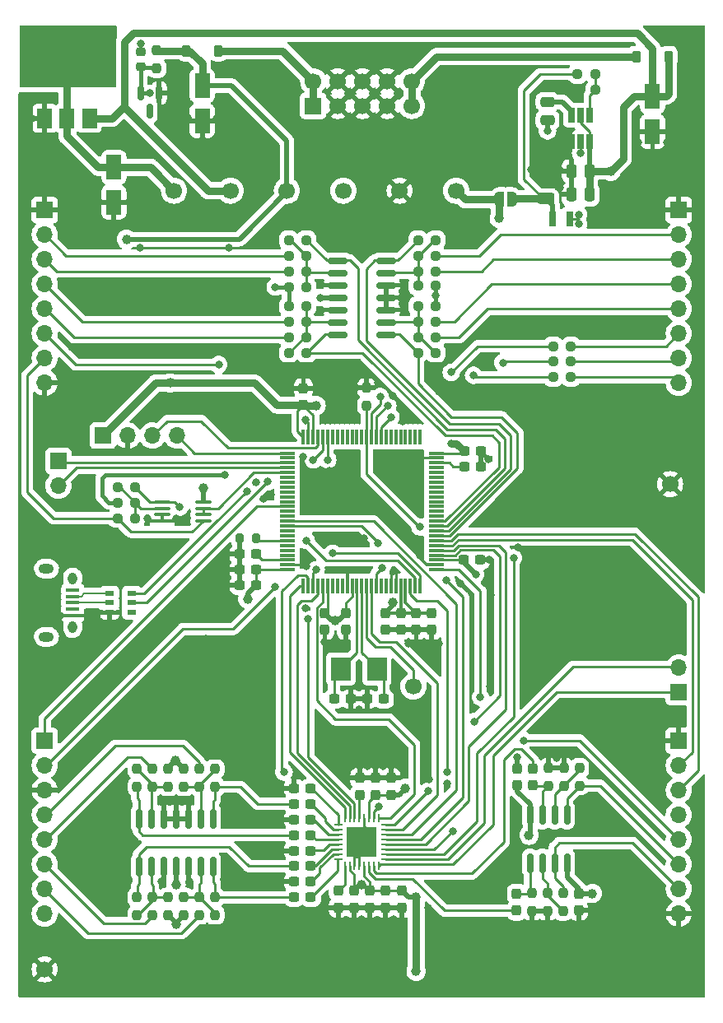
<source format=gbr>
%TF.GenerationSoftware,KiCad,Pcbnew,7.0.9*%
%TF.CreationDate,2024-02-02T11:01:58+00:00*%
%TF.ProjectId,QuadMod Components,51756164-4d6f-4642-9043-6f6d706f6e65,rev?*%
%TF.SameCoordinates,Original*%
%TF.FileFunction,Copper,L1,Top*%
%TF.FilePolarity,Positive*%
%FSLAX46Y46*%
G04 Gerber Fmt 4.6, Leading zero omitted, Abs format (unit mm)*
G04 Created by KiCad (PCBNEW 7.0.9) date 2024-02-02 11:01:58*
%MOMM*%
%LPD*%
G01*
G04 APERTURE LIST*
G04 Aperture macros list*
%AMRoundRect*
0 Rectangle with rounded corners*
0 $1 Rounding radius*
0 $2 $3 $4 $5 $6 $7 $8 $9 X,Y pos of 4 corners*
0 Add a 4 corners polygon primitive as box body*
4,1,4,$2,$3,$4,$5,$6,$7,$8,$9,$2,$3,0*
0 Add four circle primitives for the rounded corners*
1,1,$1+$1,$2,$3*
1,1,$1+$1,$4,$5*
1,1,$1+$1,$6,$7*
1,1,$1+$1,$8,$9*
0 Add four rect primitives between the rounded corners*
20,1,$1+$1,$2,$3,$4,$5,0*
20,1,$1+$1,$4,$5,$6,$7,0*
20,1,$1+$1,$6,$7,$8,$9,0*
20,1,$1+$1,$8,$9,$2,$3,0*%
%AMFreePoly0*
4,1,19,0.500000,-0.750000,0.000000,-0.750000,0.000000,-0.744911,-0.071157,-0.744911,-0.207708,-0.704816,-0.327430,-0.627875,-0.420627,-0.520320,-0.479746,-0.390866,-0.500000,-0.250000,-0.500000,0.250000,-0.479746,0.390866,-0.420627,0.520320,-0.327430,0.627875,-0.207708,0.704816,-0.071157,0.744911,0.000000,0.744911,0.000000,0.750000,0.500000,0.750000,0.500000,-0.750000,0.500000,-0.750000,
$1*%
%AMFreePoly1*
4,1,19,0.000000,0.744911,0.071157,0.744911,0.207708,0.704816,0.327430,0.627875,0.420627,0.520320,0.479746,0.390866,0.500000,0.250000,0.500000,-0.250000,0.479746,-0.390866,0.420627,-0.520320,0.327430,-0.627875,0.207708,-0.704816,0.071157,-0.744911,0.000000,-0.744911,0.000000,-0.750000,-0.500000,-0.750000,-0.500000,0.750000,0.000000,0.750000,0.000000,0.744911,0.000000,0.744911,
$1*%
G04 Aperture macros list end*
%TA.AperFunction,SMDPad,CuDef*%
%ADD10RoundRect,0.237500X0.237500X-0.250000X0.237500X0.250000X-0.237500X0.250000X-0.237500X-0.250000X0*%
%TD*%
%TA.AperFunction,SMDPad,CuDef*%
%ADD11RoundRect,0.225000X-0.250000X0.225000X-0.250000X-0.225000X0.250000X-0.225000X0.250000X0.225000X0*%
%TD*%
%TA.AperFunction,SMDPad,CuDef*%
%ADD12RoundRect,0.237500X0.300000X0.237500X-0.300000X0.237500X-0.300000X-0.237500X0.300000X-0.237500X0*%
%TD*%
%TA.AperFunction,SMDPad,CuDef*%
%ADD13RoundRect,0.237500X-0.237500X0.250000X-0.237500X-0.250000X0.237500X-0.250000X0.237500X0.250000X0*%
%TD*%
%TA.AperFunction,SMDPad,CuDef*%
%ADD14RoundRect,0.237500X-0.237500X0.300000X-0.237500X-0.300000X0.237500X-0.300000X0.237500X0.300000X0*%
%TD*%
%TA.AperFunction,ComponentPad*%
%ADD15C,1.700000*%
%TD*%
%TA.AperFunction,SMDPad,CuDef*%
%ADD16RoundRect,0.200000X-0.200000X-0.275000X0.200000X-0.275000X0.200000X0.275000X-0.200000X0.275000X0*%
%TD*%
%TA.AperFunction,SMDPad,CuDef*%
%ADD17RoundRect,0.237500X-0.300000X-0.237500X0.300000X-0.237500X0.300000X0.237500X-0.300000X0.237500X0*%
%TD*%
%TA.AperFunction,SMDPad,CuDef*%
%ADD18RoundRect,0.150000X0.150000X-0.825000X0.150000X0.825000X-0.150000X0.825000X-0.150000X-0.825000X0*%
%TD*%
%TA.AperFunction,SMDPad,CuDef*%
%ADD19RoundRect,0.237500X-0.250000X-0.237500X0.250000X-0.237500X0.250000X0.237500X-0.250000X0.237500X0*%
%TD*%
%TA.AperFunction,SMDPad,CuDef*%
%ADD20RoundRect,0.237500X0.250000X0.237500X-0.250000X0.237500X-0.250000X-0.237500X0.250000X-0.237500X0*%
%TD*%
%TA.AperFunction,SMDPad,CuDef*%
%ADD21R,0.800000X1.600000*%
%TD*%
%TA.AperFunction,SMDPad,CuDef*%
%ADD22RoundRect,0.075000X0.075000X-0.725000X0.075000X0.725000X-0.075000X0.725000X-0.075000X-0.725000X0*%
%TD*%
%TA.AperFunction,SMDPad,CuDef*%
%ADD23RoundRect,0.075000X0.725000X-0.075000X0.725000X0.075000X-0.725000X0.075000X-0.725000X-0.075000X0*%
%TD*%
%TA.AperFunction,SMDPad,CuDef*%
%ADD24RoundRect,0.237500X0.237500X-0.300000X0.237500X0.300000X-0.237500X0.300000X-0.237500X-0.300000X0*%
%TD*%
%TA.AperFunction,SMDPad,CuDef*%
%ADD25R,1.500000X2.000000*%
%TD*%
%TA.AperFunction,SMDPad,CuDef*%
%ADD26R,3.800000X2.000000*%
%TD*%
%TA.AperFunction,ComponentPad*%
%ADD27O,0.950000X1.250000*%
%TD*%
%TA.AperFunction,ComponentPad*%
%ADD28O,1.550000X1.000000*%
%TD*%
%TA.AperFunction,SMDPad,CuDef*%
%ADD29R,1.350000X0.400000*%
%TD*%
%TA.AperFunction,SMDPad,CuDef*%
%ADD30RoundRect,0.250000X-0.550000X1.050000X-0.550000X-1.050000X0.550000X-1.050000X0.550000X1.050000X0*%
%TD*%
%TA.AperFunction,ComponentPad*%
%ADD31R,1.700000X1.700000*%
%TD*%
%TA.AperFunction,SMDPad,CuDef*%
%ADD32RoundRect,0.225000X0.225000X0.375000X-0.225000X0.375000X-0.225000X-0.375000X0.225000X-0.375000X0*%
%TD*%
%TA.AperFunction,SMDPad,CuDef*%
%ADD33RoundRect,0.150000X-0.825000X-0.150000X0.825000X-0.150000X0.825000X0.150000X-0.825000X0.150000X0*%
%TD*%
%TA.AperFunction,ComponentPad*%
%ADD34O,1.700000X1.700000*%
%TD*%
%TA.AperFunction,SMDPad,CuDef*%
%ADD35R,0.650000X1.560000*%
%TD*%
%TA.AperFunction,SMDPad,CuDef*%
%ADD36RoundRect,0.100000X-0.712500X-0.100000X0.712500X-0.100000X0.712500X0.100000X-0.712500X0.100000X0*%
%TD*%
%TA.AperFunction,SMDPad,CuDef*%
%ADD37RoundRect,0.250000X0.625000X-0.312500X0.625000X0.312500X-0.625000X0.312500X-0.625000X-0.312500X0*%
%TD*%
%TA.AperFunction,SMDPad,CuDef*%
%ADD38FreePoly0,180.000000*%
%TD*%
%TA.AperFunction,SMDPad,CuDef*%
%ADD39FreePoly1,180.000000*%
%TD*%
%TA.AperFunction,SMDPad,CuDef*%
%ADD40R,2.000000X2.400000*%
%TD*%
%TA.AperFunction,SMDPad,CuDef*%
%ADD41R,0.950000X0.600000*%
%TD*%
%TA.AperFunction,SMDPad,CuDef*%
%ADD42RoundRect,0.150000X-0.150000X0.587500X-0.150000X-0.587500X0.150000X-0.587500X0.150000X0.587500X0*%
%TD*%
%TA.AperFunction,SMDPad,CuDef*%
%ADD43RoundRect,0.250000X0.250000X0.475000X-0.250000X0.475000X-0.250000X-0.475000X0.250000X-0.475000X0*%
%TD*%
%TA.AperFunction,SMDPad,CuDef*%
%ADD44RoundRect,0.250000X0.475000X-0.250000X0.475000X0.250000X-0.475000X0.250000X-0.475000X-0.250000X0*%
%TD*%
%TA.AperFunction,SMDPad,CuDef*%
%ADD45RoundRect,0.250000X0.550000X-1.050000X0.550000X1.050000X-0.550000X1.050000X-0.550000X-1.050000X0*%
%TD*%
%TA.AperFunction,SMDPad,CuDef*%
%ADD46RoundRect,0.062500X-0.062500X0.375000X-0.062500X-0.375000X0.062500X-0.375000X0.062500X0.375000X0*%
%TD*%
%TA.AperFunction,SMDPad,CuDef*%
%ADD47RoundRect,0.062500X-0.375000X0.062500X-0.375000X-0.062500X0.375000X-0.062500X0.375000X0.062500X0*%
%TD*%
%TA.AperFunction,ComponentPad*%
%ADD48C,0.500000*%
%TD*%
%TA.AperFunction,SMDPad,CuDef*%
%ADD49RoundRect,0.100000X-1.450000X1.450000X-1.450000X-1.450000X1.450000X-1.450000X1.450000X1.450000X0*%
%TD*%
%TA.AperFunction,SMDPad,CuDef*%
%ADD50RoundRect,0.150000X-0.150000X0.825000X-0.150000X-0.825000X0.150000X-0.825000X0.150000X0.825000X0*%
%TD*%
%TA.AperFunction,ViaPad*%
%ADD51C,0.800000*%
%TD*%
%TA.AperFunction,ViaPad*%
%ADD52C,1.000000*%
%TD*%
%TA.AperFunction,Conductor*%
%ADD53C,0.250000*%
%TD*%
%TA.AperFunction,Conductor*%
%ADD54C,0.500000*%
%TD*%
%TA.AperFunction,Conductor*%
%ADD55C,0.300000*%
%TD*%
%TA.AperFunction,Conductor*%
%ADD56C,0.400000*%
%TD*%
%TA.AperFunction,Conductor*%
%ADD57C,0.750000*%
%TD*%
%TA.AperFunction,Conductor*%
%ADD58C,0.200000*%
%TD*%
G04 APERTURE END LIST*
D10*
%TO.P,R12,1*%
%TO.N,Net-(U4D--)*%
X115400000Y-128312500D03*
%TO.P,R12,2*%
%TO.N,-12V*%
X115400000Y-126487500D03*
%TD*%
%TO.P,R17,1*%
%TO.N,/Audio_In3*%
X112200000Y-128312500D03*
%TO.P,R17,2*%
%TO.N,Net-(U4D--)*%
X112200000Y-126487500D03*
%TD*%
D11*
%TO.P,C40,1*%
%TO.N,GND*%
X112600000Y-52725000D03*
%TO.P,C40,2*%
%TO.N,/-5V_REF*%
X112600000Y-54275000D03*
%TD*%
D12*
%TO.P,C31,1*%
%TO.N,Net-(U9-IN1P{slash}AIN1L{slash}AIN3L)*%
X130062500Y-139700000D03*
%TO.P,C31,2*%
%TO.N,/Audio_In1*%
X128337500Y-139700000D03*
%TD*%
D13*
%TO.P,R39,1*%
%TO.N,Net-(U3B-+)*%
X152800000Y-139287500D03*
%TO.P,R39,2*%
%TO.N,GND*%
X152800000Y-141112500D03*
%TD*%
D14*
%TO.P,C19,1*%
%TO.N,GND*%
X151300000Y-126437500D03*
%TO.P,C19,2*%
%TO.N,-12V*%
X151300000Y-128162500D03*
%TD*%
D15*
%TO.P,TP3,1,1*%
%TO.N,-12V*%
X127600000Y-67000000D03*
%TD*%
D13*
%TO.P,R14,1*%
%TO.N,/Audio_In1*%
X120200000Y-139687500D03*
%TO.P,R14,2*%
%TO.N,Net-(U4B--)*%
X120200000Y-141512500D03*
%TD*%
D16*
%TO.P,R1,1*%
%TO.N,GND*%
X122775000Y-102800000D03*
%TO.P,R1,2*%
%TO.N,Net-(U2-BOOT0)*%
X124425000Y-102800000D03*
%TD*%
D17*
%TO.P,C6,1*%
%TO.N,Net-(C6-Pad1)*%
X145837500Y-95400000D03*
%TO.P,C6,2*%
%TO.N,GND*%
X147562500Y-95400000D03*
%TD*%
D10*
%TO.P,R38,1*%
%TO.N,Net-(U3A-+)*%
X154500000Y-128212500D03*
%TO.P,R38,2*%
%TO.N,GND*%
X154500000Y-126387500D03*
%TD*%
D18*
%TO.P,U4,1*%
%TO.N,/Audio_In2*%
X112390000Y-136575000D03*
%TO.P,U4,2,-*%
%TO.N,Net-(U4A--)*%
X113660000Y-136575000D03*
%TO.P,U4,3,+*%
%TO.N,GND*%
X114930000Y-136575000D03*
%TO.P,U4,4,V+*%
%TO.N,+3.3VA*%
X116200000Y-136575000D03*
%TO.P,U4,5,+*%
%TO.N,GND*%
X117470000Y-136575000D03*
%TO.P,U4,6,-*%
%TO.N,Net-(U4B--)*%
X118740000Y-136575000D03*
%TO.P,U4,7*%
%TO.N,/Audio_In1*%
X120010000Y-136575000D03*
%TO.P,U4,8*%
%TO.N,/Audio_In4*%
X120010000Y-131625000D03*
%TO.P,U4,9,-*%
%TO.N,Net-(U4C--)*%
X118740000Y-131625000D03*
%TO.P,U4,10,+*%
%TO.N,GND*%
X117470000Y-131625000D03*
%TO.P,U4,11,V-*%
X116200000Y-131625000D03*
%TO.P,U4,12,+*%
X114930000Y-131625000D03*
%TO.P,U4,13,-*%
%TO.N,Net-(U4D--)*%
X113660000Y-131625000D03*
%TO.P,U4,14*%
%TO.N,/Audio_In3*%
X112390000Y-131625000D03*
%TD*%
D12*
%TO.P,C8,1*%
%TO.N,GND*%
X147462500Y-105000000D03*
%TO.P,C8,2*%
%TO.N,+3.3V*%
X145737500Y-105000000D03*
%TD*%
D19*
%TO.P,R3,1*%
%TO.N,/D3V3*%
X157487500Y-55020000D03*
%TO.P,R3,2*%
%TO.N,/FB*%
X159312500Y-55020000D03*
%TD*%
D20*
%TO.P,R27,1*%
%TO.N,Net-(U7A--)*%
X112012500Y-99100000D03*
%TO.P,R27,2*%
%TO.N,/-5V_REF*%
X110187500Y-99100000D03*
%TD*%
D19*
%TO.P,R35,1*%
%TO.N,/FX_Feedback*%
X141087500Y-72100000D03*
%TO.P,R35,2*%
%TO.N,Net-(U6D--)*%
X142912500Y-72100000D03*
%TD*%
D17*
%TO.P,C14,1*%
%TO.N,GND*%
X122737500Y-106000000D03*
%TO.P,C14,2*%
%TO.N,+3.3V*%
X124462500Y-106000000D03*
%TD*%
D12*
%TO.P,C10,1*%
%TO.N,GND*%
X147562500Y-93800000D03*
%TO.P,C10,2*%
%TO.N,+3.3V*%
X145837500Y-93800000D03*
%TD*%
%TO.P,C34,1*%
%TO.N,Net-(U9-IN4P{slash}AIN4R{slash}AIN6R)*%
X130062500Y-130100000D03*
%TO.P,C34,2*%
%TO.N,/Audio_In4*%
X128337500Y-130100000D03*
%TD*%
D19*
%TO.P,R30,1*%
%TO.N,Net-(U6C--)*%
X141087500Y-78900000D03*
%TO.P,R30,2*%
%TO.N,/-5V_REF*%
X142912500Y-78900000D03*
%TD*%
D14*
%TO.P,C37,1*%
%TO.N,GND*%
X138300000Y-127437500D03*
%TO.P,C37,2*%
%TO.N,+3.3V*%
X138300000Y-129162500D03*
%TD*%
D21*
%TO.P,L2,1*%
%TO.N,/VSW*%
X156700000Y-69950000D03*
%TO.P,L2,2*%
%TO.N,/D3V3*%
X154900000Y-69950000D03*
%TD*%
D20*
%TO.P,R33,1*%
%TO.N,/LFO_Base_Freq*%
X129612500Y-72100000D03*
%TO.P,R33,2*%
%TO.N,Net-(U6A--)*%
X127787500Y-72100000D03*
%TD*%
D12*
%TO.P,C30,1*%
%TO.N,Net-(U9-IN4N{slash}AIN5R{slash}GND6R)*%
X130062500Y-128500000D03*
%TO.P,C30,2*%
%TO.N,GND*%
X128337500Y-128500000D03*
%TD*%
D22*
%TO.P,U2,1,PE2*%
%TO.N,/SAI1_MCLK_A*%
X129300000Y-107675000D03*
%TO.P,U2,2,PE3*%
%TO.N,/SAI1_SD_B*%
X129800000Y-107675000D03*
%TO.P,U2,3,PE4*%
%TO.N,/SAI1_FS_A*%
X130300000Y-107675000D03*
%TO.P,U2,4,PE5*%
%TO.N,/SAI1_SCK_A*%
X130800000Y-107675000D03*
%TO.P,U2,5,PE6*%
%TO.N,/SAI1_SD_A*%
X131300000Y-107675000D03*
%TO.P,U2,6,VBAT*%
%TO.N,+3.3V*%
X131800000Y-107675000D03*
%TO.P,U2,7,PC13*%
%TO.N,unconnected-(U2-PC13-Pad7)*%
X132300000Y-107675000D03*
%TO.P,U2,8,PC14*%
%TO.N,unconnected-(U2-PC14-Pad8)*%
X132800000Y-107675000D03*
%TO.P,U2,9,PC15*%
%TO.N,unconnected-(U2-PC15-Pad9)*%
X133300000Y-107675000D03*
%TO.P,U2,10,VSS*%
%TO.N,GND*%
X133800000Y-107675000D03*
%TO.P,U2,11,VDD*%
%TO.N,+3.3V*%
X134300000Y-107675000D03*
%TO.P,U2,12,PH0*%
%TO.N,Net-(U2-PH0)*%
X134800000Y-107675000D03*
%TO.P,U2,13,PH1*%
%TO.N,Net-(U2-PH1)*%
X135300000Y-107675000D03*
%TO.P,U2,14,NRST*%
%TO.N,Net-(U2-NRST)*%
X135800000Y-107675000D03*
%TO.P,U2,15,PC0*%
%TO.N,/SAI2_SD_A*%
X136300000Y-107675000D03*
%TO.P,U2,16,PC1*%
%TO.N,/DLY_TIME_POT*%
X136800000Y-107675000D03*
%TO.P,U2,17,PC2_C*%
%TO.N,unconnected-(U2-PC2_C-Pad17)*%
X137300000Y-107675000D03*
%TO.P,U2,18,PC3_C*%
%TO.N,unconnected-(U2-PC3_C-Pad18)*%
X137800000Y-107675000D03*
%TO.P,U2,19,VSSA*%
%TO.N,GND*%
X138300000Y-107675000D03*
%TO.P,U2,20,VREF-*%
X138800000Y-107675000D03*
%TO.P,U2,21,VREF+*%
%TO.N,+3.3VA*%
X139300000Y-107675000D03*
%TO.P,U2,22,VDDA*%
X139800000Y-107675000D03*
%TO.P,U2,23,PA0*%
%TO.N,/SAI2_SD_B*%
X140300000Y-107675000D03*
%TO.P,U2,24,PA1*%
%TO.N,/Delay_Time*%
X140800000Y-107675000D03*
%TO.P,U2,25,PA2*%
%TO.N,/DLY_FEEDBACK*%
X141300000Y-107675000D03*
D23*
%TO.P,U2,26,PA3*%
%TO.N,/FX_MIX*%
X142975000Y-106000000D03*
%TO.P,U2,27,VSS*%
%TO.N,GND*%
X142975000Y-105500000D03*
%TO.P,U2,28,VDD*%
%TO.N,+3.3V*%
X142975000Y-105000000D03*
%TO.P,U2,29,PA4*%
%TO.N,/SPI1_NSS*%
X142975000Y-104500000D03*
%TO.P,U2,30,PA5*%
%TO.N,/SPI1_SCK*%
X142975000Y-104000000D03*
%TO.P,U2,31,PA6*%
%TO.N,/LFO_RANGE*%
X142975000Y-103500000D03*
%TO.P,U2,32,PA7*%
%TO.N,/DLY_MIX*%
X142975000Y-103000000D03*
%TO.P,U2,33,PC4*%
%TO.N,/LFO_Speed*%
X142975000Y-102500000D03*
%TO.P,U2,34,PC5*%
%TO.N,/FX_Feedback*%
X142975000Y-102000000D03*
%TO.P,U2,35,PB0*%
%TO.N,/LFO_Base_Freq*%
X142975000Y-101500000D03*
%TO.P,U2,36,PB1*%
%TO.N,/Delay_Filter*%
X142975000Y-101000000D03*
%TO.P,U2,37,PB2*%
%TO.N,unconnected-(U2-PB2-Pad37)*%
X142975000Y-100500000D03*
%TO.P,U2,38,PE7*%
%TO.N,unconnected-(U2-PE7-Pad38)*%
X142975000Y-100000000D03*
%TO.P,U2,39,PE8*%
%TO.N,unconnected-(U2-PE8-Pad39)*%
X142975000Y-99500000D03*
%TO.P,U2,40,PE9*%
%TO.N,unconnected-(U2-PE9-Pad40)*%
X142975000Y-99000000D03*
%TO.P,U2,41,PE10*%
%TO.N,unconnected-(U2-PE10-Pad41)*%
X142975000Y-98500000D03*
%TO.P,U2,42,PE11*%
%TO.N,unconnected-(U2-PE11-Pad42)*%
X142975000Y-98000000D03*
%TO.P,U2,43,PE12*%
%TO.N,unconnected-(U2-PE12-Pad43)*%
X142975000Y-97500000D03*
%TO.P,U2,44,PE13*%
%TO.N,unconnected-(U2-PE13-Pad44)*%
X142975000Y-97000000D03*
%TO.P,U2,45,PE14*%
%TO.N,unconnected-(U2-PE14-Pad45)*%
X142975000Y-96500000D03*
%TO.P,U2,46,PE15*%
%TO.N,unconnected-(U2-PE15-Pad46)*%
X142975000Y-96000000D03*
%TO.P,U2,47,PB10*%
%TO.N,unconnected-(U2-PB10-Pad47)*%
X142975000Y-95500000D03*
%TO.P,U2,48,VCAP*%
%TO.N,Net-(C6-Pad1)*%
X142975000Y-95000000D03*
%TO.P,U2,49,VSS*%
%TO.N,GND*%
X142975000Y-94500000D03*
%TO.P,U2,50,VDD*%
%TO.N,+3.3V*%
X142975000Y-94000000D03*
D22*
%TO.P,U2,51,PB12*%
%TO.N,unconnected-(U2-PB12-Pad51)*%
X141300000Y-92325000D03*
%TO.P,U2,52,PB13*%
%TO.N,unconnected-(U2-PB13-Pad52)*%
X140800000Y-92325000D03*
%TO.P,U2,53,PB14*%
%TO.N,unconnected-(U2-PB14-Pad53)*%
X140300000Y-92325000D03*
%TO.P,U2,54,PB15*%
%TO.N,unconnected-(U2-PB15-Pad54)*%
X139800000Y-92325000D03*
%TO.P,U2,55,PD8*%
%TO.N,unconnected-(U2-PD8-Pad55)*%
X139300000Y-92325000D03*
%TO.P,U2,56,PD9*%
%TO.N,unconnected-(U2-PD9-Pad56)*%
X138800000Y-92325000D03*
%TO.P,U2,57,PD10*%
%TO.N,unconnected-(U2-PD10-Pad57)*%
X138300000Y-92325000D03*
%TO.P,U2,58,PD11*%
%TO.N,unconnected-(U2-PD11-Pad58)*%
X137800000Y-92325000D03*
%TO.P,U2,59,PD12*%
%TO.N,/Delay_Led_Out*%
X137300000Y-92325000D03*
%TO.P,U2,60,PD13*%
%TO.N,/FX_Led_Out*%
X136800000Y-92325000D03*
%TO.P,U2,61,PD14*%
%TO.N,/Clocked_Led_Out*%
X136300000Y-92325000D03*
%TO.P,U2,62,PD15*%
%TO.N,/PDN*%
X135800000Y-92325000D03*
%TO.P,U2,63,PC6*%
%TO.N,unconnected-(U2-PC6-Pad63)*%
X135300000Y-92325000D03*
%TO.P,U2,64,PC7*%
%TO.N,unconnected-(U2-PC7-Pad64)*%
X134800000Y-92325000D03*
%TO.P,U2,65,PC8*%
%TO.N,unconnected-(U2-PC8-Pad65)*%
X134300000Y-92325000D03*
%TO.P,U2,66,PC9*%
%TO.N,unconnected-(U2-PC9-Pad66)*%
X133800000Y-92325000D03*
%TO.P,U2,67,PA8*%
%TO.N,unconnected-(U2-PA8-Pad67)*%
X133300000Y-92325000D03*
%TO.P,U2,68,PA9*%
%TO.N,unconnected-(U2-PA9-Pad68)*%
X132800000Y-92325000D03*
%TO.P,U2,69,PA10*%
%TO.N,unconnected-(U2-PA10-Pad69)*%
X132300000Y-92325000D03*
%TO.P,U2,70,PA11*%
%TO.N,/USB_DM*%
X131800000Y-92325000D03*
%TO.P,U2,71,PA12*%
%TO.N,/USB_DP*%
X131300000Y-92325000D03*
%TO.P,U2,72,PA13*%
%TO.N,/SWIO*%
X130800000Y-92325000D03*
%TO.P,U2,73,VDDUSB*%
%TO.N,+3.3V*%
X130300000Y-92325000D03*
%TO.P,U2,74,VSS*%
%TO.N,GND*%
X129800000Y-92325000D03*
%TO.P,U2,75,VDD*%
%TO.N,+3.3V*%
X129300000Y-92325000D03*
D23*
%TO.P,U2,76,PA14*%
%TO.N,/SWCLK*%
X127625000Y-94000000D03*
%TO.P,U2,77,PA15*%
%TO.N,unconnected-(U2-PA15-Pad77)*%
X127625000Y-94500000D03*
%TO.P,U2,78,PC10*%
%TO.N,/Test_Out1*%
X127625000Y-95000000D03*
%TO.P,U2,79,PC11*%
%TO.N,/Test_Out2*%
X127625000Y-95500000D03*
%TO.P,U2,80,PC12*%
%TO.N,/Clock_Scaled*%
X127625000Y-96000000D03*
%TO.P,U2,81,PD0*%
%TO.N,unconnected-(U2-PD0-Pad81)*%
X127625000Y-96500000D03*
%TO.P,U2,82,PD1*%
%TO.N,unconnected-(U2-PD1-Pad82)*%
X127625000Y-97000000D03*
%TO.P,U2,83,PD2*%
%TO.N,unconnected-(U2-PD2-Pad83)*%
X127625000Y-97500000D03*
%TO.P,U2,84,PD3*%
%TO.N,unconnected-(U2-PD3-Pad84)*%
X127625000Y-98000000D03*
%TO.P,U2,85,PD4*%
%TO.N,unconnected-(U2-PD4-Pad85)*%
X127625000Y-98500000D03*
%TO.P,U2,86,PD5*%
%TO.N,unconnected-(U2-PD5-Pad86)*%
X127625000Y-99000000D03*
%TO.P,U2,87,PD6*%
%TO.N,/FX_TYPE*%
X127625000Y-99500000D03*
%TO.P,U2,88,PD7*%
%TO.N,unconnected-(U2-PD7-Pad88)*%
X127625000Y-100000000D03*
%TO.P,U2,89,PB3*%
%TO.N,unconnected-(U2-PB3-Pad89)*%
X127625000Y-100500000D03*
%TO.P,U2,90,PB4*%
%TO.N,/SPI1_MISO*%
X127625000Y-101000000D03*
%TO.P,U2,91,PB5*%
%TO.N,/SPI1_MOSI*%
X127625000Y-101500000D03*
%TO.P,U2,92,PB6*%
%TO.N,unconnected-(U2-PB6-Pad92)*%
X127625000Y-102000000D03*
%TO.P,U2,93,PB7*%
%TO.N,unconnected-(U2-PB7-Pad93)*%
X127625000Y-102500000D03*
%TO.P,U2,94,BOOT0*%
%TO.N,Net-(U2-BOOT0)*%
X127625000Y-103000000D03*
%TO.P,U2,95,PB8*%
%TO.N,unconnected-(U2-PB8-Pad95)*%
X127625000Y-103500000D03*
%TO.P,U2,96,PB9*%
%TO.N,unconnected-(U2-PB9-Pad96)*%
X127625000Y-104000000D03*
%TO.P,U2,97,PE0*%
%TO.N,unconnected-(U2-PE0-Pad97)*%
X127625000Y-104500000D03*
%TO.P,U2,98,VCAP*%
%TO.N,Net-(C2-Pad1)*%
X127625000Y-105000000D03*
%TO.P,U2,99,VSS*%
%TO.N,GND*%
X127625000Y-105500000D03*
%TO.P,U2,100,VDD*%
%TO.N,+3.3V*%
X127625000Y-106000000D03*
%TD*%
D24*
%TO.P,C21,1*%
%TO.N,GND*%
X140900000Y-112162500D03*
%TO.P,C21,2*%
%TO.N,+3.3VA*%
X140900000Y-110437500D03*
%TD*%
D19*
%TO.P,R25,1*%
%TO.N,Net-(U6D--)*%
X141087500Y-73700000D03*
%TO.P,R25,2*%
%TO.N,/FX_FEEDBACK_CV*%
X142912500Y-73700000D03*
%TD*%
%TO.P,R37,1*%
%TO.N,/LFO_Speed*%
X141087500Y-83700000D03*
%TO.P,R37,2*%
%TO.N,Net-(U6C--)*%
X142912500Y-83700000D03*
%TD*%
D25*
%TO.P,U1,1,GND*%
%TO.N,GND*%
X102700000Y-59550000D03*
%TO.P,U1,2,VO*%
%TO.N,+3.3VA*%
X105000000Y-59550000D03*
D26*
X105000000Y-53250000D03*
D25*
%TO.P,U1,3,VI*%
%TO.N,+12V*%
X107300000Y-59550000D03*
%TD*%
D12*
%TO.P,C4,1*%
%TO.N,Net-(U2-PH1)*%
X137562500Y-119300000D03*
%TO.P,C4,2*%
%TO.N,GND*%
X135837500Y-119300000D03*
%TD*%
D27*
%TO.P,J6,*%
%TO.N,*%
X105585000Y-106900000D03*
X105585000Y-111900000D03*
D28*
X102885000Y-112900000D03*
D29*
%TO.P,J6,1,VBUS*%
%TO.N,unconnected-(J6-VBUS-Pad1)*%
X105585000Y-108100000D03*
%TO.P,J6,2,D-*%
%TO.N,/D-*%
X105585000Y-108750000D03*
%TO.P,J6,3,D+*%
%TO.N,/D+*%
X105585000Y-109400000D03*
%TO.P,J6,4,ID*%
%TO.N,unconnected-(J6-ID-Pad4)*%
X105585000Y-110050000D03*
%TO.P,J6,5,GND*%
%TO.N,GND*%
X105585000Y-110700000D03*
D28*
%TO.P,J6,6,Shield*%
%TO.N,unconnected-(J6-Shield-Pad6)*%
X102885000Y-105900000D03*
%TD*%
D30*
%TO.P,C15,1*%
%TO.N,+3.3VA*%
X109800000Y-64600000D03*
%TO.P,C15,2*%
%TO.N,GND*%
X109800000Y-68200000D03*
%TD*%
D10*
%TO.P,R2,1*%
%TO.N,/PDN*%
X135800000Y-89112500D03*
%TO.P,R2,2*%
%TO.N,GND*%
X135800000Y-87287500D03*
%TD*%
D13*
%TO.P,R10,1*%
%TO.N,Net-(U4A--)*%
X115400000Y-139687500D03*
%TO.P,R10,2*%
%TO.N,-12V*%
X115400000Y-141512500D03*
%TD*%
D20*
%TO.P,R19,1*%
%TO.N,Net-(U6A--)*%
X129612500Y-73700000D03*
%TO.P,R19,2*%
%TO.N,/LFO_BASEFREQ_CV*%
X127787500Y-73700000D03*
%TD*%
%TO.P,R4,1*%
%TO.N,/FB*%
X159312500Y-56620000D03*
%TO.P,R4,2*%
%TO.N,GND*%
X157487500Y-56620000D03*
%TD*%
%TO.P,R34,1*%
%TO.N,/Delay_Filter*%
X129612500Y-83700000D03*
%TO.P,R34,2*%
%TO.N,Net-(U6B--)*%
X127787500Y-83700000D03*
%TD*%
D15*
%TO.P,TP1,1,1*%
%TO.N,/-5V_REF*%
X133400000Y-67000000D03*
%TD*%
D10*
%TO.P,R15,1*%
%TO.N,/Audio_In4*%
X120200000Y-128312500D03*
%TO.P,R15,2*%
%TO.N,Net-(U4C--)*%
X120200000Y-126487500D03*
%TD*%
D13*
%TO.P,R41,1*%
%TO.N,Net-(U3B--)*%
X154400000Y-139287500D03*
%TO.P,R41,2*%
%TO.N,GND*%
X154400000Y-141112500D03*
%TD*%
D31*
%TO.P,J5,1,Pin_1*%
%TO.N,/-12V_IN*%
X130300000Y-58275000D03*
D15*
%TO.P,J5,2,Pin_2*%
X130300000Y-55735000D03*
%TO.P,J5,3,Pin_3*%
%TO.N,GND*%
X132840000Y-58275000D03*
%TO.P,J5,4,Pin_4*%
X132840000Y-55735000D03*
%TO.P,J5,5,Pin_5*%
X135380000Y-58275000D03*
%TO.P,J5,6,Pin_6*%
X135380000Y-55735000D03*
%TO.P,J5,7,Pin_7*%
X137920000Y-58275000D03*
%TO.P,J5,8,Pin_8*%
X137920000Y-55735000D03*
%TO.P,J5,9,Pin_9*%
%TO.N,/+12V_IN*%
X140460000Y-58275000D03*
%TO.P,J5,10,Pin_10*%
X140460000Y-55735000D03*
%TD*%
D12*
%TO.P,C27,1*%
%TO.N,Net-(U9-IN1N{slash}AIN2L{slash}GND3L)*%
X130062500Y-138100000D03*
%TO.P,C27,2*%
%TO.N,GND*%
X128337500Y-138100000D03*
%TD*%
D32*
%TO.P,D1,1,K*%
%TO.N,+12V*%
X166850000Y-53200000D03*
%TO.P,D1,2,A*%
%TO.N,/+12V_IN*%
X163550000Y-53200000D03*
%TD*%
D24*
%TO.P,C5,1*%
%TO.N,GND*%
X133700000Y-112162500D03*
%TO.P,C5,2*%
%TO.N,+3.3V*%
X133700000Y-110437500D03*
%TD*%
D33*
%TO.P,U6,1*%
%TO.N,/LFO_Base_Freq*%
X132825000Y-74190000D03*
%TO.P,U6,2,-*%
%TO.N,Net-(U6A--)*%
X132825000Y-75460000D03*
%TO.P,U6,3,+*%
%TO.N,GND*%
X132825000Y-76730000D03*
%TO.P,U6,4,V+*%
%TO.N,+3.3VA*%
X132825000Y-78000000D03*
%TO.P,U6,5,+*%
%TO.N,GND*%
X132825000Y-79270000D03*
%TO.P,U6,6,-*%
%TO.N,Net-(U6B--)*%
X132825000Y-80540000D03*
%TO.P,U6,7*%
%TO.N,/Delay_Filter*%
X132825000Y-81810000D03*
%TO.P,U6,8*%
%TO.N,/LFO_Speed*%
X137775000Y-81810000D03*
%TO.P,U6,9,-*%
%TO.N,Net-(U6C--)*%
X137775000Y-80540000D03*
%TO.P,U6,10,+*%
%TO.N,GND*%
X137775000Y-79270000D03*
%TO.P,U6,11,V-*%
X137775000Y-78000000D03*
%TO.P,U6,12,+*%
X137775000Y-76730000D03*
%TO.P,U6,13,-*%
%TO.N,Net-(U6D--)*%
X137775000Y-75460000D03*
%TO.P,U6,14*%
%TO.N,/FX_Feedback*%
X137775000Y-74190000D03*
%TD*%
D31*
%TO.P,J7,1,Pin_1*%
%TO.N,+3.3V*%
X108700000Y-92200000D03*
D34*
%TO.P,J7,2,Pin_2*%
%TO.N,GND*%
X111240000Y-92200000D03*
%TO.P,J7,3,Pin_3*%
%TO.N,/SWIO*%
X113780000Y-92200000D03*
%TO.P,J7,4,Pin_4*%
%TO.N,/SWCLK*%
X116320000Y-92200000D03*
%TD*%
D35*
%TO.P,U5,1,GND*%
%TO.N,GND*%
X156850000Y-61950000D03*
%TO.P,U5,2,SW*%
%TO.N,/VSW*%
X157800000Y-61950000D03*
%TO.P,U5,3,VIN*%
%TO.N,+12V*%
X158750000Y-61950000D03*
%TO.P,U5,4,VFB*%
%TO.N,/FB*%
X158750000Y-59250000D03*
%TO.P,U5,5,EN*%
%TO.N,+12V*%
X157800000Y-59250000D03*
%TO.P,U5,6,VBST*%
%TO.N,/CB*%
X156850000Y-59250000D03*
%TD*%
D36*
%TO.P,U7,1*%
%TO.N,/Delay_Time*%
X114787500Y-99025000D03*
%TO.P,U7,2,-*%
%TO.N,Net-(U7A--)*%
X114787500Y-99675000D03*
%TO.P,U7,3,+*%
%TO.N,GND*%
X114787500Y-100325000D03*
%TO.P,U7,4,V-*%
X114787500Y-100975000D03*
%TO.P,U7,5,+*%
%TO.N,/DLY_TIME_CV*%
X119012500Y-100975000D03*
%TO.P,U7,6,-*%
%TO.N,/Clock_Scaled*%
X119012500Y-100325000D03*
%TO.P,U7,7*%
X119012500Y-99675000D03*
%TO.P,U7,8,V+*%
%TO.N,+3.3VA*%
X119012500Y-99025000D03*
%TD*%
D13*
%TO.P,R6,1*%
%TO.N,Net-(U4B--)*%
X117000000Y-139687500D03*
%TO.P,R6,2*%
%TO.N,-12V*%
X117000000Y-141512500D03*
%TD*%
D32*
%TO.P,D2,1,K*%
%TO.N,/-12V_IN*%
X120550000Y-52600000D03*
%TO.P,D2,2,A*%
%TO.N,-12V*%
X117250000Y-52600000D03*
%TD*%
D37*
%TO.P,C35,1*%
%TO.N,/D3V3*%
X154200000Y-67812500D03*
%TO.P,C35,2*%
%TO.N,GND*%
X154200000Y-64887500D03*
%TD*%
D13*
%TO.P,R7,1*%
%TO.N,Net-(U4B--)*%
X118600000Y-139687500D03*
%TO.P,R7,2*%
%TO.N,/IN1*%
X118600000Y-141512500D03*
%TD*%
D20*
%TO.P,R22,1*%
%TO.N,Net-(U6B--)*%
X129612500Y-80500000D03*
%TO.P,R22,2*%
%TO.N,/DLY_FILTER_CV*%
X127787500Y-80500000D03*
%TD*%
D38*
%TO.P,JP2,1,A*%
%TO.N,/D3V3*%
X150750000Y-67900000D03*
D39*
%TO.P,JP2,2,B*%
%TO.N,+3.3V*%
X149450000Y-67900000D03*
%TD*%
D14*
%TO.P,C11,1*%
%TO.N,GND*%
X129300000Y-87337500D03*
%TO.P,C11,2*%
%TO.N,+3.3V*%
X129300000Y-89062500D03*
%TD*%
D12*
%TO.P,C33,1*%
%TO.N,Net-(U9-IN3P{slash}AIN4L{slash}AIN6L)*%
X130062500Y-133300000D03*
%TO.P,C33,2*%
%TO.N,/Audio_In3*%
X128337500Y-133300000D03*
%TD*%
D15*
%TO.P,TP7,1,1*%
%TO.N,GND*%
X167000000Y-97200000D03*
%TD*%
D19*
%TO.P,R29,1*%
%TO.N,/Clocked_Led_Out*%
X154987500Y-83000000D03*
%TO.P,R29,2*%
%TO.N,/CLOCKED_LED*%
X156812500Y-83000000D03*
%TD*%
D24*
%TO.P,C39,1*%
%TO.N,GND*%
X134500000Y-140762500D03*
%TO.P,C39,2*%
%TO.N,+3.3VA*%
X134500000Y-139037500D03*
%TD*%
D40*
%TO.P,Y1,1,1*%
%TO.N,Net-(U2-PH1)*%
X136850000Y-116200000D03*
%TO.P,Y1,2,2*%
%TO.N,Net-(U2-PH0)*%
X133150000Y-116200000D03*
%TD*%
D10*
%TO.P,R8,1*%
%TO.N,Net-(U4C--)*%
X117000000Y-128312500D03*
%TO.P,R8,2*%
%TO.N,-12V*%
X117000000Y-126487500D03*
%TD*%
D41*
%TO.P,U8,1,VBUS*%
%TO.N,unconnected-(U8-VBUS-Pad1)*%
X111625000Y-110350000D03*
%TO.P,U8,2,D1_OUT*%
%TO.N,/USB_DP*%
X111625000Y-109400000D03*
%TO.P,U8,3,D2_OUT*%
%TO.N,/USB_DM*%
X111625000Y-108450000D03*
%TO.P,U8,4,D2_IN*%
%TO.N,/D-*%
X109375000Y-108450000D03*
%TO.P,U8,5,D1_IN*%
%TO.N,/D+*%
X109375000Y-109400000D03*
%TO.P,U8,6,GND*%
%TO.N,GND*%
X109375000Y-110350000D03*
%TD*%
D14*
%TO.P,C42,1*%
%TO.N,Net-(U9-VCOM)*%
X132900000Y-139037500D03*
%TO.P,C42,2*%
%TO.N,GND*%
X132900000Y-140762500D03*
%TD*%
D12*
%TO.P,C32,1*%
%TO.N,Net-(U9-IN2P{slash}AIN1R{slash}AIN3R)*%
X130062500Y-136500000D03*
%TO.P,C32,2*%
%TO.N,/Audio_In2*%
X128337500Y-136500000D03*
%TD*%
D19*
%TO.P,R44,1*%
%TO.N,/Delay_Led_Out*%
X154987500Y-84600000D03*
%TO.P,R44,2*%
%TO.N,/DELAY_LED*%
X156812500Y-84600000D03*
%TD*%
D24*
%TO.P,C16,1*%
%TO.N,GND*%
X131500000Y-112162500D03*
%TO.P,C16,2*%
%TO.N,+3.3V*%
X131500000Y-110437500D03*
%TD*%
D12*
%TO.P,C28,1*%
%TO.N,Net-(U9-IN2N{slash}AIN2R{slash}GND3R)*%
X130062500Y-134900000D03*
%TO.P,C28,2*%
%TO.N,GND*%
X128337500Y-134900000D03*
%TD*%
D19*
%TO.P,R31,1*%
%TO.N,Net-(U6C--)*%
X141087500Y-82100000D03*
%TO.P,R31,2*%
%TO.N,/LFO_SPEED_CV*%
X142912500Y-82100000D03*
%TD*%
D42*
%TO.P,D3,1,K*%
%TO.N,GND*%
X114450000Y-56962500D03*
%TO.P,D3,2,A*%
%TO.N,/-5V_REF*%
X112550000Y-56962500D03*
%TO.P,D3,3*%
%TO.N,N/C*%
X113500000Y-58837500D03*
%TD*%
D10*
%TO.P,R40,1*%
%TO.N,Net-(U3A--)*%
X156100000Y-128212500D03*
%TO.P,R40,2*%
%TO.N,GND*%
X156100000Y-126387500D03*
%TD*%
D24*
%TO.P,C9,1*%
%TO.N,GND*%
X139300000Y-112162500D03*
%TO.P,C9,2*%
%TO.N,+3.3VA*%
X139300000Y-110437500D03*
%TD*%
D31*
%TO.P,J8,1,Pin_1*%
%TO.N,/Audio_Out3*%
X167900000Y-118600000D03*
D34*
%TO.P,J8,2,Pin_2*%
%TO.N,/Audio_Out4*%
X167900000Y-116060000D03*
%TD*%
D19*
%TO.P,R24,1*%
%TO.N,Net-(U6D--)*%
X141087500Y-76800000D03*
%TO.P,R24,2*%
%TO.N,/-5V_REF*%
X142912500Y-76800000D03*
%TD*%
D14*
%TO.P,C36,1*%
%TO.N,GND*%
X136700000Y-127437500D03*
%TO.P,C36,2*%
%TO.N,+3.3V*%
X136700000Y-129162500D03*
%TD*%
D24*
%TO.P,C43,1*%
%TO.N,Net-(U3A-+)*%
X152900000Y-128162500D03*
%TO.P,C43,2*%
%TO.N,/Audio_Out2*%
X152900000Y-126437500D03*
%TD*%
D20*
%TO.P,R18,1*%
%TO.N,Net-(U6A--)*%
X129612500Y-76900000D03*
%TO.P,R18,2*%
%TO.N,/-5V_REF*%
X127787500Y-76900000D03*
%TD*%
D15*
%TO.P,TP9,1,1*%
%TO.N,GND*%
X102700000Y-147100000D03*
%TD*%
D10*
%TO.P,R9,1*%
%TO.N,Net-(U4C--)*%
X118600000Y-128312500D03*
%TO.P,R9,2*%
%TO.N,/IN4*%
X118600000Y-126487500D03*
%TD*%
D13*
%TO.P,R16,1*%
%TO.N,/Audio_In2*%
X112200000Y-139687500D03*
%TO.P,R16,2*%
%TO.N,Net-(U4A--)*%
X112200000Y-141512500D03*
%TD*%
D15*
%TO.P,TP8,1,1*%
%TO.N,Net-(U2-NRST)*%
X140600000Y-118000000D03*
%TD*%
D20*
%TO.P,R21,1*%
%TO.N,Net-(U6B--)*%
X129612500Y-78900000D03*
%TO.P,R21,2*%
%TO.N,/-5V_REF*%
X127787500Y-78900000D03*
%TD*%
D13*
%TO.P,R5,1*%
%TO.N,-12V*%
X114200000Y-52587500D03*
%TO.P,R5,2*%
%TO.N,/-5V_REF*%
X114200000Y-54412500D03*
%TD*%
D43*
%TO.P,C22,1*%
%TO.N,+12V*%
X158750000Y-67400000D03*
%TO.P,C22,2*%
%TO.N,GND*%
X156850000Y-67400000D03*
%TD*%
D19*
%TO.P,R32,1*%
%TO.N,Net-(U6C--)*%
X141087500Y-80500000D03*
%TO.P,R32,2*%
%TO.N,/LFO_SPEED_POT*%
X142912500Y-80500000D03*
%TD*%
D20*
%TO.P,R36,1*%
%TO.N,/Delay_Time*%
X112012500Y-97500000D03*
%TO.P,R36,2*%
%TO.N,Net-(U7A--)*%
X110187500Y-97500000D03*
%TD*%
D24*
%TO.P,C24,1*%
%TO.N,GND*%
X137700000Y-140762500D03*
%TO.P,C24,2*%
%TO.N,+3.3VA*%
X137700000Y-139037500D03*
%TD*%
D44*
%TO.P,C25,1*%
%TO.N,/VSW*%
X154400000Y-59750000D03*
%TO.P,C25,2*%
%TO.N,/CB*%
X154400000Y-57850000D03*
%TD*%
D14*
%TO.P,C44,1*%
%TO.N,Net-(U3B-+)*%
X151200000Y-139337500D03*
%TO.P,C44,2*%
%TO.N,/Audio_Out1*%
X151200000Y-141062500D03*
%TD*%
D12*
%TO.P,C29,1*%
%TO.N,Net-(U9-IN3N{slash}AIN5L{slash}GND6L)*%
X130062500Y-131700000D03*
%TO.P,C29,2*%
%TO.N,GND*%
X128337500Y-131700000D03*
%TD*%
D24*
%TO.P,C38,1*%
%TO.N,GND*%
X136100000Y-140762500D03*
%TO.P,C38,2*%
%TO.N,+3.3VA*%
X136100000Y-139037500D03*
%TD*%
D13*
%TO.P,R43,1*%
%TO.N,/OUT_AMP1*%
X156000000Y-139287500D03*
%TO.P,R43,2*%
%TO.N,Net-(U3B--)*%
X156000000Y-141112500D03*
%TD*%
D15*
%TO.P,TP5,1,1*%
%TO.N,+3.3V*%
X145000000Y-67000000D03*
%TD*%
D12*
%TO.P,C2,1*%
%TO.N,Net-(C2-Pad1)*%
X124462500Y-104400000D03*
%TO.P,C2,2*%
%TO.N,GND*%
X122737500Y-104400000D03*
%TD*%
D24*
%TO.P,C18,1*%
%TO.N,GND*%
X157600000Y-141062500D03*
%TO.P,C18,2*%
%TO.N,+12V*%
X157600000Y-139337500D03*
%TD*%
D13*
%TO.P,R11,1*%
%TO.N,Net-(U4A--)*%
X113800000Y-139687500D03*
%TO.P,R11,2*%
%TO.N,/IN2*%
X113800000Y-141512500D03*
%TD*%
D17*
%TO.P,C1,1*%
%TO.N,GND*%
X122737500Y-107600000D03*
%TO.P,C1,2*%
%TO.N,+3.3V*%
X124462500Y-107600000D03*
%TD*%
D30*
%TO.P,C12,1*%
%TO.N,+12V*%
X165200000Y-57300000D03*
%TO.P,C12,2*%
%TO.N,GND*%
X165200000Y-60900000D03*
%TD*%
D45*
%TO.P,C13,1*%
%TO.N,GND*%
X118900000Y-59800000D03*
%TO.P,C13,2*%
%TO.N,-12V*%
X118900000Y-56200000D03*
%TD*%
D24*
%TO.P,C41,1*%
%TO.N,Net-(U9-AVDRV)*%
X135100000Y-129162500D03*
%TO.P,C41,2*%
%TO.N,GND*%
X135100000Y-127437500D03*
%TD*%
D43*
%TO.P,C20,1*%
%TO.N,+12V*%
X158750000Y-65000000D03*
%TO.P,C20,2*%
%TO.N,GND*%
X156850000Y-65000000D03*
%TD*%
D46*
%TO.P,U9,1,SDIN1*%
%TO.N,/SAI1_SD_A*%
X137050000Y-131562500D03*
%TO.P,U9,2,SDIN2*%
%TO.N,/SAI1_SD_B*%
X136550000Y-131562500D03*
%TO.P,U9,3,TVDD*%
%TO.N,+3.3V*%
X136050000Y-131562500D03*
%TO.P,U9,4,VSS2*%
%TO.N,GND*%
X135550000Y-131562500D03*
%TO.P,U9,5,AVDRV*%
%TO.N,Net-(U9-AVDRV)*%
X135050000Y-131562500D03*
%TO.P,U9,6,LRCK*%
%TO.N,/SAI1_FS_A*%
X134550000Y-131562500D03*
%TO.P,U9,7,BICK*%
%TO.N,/SAI1_SCK_A*%
X134050000Y-131562500D03*
%TO.P,U9,8,MCLK*%
%TO.N,/SAI1_MCLK_A*%
X133550000Y-131562500D03*
D47*
%TO.P,U9,9,IN4N/AIN5R/GND6R*%
%TO.N,Net-(U9-IN4N{slash}AIN5R{slash}GND6R)*%
X132862500Y-132250000D03*
%TO.P,U9,10,IN4P/AIN4R/AIN6R*%
%TO.N,Net-(U9-IN4P{slash}AIN4R{slash}AIN6R)*%
X132862500Y-132750000D03*
%TO.P,U9,11,IN3N/AIN5L/GND6L*%
%TO.N,Net-(U9-IN3N{slash}AIN5L{slash}GND6L)*%
X132862500Y-133250000D03*
%TO.P,U9,12,IN3P/AIN4L/AIN6L*%
%TO.N,Net-(U9-IN3P{slash}AIN4L{slash}AIN6L)*%
X132862500Y-133750000D03*
%TO.P,U9,13,IN2N/AIN2R/GND3R*%
%TO.N,Net-(U9-IN2N{slash}AIN2R{slash}GND3R)*%
X132862500Y-134250000D03*
%TO.P,U9,14,IN2P/AIN1R/AIN3R*%
%TO.N,Net-(U9-IN2P{slash}AIN1R{slash}AIN3R)*%
X132862500Y-134750000D03*
%TO.P,U9,15,IN1N/AIN2L/GND3L*%
%TO.N,Net-(U9-IN1N{slash}AIN2L{slash}GND3L)*%
X132862500Y-135250000D03*
%TO.P,U9,16,IN1P/AIN1L/AIN3L*%
%TO.N,Net-(U9-IN1P{slash}AIN1L{slash}AIN3L)*%
X132862500Y-135750000D03*
D46*
%TO.P,U9,17,VCOM*%
%TO.N,Net-(U9-VCOM)*%
X133550000Y-136437500D03*
%TO.P,U9,18,AVDD*%
%TO.N,+3.3VA*%
X134050000Y-136437500D03*
%TO.P,U9,19,VSS1*%
%TO.N,GND*%
X134550000Y-136437500D03*
%TO.P,U9,20,VREFL*%
X135050000Y-136437500D03*
%TO.P,U9,21,VREFH*%
%TO.N,+3.3VA*%
X135550000Y-136437500D03*
%TO.P,U9,22,AOUT1L*%
%TO.N,/Audio_Out1*%
X136050000Y-136437500D03*
%TO.P,U9,23,AOUT1R*%
%TO.N,/Audio_Out2*%
X136550000Y-136437500D03*
%TO.P,U9,24,AOUT2L*%
%TO.N,/Audio_Out3*%
X137050000Y-136437500D03*
D47*
%TO.P,U9,25,AOUT2R*%
%TO.N,/Audio_Out4*%
X137737500Y-135750000D03*
%TO.P,U9,26,PDN*%
%TO.N,/PDN*%
X137737500Y-135250000D03*
%TO.P,U9,27,CAD/~{CS}*%
%TO.N,/SPI1_NSS*%
X137737500Y-134750000D03*
%TO.P,U9,28,SCL/SCLK*%
%TO.N,/SPI1_SCK*%
X137737500Y-134250000D03*
%TO.P,U9,29,SI*%
%TO.N,/SPI1_MOSI*%
X137737500Y-133750000D03*
%TO.P,U9,30,SDA/SO*%
%TO.N,/SPI1_MISO*%
X137737500Y-133250000D03*
%TO.P,U9,31,SDOUT1*%
%TO.N,/SAI2_SD_A*%
X137737500Y-132750000D03*
%TO.P,U9,32,SDOUT2*%
%TO.N,/SAI2_SD_B*%
X137737500Y-132250000D03*
D48*
%TO.P,U9,33,PAD*%
%TO.N,GND*%
X136300000Y-133000000D03*
X135300000Y-133000000D03*
X134300000Y-133000000D03*
X136300000Y-134000000D03*
X135300000Y-134000000D03*
D49*
X135300000Y-134000000D03*
D48*
X134300000Y-134000000D03*
X136300000Y-135000000D03*
X135300000Y-135000000D03*
X134300000Y-135000000D03*
%TD*%
D20*
%TO.P,R20,1*%
%TO.N,Net-(U6A--)*%
X129612500Y-75300000D03*
%TO.P,R20,2*%
%TO.N,/LFO_BASEFREQ_POT*%
X127787500Y-75300000D03*
%TD*%
D31*
%TO.P,J9,1,Pin_1*%
%TO.N,/Test_Out1*%
X104100000Y-94800000D03*
D34*
%TO.P,J9,2,Pin_2*%
%TO.N,/Test_Out2*%
X104100000Y-97340000D03*
%TD*%
D24*
%TO.P,C26,1*%
%TO.N,GND*%
X139400000Y-140762500D03*
%TO.P,C26,2*%
%TO.N,+3.3VA*%
X139400000Y-139037500D03*
%TD*%
D10*
%TO.P,R13,1*%
%TO.N,Net-(U4D--)*%
X113800000Y-128312500D03*
%TO.P,R13,2*%
%TO.N,/IN3*%
X113800000Y-126487500D03*
%TD*%
D50*
%TO.P,U3,1*%
%TO.N,/OUT_AMP2*%
X156405000Y-131225000D03*
%TO.P,U3,2,-*%
%TO.N,Net-(U3A--)*%
X155135000Y-131225000D03*
%TO.P,U3,3,+*%
%TO.N,Net-(U3A-+)*%
X153865000Y-131225000D03*
%TO.P,U3,4,V-*%
%TO.N,-12V*%
X152595000Y-131225000D03*
%TO.P,U3,5,+*%
%TO.N,Net-(U3B-+)*%
X152595000Y-136175000D03*
%TO.P,U3,6,-*%
%TO.N,Net-(U3B--)*%
X153865000Y-136175000D03*
%TO.P,U3,7*%
%TO.N,/OUT_AMP1*%
X155135000Y-136175000D03*
%TO.P,U3,8,V+*%
%TO.N,+12V*%
X156405000Y-136175000D03*
%TD*%
D19*
%TO.P,R26,1*%
%TO.N,Net-(U6D--)*%
X141087500Y-75300000D03*
%TO.P,R26,2*%
%TO.N,/FX_FEEDBACK_POT*%
X142912500Y-75300000D03*
%TD*%
%TO.P,R45,1*%
%TO.N,/FX_Led_Out*%
X154987500Y-86200000D03*
%TO.P,R45,2*%
%TO.N,/FX_LED*%
X156812500Y-86200000D03*
%TD*%
D15*
%TO.P,TP4,1,1*%
%TO.N,+3.3VA*%
X116000000Y-67000000D03*
%TD*%
D10*
%TO.P,R42,1*%
%TO.N,/OUT_AMP2*%
X157700000Y-128212500D03*
%TO.P,R42,2*%
%TO.N,Net-(U3A--)*%
X157700000Y-126387500D03*
%TD*%
D15*
%TO.P,TP2,1,1*%
%TO.N,+12V*%
X121800000Y-67000000D03*
%TD*%
D24*
%TO.P,C23,1*%
%TO.N,GND*%
X142500000Y-112162500D03*
%TO.P,C23,2*%
%TO.N,+3.3VA*%
X142500000Y-110437500D03*
%TD*%
D20*
%TO.P,R28,1*%
%TO.N,Net-(U7A--)*%
X112012500Y-100700000D03*
%TO.P,R28,2*%
%TO.N,/DLY_TIME_CV*%
X110187500Y-100700000D03*
%TD*%
D15*
%TO.P,TP6,1,1*%
%TO.N,GND*%
X139200000Y-67000000D03*
%TD*%
D17*
%TO.P,C3,1*%
%TO.N,Net-(U2-PH0)*%
X132437500Y-119300000D03*
%TO.P,C3,2*%
%TO.N,GND*%
X134162500Y-119300000D03*
%TD*%
D24*
%TO.P,C7,1*%
%TO.N,GND*%
X137700000Y-112162500D03*
%TO.P,C7,2*%
%TO.N,+3.3VA*%
X137700000Y-110437500D03*
%TD*%
D20*
%TO.P,R23,1*%
%TO.N,Net-(U6B--)*%
X129612500Y-82100000D03*
%TO.P,R23,2*%
%TO.N,/DLY_FILTER_POT*%
X127787500Y-82100000D03*
%TD*%
D31*
%TO.P,J2,1,Pin_1*%
%TO.N,GND*%
X167900000Y-69000000D03*
D34*
%TO.P,J2,2,Pin_2*%
%TO.N,/FX_FEEDBACK_CV*%
X167900000Y-71540000D03*
%TO.P,J2,3,Pin_3*%
%TO.N,/FX_FEEDBACK_POT*%
X167900000Y-74080000D03*
%TO.P,J2,4,Pin_4*%
%TO.N,/LFO_SPEED_POT*%
X167900000Y-76620000D03*
%TO.P,J2,5,Pin_5*%
%TO.N,/LFO_SPEED_CV*%
X167900000Y-79160000D03*
%TO.P,J2,6,Pin_6*%
%TO.N,/CLOCKED_LED*%
X167900000Y-81700000D03*
%TO.P,J2,7,Pin_7*%
%TO.N,/DELAY_LED*%
X167900000Y-84240000D03*
%TO.P,J2,8,Pin_8*%
%TO.N,/FX_LED*%
X167900000Y-86780000D03*
%TD*%
D31*
%TO.P,J1,1,Pin_1*%
%TO.N,GND*%
X102700000Y-69000000D03*
D34*
%TO.P,J1,2,Pin_2*%
%TO.N,/LFO_BASEFREQ_CV*%
X102700000Y-71540000D03*
%TO.P,J1,3,Pin_3*%
%TO.N,/LFO_BASEFREQ_POT*%
X102700000Y-74080000D03*
%TO.P,J1,4,Pin_4*%
%TO.N,/DLY_FILTER_CV*%
X102700000Y-76620000D03*
%TO.P,J1,5,Pin_5*%
%TO.N,/DLY_FILTER_POT*%
X102700000Y-79160000D03*
%TO.P,J1,6,Pin_6*%
%TO.N,/DLY_TIME_POT*%
X102700000Y-81700000D03*
%TO.P,J1,7,Pin_7*%
%TO.N,/DLY_TIME_CV*%
X102700000Y-84240000D03*
%TO.P,J1,8,Pin_8*%
%TO.N,GND*%
X102700000Y-86780000D03*
%TD*%
D31*
%TO.P,J3,1,Pin_1*%
%TO.N,/FX_TYPE*%
X102700000Y-123600000D03*
D34*
%TO.P,J3,2,Pin_2*%
%TO.N,/DLY_FEEDBACK*%
X102700000Y-126140000D03*
%TO.P,J3,3,Pin_3*%
%TO.N,GND*%
X102700000Y-128680000D03*
%TO.P,J3,4,Pin_4*%
%TO.N,/IN4*%
X102700000Y-131220000D03*
%TO.P,J3,5,Pin_5*%
%TO.N,/IN3*%
X102700000Y-133760000D03*
%TO.P,J3,6,Pin_6*%
%TO.N,/IN2*%
X102700000Y-136300000D03*
%TO.P,J3,7,Pin_7*%
%TO.N,/IN1*%
X102700000Y-138840000D03*
%TO.P,J3,8,Pin_8*%
%TO.N,+3.3VA*%
X102700000Y-141380000D03*
%TD*%
D31*
%TO.P,J4,1,Pin_1*%
%TO.N,GND*%
X167900000Y-123600000D03*
D34*
%TO.P,J4,2,Pin_2*%
%TO.N,/LFO_RANGE*%
X167900000Y-126140000D03*
%TO.P,J4,3,Pin_3*%
%TO.N,/DLY_MIX*%
X167900000Y-128680000D03*
%TO.P,J4,4,Pin_4*%
%TO.N,+3.3VA*%
X167900000Y-131220000D03*
%TO.P,J4,5,Pin_5*%
%TO.N,/FX_MIX*%
X167900000Y-133760000D03*
%TO.P,J4,6,Pin_6*%
%TO.N,/OUT_AMP2*%
X167900000Y-136300000D03*
%TO.P,J4,7,Pin_7*%
%TO.N,/OUT_AMP1*%
X167900000Y-138840000D03*
%TO.P,J4,8,Pin_8*%
%TO.N,GND*%
X167900000Y-141380000D03*
%TD*%
D51*
%TO.N,GND*%
X117000000Y-148700000D03*
X135000000Y-149000000D03*
X155000000Y-148800000D03*
X146200000Y-142600000D03*
X144500000Y-138800000D03*
X125700000Y-118500000D03*
X125600000Y-111000000D03*
X122400000Y-113200000D03*
X102600000Y-91900000D03*
X169500000Y-105200000D03*
X169800000Y-130000000D03*
X100900000Y-83100000D03*
X121600000Y-72900000D03*
X112500000Y-72900000D03*
X127100000Y-70300000D03*
X131600000Y-71200000D03*
X116800000Y-70600000D03*
X120700000Y-70500000D03*
X125000000Y-65500000D03*
X168800000Y-51900000D03*
X150300000Y-65200000D03*
X150700000Y-55200000D03*
X162300000Y-70000000D03*
X159500000Y-69900000D03*
X147700000Y-71800000D03*
X143200000Y-87700000D03*
X146100000Y-87300000D03*
X137000000Y-86800000D03*
X139500000Y-90700000D03*
X138500000Y-88100000D03*
X169900000Y-85600000D03*
X169700000Y-83100000D03*
X165900000Y-87600000D03*
X165700000Y-80900000D03*
X162700000Y-80900000D03*
X154300000Y-88500000D03*
X150900000Y-88700000D03*
X159400000Y-80800000D03*
X154700000Y-80900000D03*
X150600000Y-81100000D03*
X148200000Y-81400000D03*
X144800000Y-83400000D03*
X148000000Y-84600000D03*
X142900000Y-85700000D03*
X144500000Y-88800000D03*
X147300000Y-88500000D03*
X105000000Y-76800000D03*
X109300000Y-78200000D03*
X117400000Y-78100000D03*
X122300000Y-76400000D03*
X122300000Y-79400000D03*
X109000000Y-83500000D03*
X105500000Y-83100000D03*
X116600000Y-83500000D03*
X121800000Y-83600000D03*
X127600000Y-87300000D03*
X129400000Y-85900000D03*
X132500000Y-86800000D03*
X133600000Y-89600000D03*
X105100000Y-116300000D03*
X108400000Y-107000000D03*
X112800000Y-106000000D03*
X109000000Y-112800000D03*
X101700000Y-101400000D03*
X108700000Y-102900000D03*
X116300000Y-103300000D03*
X115200000Y-89100000D03*
X122400000Y-92100000D03*
X122400000Y-88400000D03*
X127500000Y-92000000D03*
X137200000Y-94900000D03*
X134600000Y-94800000D03*
X134400000Y-99700000D03*
X131200000Y-97900000D03*
X131100000Y-103000000D03*
X141100000Y-99400000D03*
X159300000Y-87800000D03*
X162800000Y-87700000D03*
X163000000Y-101200000D03*
X154200000Y-101000000D03*
X154000000Y-104000000D03*
X162900000Y-104900000D03*
X158100000Y-113700000D03*
X164300000Y-113800000D03*
X159700000Y-123500000D03*
X162600000Y-126000000D03*
X150600000Y-137200000D03*
X154500000Y-133400000D03*
X158700000Y-129700000D03*
X163000000Y-133000000D03*
X158900000Y-133100000D03*
X159000000Y-135400000D03*
X162000000Y-135400000D03*
X109600000Y-145100000D03*
X122600000Y-141900000D03*
X110900000Y-131900000D03*
X110300000Y-136500000D03*
X110600000Y-141200000D03*
X104900000Y-135200000D03*
X110700000Y-127900000D03*
X108100000Y-123300000D03*
X105700000Y-120600000D03*
X108400000Y-118200000D03*
X116500000Y-110700000D03*
X121800000Y-110400000D03*
X119300000Y-113100000D03*
X110500000Y-120600000D03*
X123500000Y-121400000D03*
X123100000Y-126900000D03*
X119000000Y-122900000D03*
X131600000Y-125400000D03*
X131000000Y-121900000D03*
X140400000Y-120900000D03*
X142000000Y-123500000D03*
X142100000Y-140800000D03*
X139600000Y-146100000D03*
X142200000Y-146100000D03*
X146800000Y-120300000D03*
X148500000Y-118000000D03*
X148600000Y-108600000D03*
X152400000Y-107700000D03*
X148800000Y-100400000D03*
X125200000Y-98675000D03*
X117600000Y-138100000D03*
X101400000Y-59600000D03*
X145400000Y-107400000D03*
X138600000Y-142000000D03*
X163700000Y-62000000D03*
X148300000Y-94600000D03*
X135100000Y-126200000D03*
X131500000Y-140700000D03*
X108200000Y-68000000D03*
X135300000Y-142000000D03*
X154400000Y-142600000D03*
X129500000Y-90600000D03*
X109800000Y-70400000D03*
X140100000Y-113600000D03*
X138300000Y-126200000D03*
X132000000Y-95800000D03*
X143200000Y-113600000D03*
X133800000Y-106100000D03*
X129500000Y-110000000D03*
X166700000Y-59200000D03*
X127100000Y-131700000D03*
X129600000Y-105600000D03*
X151400000Y-103700000D03*
X131100000Y-79300000D03*
X151300000Y-125299982D03*
X152700000Y-64800000D03*
X141300000Y-104500000D03*
X166700000Y-62000000D03*
X155300000Y-125400000D03*
X159100000Y-141100000D03*
X156100000Y-60800000D03*
X138596120Y-106132040D03*
X148400000Y-105000000D03*
X142200000Y-127600000D03*
X117600000Y-129900000D03*
X112600000Y-51900000D03*
X156100000Y-61900000D03*
X121400000Y-107600000D03*
X131100000Y-76700000D03*
X127100000Y-128500000D03*
X156300000Y-56600000D03*
X127100000Y-138100000D03*
X114800000Y-129900000D03*
X133700000Y-113400000D03*
X157600000Y-142600000D03*
X116200000Y-100700000D03*
X155700000Y-64900000D03*
X135000000Y-120400000D03*
X127100000Y-134900000D03*
X104300000Y-110700000D03*
X121400000Y-106000000D03*
X124400000Y-97000000D03*
X134700000Y-87300000D03*
X139300000Y-78000000D03*
X102700000Y-61300000D03*
X144100000Y-128000000D03*
X155700000Y-66700000D03*
X120400000Y-59600000D03*
X114700000Y-138100000D03*
X141700000Y-113600000D03*
X135497212Y-102801195D03*
X141400000Y-94500000D03*
X111500000Y-68000000D03*
X116200000Y-129900000D03*
X131500000Y-113400000D03*
X163700000Y-59200000D03*
X121400000Y-104400000D03*
X152800000Y-142600000D03*
X118900000Y-61800000D03*
X129300000Y-94400000D03*
X117400000Y-59500000D03*
X113300000Y-100700000D03*
X136700000Y-126200000D03*
D52*
%TO.N,+3.3V*%
X123600000Y-109000000D03*
D51*
X144500000Y-93000000D03*
D52*
X130600000Y-89100000D03*
X139800000Y-128500000D03*
X149450000Y-69850000D03*
X115600000Y-86800000D03*
D51*
X147000000Y-106500000D03*
D52*
X132600000Y-111200000D03*
%TO.N,+3.3VA*%
X105100000Y-51000000D03*
X107100000Y-55500000D03*
X103100000Y-51000000D03*
X103100000Y-55500000D03*
X109100000Y-51000000D03*
X102100000Y-54200000D03*
D51*
X131000000Y-78000000D03*
D52*
X109100000Y-55500000D03*
X140900000Y-147300000D03*
X101100000Y-51000000D03*
X140900000Y-139700000D03*
X116200000Y-138400000D03*
X101100000Y-55500000D03*
X102100000Y-52400000D03*
X138500000Y-109400000D03*
X135300000Y-138400000D03*
X107100000Y-51000000D03*
X108100000Y-54200000D03*
X108100000Y-52400000D03*
X119000000Y-97599996D03*
%TO.N,+12V*%
X159000000Y-139300000D03*
X160900000Y-65000000D03*
%TO.N,-12V*%
X116148750Y-125651250D03*
X116200000Y-142500000D03*
X152500000Y-133300000D03*
X111100000Y-72000000D03*
D51*
%TO.N,/VSW*%
X157600000Y-70400000D03*
X157800000Y-63150000D03*
X157600000Y-69450000D03*
X154400000Y-60850000D03*
%TO.N,/-5V_REF*%
X121257497Y-96275000D03*
X113500000Y-57000000D03*
X142912500Y-77800000D03*
X126400000Y-76900000D03*
%TO.N,/DLY_TIME_POT*%
X120600000Y-84900000D03*
X137400000Y-105800000D03*
%TO.N,/DLY_FEEDBACK*%
X126400000Y-107800000D03*
X132300000Y-104300000D03*
%TO.N,/FX_MIX*%
X147500000Y-119100000D03*
X151950000Y-123550000D03*
%TO.N,/PDN*%
X150900000Y-104800000D03*
X141300000Y-101600002D03*
%TO.N,/Delay_Led_Out*%
X138300000Y-90300000D03*
X149800000Y-84700000D03*
%TO.N,/FX_Led_Out*%
X137968726Y-89100495D03*
X146800000Y-85999998D03*
%TO.N,/SAI1_SD_B*%
X127300000Y-126800000D03*
X137038864Y-130400000D03*
%TO.N,/SAI1_FS_A*%
X129800000Y-111100000D03*
X130600000Y-106000000D03*
%TO.N,/Delay_Time*%
X129600000Y-103000000D03*
X116600000Y-99553810D03*
%TO.N,/SAI2_SD_B*%
X142169432Y-128769432D03*
X144100000Y-126800000D03*
%TO.N,/USB_DM*%
X123500004Y-97900000D03*
X131800000Y-94700000D03*
%TO.N,/USB_DP*%
X130300000Y-94700000D03*
X125611969Y-96950000D03*
%TO.N,/SPI1_NSS*%
X146837500Y-121637500D03*
X144641475Y-132862509D03*
%TO.N,/SPI1_MOSI*%
X137000000Y-103300000D03*
X144000001Y-107099999D03*
%TO.N,/Clocked_Led_Out*%
X137200000Y-88200000D03*
X144500000Y-85700000D03*
%TD*%
D53*
%TO.N,/Audio_In3*%
X112772500Y-133287500D02*
X112390000Y-132905000D01*
X128325000Y-133287500D02*
X112772500Y-133287500D01*
X112390000Y-132905000D02*
X112390000Y-131625000D01*
X128337500Y-133300000D02*
X128325000Y-133287500D01*
%TO.N,/FX_Led_Out*%
X147000002Y-86200000D02*
X146800000Y-85999998D01*
X154987500Y-86200000D02*
X147000002Y-86200000D01*
%TO.N,/Delay_Filter*%
X143842764Y-101000000D02*
X142975000Y-101000000D01*
X149400000Y-92900000D02*
X149400000Y-95442764D01*
X149400000Y-95442764D02*
X143842764Y-101000000D01*
X129612500Y-83700000D02*
X135396016Y-83700000D01*
X143896016Y-92200000D02*
X148700000Y-92200000D01*
X148700000Y-92200000D02*
X149400000Y-92900000D01*
X135396016Y-83700000D02*
X143896016Y-92200000D01*
%TO.N,/LFO_Base_Freq*%
X144079548Y-101500000D02*
X142975000Y-101500000D01*
X150000000Y-95579548D02*
X144079548Y-101500000D01*
X134900000Y-82400000D02*
X144100000Y-91600000D01*
X134900000Y-75000000D02*
X134900000Y-82400000D01*
X149100000Y-91600000D02*
X150000000Y-92500000D01*
X134080000Y-74180000D02*
X134900000Y-75000000D01*
X131692500Y-74180000D02*
X134080000Y-74180000D01*
X144100000Y-91600000D02*
X149100000Y-91600000D01*
X129612500Y-72100000D02*
X131692500Y-74180000D01*
X150000000Y-92500000D02*
X150000000Y-95579548D01*
%TO.N,/FX_Feedback*%
X150600000Y-95615944D02*
X144215944Y-102000000D01*
X144215944Y-102000000D02*
X142975000Y-102000000D01*
X150600000Y-92200000D02*
X150600000Y-95615944D01*
X136620000Y-74180000D02*
X135750000Y-75050000D01*
X135750000Y-82450000D02*
X144300000Y-91000000D01*
X144300000Y-91000000D02*
X149400000Y-91000000D01*
X139007500Y-74180000D02*
X136620000Y-74180000D01*
X135750000Y-75050000D02*
X135750000Y-82450000D01*
X141087500Y-72100000D02*
X139007500Y-74180000D01*
X149400000Y-91000000D02*
X150600000Y-92200000D01*
%TO.N,/FX_FEEDBACK_CV*%
X147400000Y-73700000D02*
X149560000Y-71540000D01*
X149560000Y-71540000D02*
X167900000Y-71540000D01*
X142912500Y-73700000D02*
X147400000Y-73700000D01*
%TO.N,/FX_FEEDBACK_POT*%
X148820000Y-74080000D02*
X167900000Y-74080000D01*
X142912500Y-75300000D02*
X147600000Y-75300000D01*
X147600000Y-75300000D02*
X148820000Y-74080000D01*
%TO.N,/LFO_SPEED_CV*%
X145300000Y-82100000D02*
X142912500Y-82100000D01*
X148240000Y-79160000D02*
X145300000Y-82100000D01*
X167900000Y-79160000D02*
X148240000Y-79160000D01*
%TO.N,/LFO_SPEED_POT*%
X148680000Y-76620000D02*
X167900000Y-76620000D01*
X144800000Y-80500000D02*
X148680000Y-76620000D01*
X142912500Y-80500000D02*
X144800000Y-80500000D01*
%TO.N,/Delay_Led_Out*%
X149900000Y-84600000D02*
X149800000Y-84700000D01*
X154987500Y-84600000D02*
X149900000Y-84600000D01*
%TO.N,/Clocked_Led_Out*%
X147200000Y-83000000D02*
X144500000Y-85700000D01*
X154987500Y-83000000D02*
X147200000Y-83000000D01*
%TO.N,/IN3*%
X102740000Y-133760000D02*
X102700000Y-133760000D01*
X111200000Y-125300000D02*
X102740000Y-133760000D01*
X112612500Y-125300000D02*
X111200000Y-125300000D01*
X113800000Y-126487500D02*
X112612500Y-125300000D01*
%TO.N,/IN4*%
X118600000Y-125815000D02*
X116885000Y-124100000D01*
X116885000Y-124100000D02*
X109980000Y-124100000D01*
X118600000Y-126487500D02*
X118600000Y-125815000D01*
%TO.N,/IN1*%
X116772500Y-143375000D02*
X118610000Y-141537500D01*
X107175000Y-143375000D02*
X116772500Y-143375000D01*
%TO.N,/IN2*%
X112997500Y-142350000D02*
X113810000Y-141537500D01*
X108750000Y-142350000D02*
X112997500Y-142350000D01*
%TO.N,/Audio_In1*%
X120210000Y-139700000D02*
X128337500Y-139700000D01*
X120010000Y-138125000D02*
X120210000Y-138325000D01*
X120010000Y-136575000D02*
X120010000Y-138125000D01*
X120210000Y-138325000D02*
X120210000Y-139700000D01*
%TO.N,/Audio_In4*%
X120210000Y-129625000D02*
X120010000Y-129825000D01*
X120010000Y-129825000D02*
X120010000Y-131625000D01*
X122837500Y-128337500D02*
X120210000Y-128337500D01*
X128387500Y-130087500D02*
X124587500Y-130087500D01*
X124587500Y-130087500D02*
X122837500Y-128337500D01*
X120210000Y-128337500D02*
X120210000Y-129625000D01*
%TO.N,/Audio_In2*%
X112390000Y-135245000D02*
X112390000Y-136575000D01*
X113160000Y-134475000D02*
X112390000Y-135245000D01*
X121675000Y-134475000D02*
X113160000Y-134475000D01*
X123687500Y-136487500D02*
X121675000Y-134475000D01*
X128387500Y-136487500D02*
X123687500Y-136487500D01*
%TO.N,Net-(U4D--)*%
X113800000Y-128102500D02*
X112210000Y-126512500D01*
X113800000Y-128327500D02*
X113800000Y-128102500D01*
X113810000Y-128337500D02*
X113800000Y-128327500D01*
X113847500Y-128300000D02*
X115387500Y-128300000D01*
X115387500Y-128300000D02*
X115400000Y-128312500D01*
X113810000Y-128337500D02*
X113847500Y-128300000D01*
%TO.N,Net-(U4C--)*%
X118600000Y-128327500D02*
X118600000Y-128122500D01*
X118610000Y-128337500D02*
X118600000Y-128327500D01*
X118600000Y-128122500D02*
X120210000Y-126512500D01*
X118572500Y-128300000D02*
X118610000Y-128337500D01*
X117047500Y-128300000D02*
X118572500Y-128300000D01*
X117010000Y-128337500D02*
X117047500Y-128300000D01*
%TO.N,/IN4*%
X102860000Y-131220000D02*
X102700000Y-131220000D01*
X109980000Y-124100000D02*
X102860000Y-131220000D01*
D54*
%TO.N,-12V*%
X115410000Y-126512500D02*
X115410000Y-126390000D01*
X115410000Y-126390000D02*
X116148750Y-125651250D01*
X116985000Y-126487500D02*
X116148750Y-125651250D01*
X117000000Y-126487500D02*
X116985000Y-126487500D01*
D53*
%TO.N,/USB_DP*%
X111625000Y-109400000D02*
X113161969Y-109400000D01*
X113161969Y-109400000D02*
X125611969Y-96950000D01*
%TO.N,/FX_TYPE*%
X102700000Y-121300000D02*
X124500000Y-99500000D01*
X124500000Y-99500000D02*
X127625000Y-99500000D01*
X102700000Y-123600000D02*
X102700000Y-121300000D01*
D55*
%TO.N,GND*%
X104300000Y-110700000D02*
X105585000Y-110700000D01*
D53*
X138800000Y-107675000D02*
X138800000Y-106335920D01*
X138300000Y-106428160D02*
X138596120Y-106132040D01*
X134550000Y-136437500D02*
X134550000Y-135250000D01*
D55*
X142975000Y-105500000D02*
X142000000Y-105500000D01*
D53*
X142975000Y-94500000D02*
X141400000Y-94500000D01*
D54*
X151300000Y-126437500D02*
X151300000Y-125299982D01*
D56*
X147562500Y-93862500D02*
X148300000Y-94600000D01*
D55*
X112600000Y-52750000D02*
X112600000Y-51900000D01*
X133800000Y-106100000D02*
X133800000Y-107675000D01*
D53*
X138300000Y-107675000D02*
X138300000Y-106428160D01*
X127625000Y-105500000D02*
X129500000Y-105500000D01*
D55*
X108050000Y-110350000D02*
X109375000Y-110350000D01*
D53*
X135050000Y-136437500D02*
X135050000Y-135250000D01*
X129800000Y-90900000D02*
X129500000Y-90600000D01*
X135550000Y-131562500D02*
X135550000Y-132750000D01*
D55*
X142000000Y-105500000D02*
X141300000Y-104800000D01*
X107700000Y-110700000D02*
X108050000Y-110350000D01*
X105585000Y-110700000D02*
X107700000Y-110700000D01*
D53*
X138800000Y-106335920D02*
X138596120Y-106132040D01*
X129800000Y-92325000D02*
X129800000Y-90900000D01*
X129500000Y-105500000D02*
X129600000Y-105600000D01*
X135550000Y-132750000D02*
X135300000Y-133000000D01*
X135050000Y-135250000D02*
X135300000Y-135000000D01*
D55*
X141300000Y-104800000D02*
X141300000Y-104500000D01*
D53*
X134550000Y-135250000D02*
X134300000Y-135000000D01*
D56*
X147562500Y-93800000D02*
X147562500Y-93862500D01*
D53*
%TO.N,+3.3V*%
X124462500Y-106000000D02*
X127625000Y-106000000D01*
X133700000Y-109400000D02*
X134300000Y-108800000D01*
X133700000Y-110437500D02*
X133700000Y-109400000D01*
X134300000Y-108800000D02*
X134300000Y-107675000D01*
D54*
X132937500Y-111200000D02*
X133700000Y-110437500D01*
X138300000Y-129162500D02*
X139137500Y-129162500D01*
D53*
X142975000Y-105000000D02*
X145737500Y-105000000D01*
D54*
X145737500Y-105237500D02*
X145737500Y-105000000D01*
X123600000Y-109000000D02*
X123600000Y-108462500D01*
X131500000Y-110437500D02*
X132262500Y-111200000D01*
D53*
X128700000Y-89662500D02*
X129300000Y-89062500D01*
D54*
X139137500Y-129162500D02*
X139800000Y-128500000D01*
X147000000Y-106500000D02*
X145737500Y-105237500D01*
D53*
X131800000Y-110137500D02*
X131800000Y-107675000D01*
D57*
X108700000Y-92200000D02*
X114100000Y-86800000D01*
X126562500Y-89062500D02*
X129300000Y-89062500D01*
D53*
X145637500Y-94000000D02*
X145837500Y-93800000D01*
X130300000Y-90100000D02*
X129300000Y-89100000D01*
X136050000Y-131562500D02*
X136050000Y-129850000D01*
X128700000Y-91725000D02*
X128700000Y-89662500D01*
D57*
X149450000Y-67900000D02*
X149430000Y-67920000D01*
D53*
X142975000Y-94000000D02*
X145637500Y-94000000D01*
D54*
X129337500Y-89100000D02*
X129300000Y-89062500D01*
D53*
X136050000Y-129850000D02*
X136750000Y-129150000D01*
X129300000Y-92325000D02*
X128700000Y-91725000D01*
D57*
X130600000Y-89100000D02*
X129337500Y-89100000D01*
X115600000Y-86800000D02*
X124300000Y-86800000D01*
D53*
X131500000Y-110437500D02*
X131800000Y-110137500D01*
D54*
X132262500Y-111200000D02*
X132600000Y-111200000D01*
D53*
X124462500Y-106000000D02*
X124462500Y-107600000D01*
X138350000Y-129150000D02*
X136750000Y-129150000D01*
D57*
X145920000Y-67920000D02*
X145000000Y-67000000D01*
D54*
X132600000Y-111200000D02*
X132937500Y-111200000D01*
D57*
X124300000Y-86800000D02*
X126562500Y-89062500D01*
X149430000Y-67920000D02*
X145920000Y-67920000D01*
D54*
X123600000Y-108462500D02*
X124462500Y-107600000D01*
D57*
X144500000Y-93000000D02*
X145037500Y-93000000D01*
X149450000Y-67900000D02*
X149450000Y-69850000D01*
X145037500Y-93000000D02*
X145837500Y-93800000D01*
D53*
X130300000Y-92325000D02*
X130300000Y-90100000D01*
D57*
X114100000Y-86800000D02*
X115600000Y-86800000D01*
D53*
X129300000Y-89100000D02*
X129300000Y-89062500D01*
%TO.N,Net-(C2-Pad1)*%
X125062500Y-105000000D02*
X127625000Y-105000000D01*
X124462500Y-104400000D02*
X125062500Y-105000000D01*
%TO.N,Net-(U2-PH0)*%
X133150000Y-116150000D02*
X134800000Y-114500000D01*
X132437500Y-116912500D02*
X133150000Y-116200000D01*
X134800000Y-114500000D02*
X134800000Y-107675000D01*
X133150000Y-116200000D02*
X133150000Y-116150000D01*
X132437500Y-119300000D02*
X132437500Y-116912500D01*
%TO.N,Net-(U2-PH1)*%
X136850000Y-116200000D02*
X136850000Y-116050000D01*
X135300000Y-114500000D02*
X135300000Y-107675000D01*
X136850000Y-116050000D02*
X135300000Y-114500000D01*
X137562500Y-119300000D02*
X137562500Y-116912500D01*
X137562500Y-116912500D02*
X136850000Y-116200000D01*
%TO.N,Net-(C6-Pad1)*%
X142975000Y-95000000D02*
X144300000Y-95000000D01*
X144300000Y-95000000D02*
X144700000Y-95400000D01*
X144700000Y-95400000D02*
X145837500Y-95400000D01*
D54*
%TO.N,+3.3VA*%
X118995000Y-97704996D02*
X119100000Y-97599996D01*
D53*
X134050000Y-136487500D02*
X134050000Y-136924740D01*
D57*
X109800000Y-64600000D02*
X113600000Y-64600000D01*
D54*
X135300000Y-138400000D02*
X135137500Y-138400000D01*
D55*
X139300000Y-110437500D02*
X140890000Y-110437500D01*
D54*
X140062500Y-139700000D02*
X139400000Y-139037500D01*
X140900000Y-139700000D02*
X140062500Y-139700000D01*
D53*
X135550000Y-137550000D02*
X135550000Y-136487500D01*
D55*
X137700000Y-110437500D02*
X139300000Y-110437500D01*
D54*
X131000000Y-78000000D02*
X132815000Y-78000000D01*
D55*
X139800000Y-109347500D02*
X140890000Y-110437500D01*
D57*
X113600000Y-64600000D02*
X116000000Y-67000000D01*
X105000000Y-61400000D02*
X108200000Y-64600000D01*
D54*
X116200000Y-138400000D02*
X116200000Y-136575000D01*
D55*
X139300000Y-107675000D02*
X139300000Y-110437500D01*
D53*
X134500000Y-137374740D02*
X134500000Y-139037500D01*
D57*
X140900000Y-139700000D02*
X140900000Y-147300000D01*
X105000000Y-59550000D02*
X105000000Y-53250000D01*
D54*
X132815000Y-78000000D02*
X132825000Y-77990000D01*
D53*
X139350000Y-139025000D02*
X136050000Y-139025000D01*
D54*
X138500000Y-109637500D02*
X137700000Y-110437500D01*
D53*
X136100000Y-139037500D02*
X136100000Y-138100000D01*
X134050000Y-136924740D02*
X134500000Y-137374740D01*
D57*
X105000000Y-59550000D02*
X105000000Y-61400000D01*
D55*
X140890000Y-110437500D02*
X142500000Y-110437500D01*
D54*
X138500000Y-109400000D02*
X138500000Y-109637500D01*
X135137500Y-138400000D02*
X134500000Y-139037500D01*
D57*
X108200000Y-64600000D02*
X109800000Y-64600000D01*
D54*
X118995000Y-98800000D02*
X118995000Y-97704996D01*
D53*
X136100000Y-138100000D02*
X135550000Y-137550000D01*
D55*
X139800000Y-107675000D02*
X139800000Y-109347500D01*
D53*
%TO.N,+12V*%
X158750000Y-60920000D02*
X157800000Y-59970000D01*
D57*
X107300000Y-59550000D02*
X109650000Y-59550000D01*
D54*
X157650000Y-139300000D02*
X157600000Y-139350000D01*
D57*
X166850000Y-53200000D02*
X166850000Y-57050000D01*
X110900000Y-51700000D02*
X110900000Y-58300000D01*
X162200000Y-58400000D02*
X163300000Y-57300000D01*
D53*
X158712500Y-65000000D02*
X158750000Y-64962500D01*
D57*
X110900000Y-58300000D02*
X110900000Y-58400000D01*
X109650000Y-59550000D02*
X110900000Y-58300000D01*
X163600000Y-50800000D02*
X111800000Y-50800000D01*
D53*
X157800000Y-59970000D02*
X157800000Y-59250000D01*
D57*
X119500000Y-67000000D02*
X121800000Y-67000000D01*
X165200000Y-52400000D02*
X163600000Y-50800000D01*
X110900000Y-58400000D02*
X119500000Y-67000000D01*
D53*
X157650000Y-139350000D02*
X157600000Y-139350000D01*
D57*
X111800000Y-50800000D02*
X110900000Y-51700000D01*
X166850000Y-57050000D02*
X166600000Y-57300000D01*
D54*
X157600000Y-138800000D02*
X156405000Y-137605000D01*
D57*
X158712500Y-65000000D02*
X158712500Y-67400000D01*
D54*
X157600000Y-139350000D02*
X157600000Y-138800000D01*
D53*
X158750000Y-61950000D02*
X158750000Y-60920000D01*
D57*
X158750000Y-65000000D02*
X160900000Y-65000000D01*
D54*
X158750000Y-64962500D02*
X158750000Y-61950000D01*
X159000000Y-139300000D02*
X157650000Y-139300000D01*
D57*
X162200000Y-63700000D02*
X160900000Y-65000000D01*
D54*
X156405000Y-137605000D02*
X156405000Y-136175000D01*
D57*
X165200000Y-57300000D02*
X165200000Y-52400000D01*
X163300000Y-57300000D02*
X165200000Y-57300000D01*
X166600000Y-57300000D02*
X165200000Y-57300000D01*
X162200000Y-63700000D02*
X162200000Y-58400000D01*
D54*
%TO.N,-12V*%
X151300000Y-128800000D02*
X151300000Y-128162500D01*
X116200000Y-142327500D02*
X115410000Y-141537500D01*
X121900000Y-56200000D02*
X127600000Y-61900000D01*
X152600000Y-133200000D02*
X152600000Y-131230000D01*
X116200000Y-142500000D02*
X116200000Y-142327500D01*
D57*
X114300000Y-52612500D02*
X117237500Y-52612500D01*
D54*
X127600000Y-67000000D02*
X127600000Y-67100000D01*
D57*
X117600000Y-52600000D02*
X118900000Y-53900000D01*
D54*
X127600000Y-61900000D02*
X127600000Y-67000000D01*
X122700000Y-72000000D02*
X111100000Y-72000000D01*
X152595000Y-130095000D02*
X151300000Y-128800000D01*
D57*
X117250000Y-52600000D02*
X117600000Y-52600000D01*
D54*
X127600000Y-67100000D02*
X122700000Y-72000000D01*
D57*
X118900000Y-53900000D02*
X118900000Y-56200000D01*
D54*
X116200000Y-142347500D02*
X117010000Y-141537500D01*
X152600000Y-131230000D02*
X152595000Y-131225000D01*
D57*
X117237500Y-52612500D02*
X117250000Y-52600000D01*
D54*
X152595000Y-131225000D02*
X152595000Y-130095000D01*
X116200000Y-142500000D02*
X116200000Y-142347500D01*
X118900000Y-56200000D02*
X121900000Y-56200000D01*
X152500000Y-133300000D02*
X152600000Y-133200000D01*
D53*
%TO.N,/VSW*%
X157800000Y-61950000D02*
X157800000Y-63150000D01*
D54*
X154400000Y-59712500D02*
X154400000Y-60850000D01*
D53*
X157600000Y-69950000D02*
X156700000Y-69950000D01*
D54*
%TO.N,/CB*%
X155937500Y-57887500D02*
X154400000Y-57887500D01*
X156850000Y-59250000D02*
X156850000Y-58800000D01*
X156850000Y-58800000D02*
X155937500Y-57887500D01*
D53*
%TO.N,Net-(U9-IN1N{slash}AIN2L{slash}GND3L)*%
X130975000Y-136650260D02*
X130975000Y-137225000D01*
X132862500Y-135250000D02*
X132375260Y-135250000D01*
X130975000Y-137225000D02*
X130112500Y-138087500D01*
X132375260Y-135250000D02*
X130975000Y-136650260D01*
%TO.N,Net-(U9-IN2N{slash}AIN2R{slash}GND3R)*%
X132862500Y-134250000D02*
X131987500Y-134250000D01*
X131350000Y-134887500D02*
X130112500Y-134887500D01*
X131987500Y-134250000D02*
X131350000Y-134887500D01*
%TO.N,Net-(U9-IN3N{slash}AIN5L{slash}GND6L)*%
X131912500Y-133250000D02*
X130350000Y-131687500D01*
X130350000Y-131687500D02*
X130112500Y-131687500D01*
X132862500Y-133250000D02*
X131912500Y-133250000D01*
%TO.N,Net-(U9-IN4N{slash}AIN5R{slash}GND6R)*%
X132862500Y-132250000D02*
X132862500Y-131237500D01*
X132862500Y-131237500D02*
X130112500Y-128487500D01*
%TO.N,Net-(U9-IN1P{slash}AIN1L{slash}AIN3L)*%
X132838864Y-135823636D02*
X132838864Y-136961136D01*
X132838864Y-136961136D02*
X130112500Y-139687500D01*
X132862500Y-135800000D02*
X132838864Y-135823636D01*
%TO.N,Net-(U9-IN2P{slash}AIN1R{slash}AIN3R)*%
X132238864Y-134750000D02*
X130501364Y-136487500D01*
X132862500Y-134750000D02*
X132238864Y-134750000D01*
X130501364Y-136487500D02*
X130112500Y-136487500D01*
%TO.N,/Audio_In2*%
X112210000Y-138525000D02*
X112210000Y-139712500D01*
X112390000Y-138345000D02*
X112210000Y-138525000D01*
X112390000Y-136575000D02*
X112390000Y-138345000D01*
%TO.N,Net-(U9-IN3P{slash}AIN4L{slash}AIN6L)*%
X130575000Y-133750000D02*
X130112500Y-133287500D01*
X132862500Y-133750000D02*
X130575000Y-133750000D01*
%TO.N,/Audio_In3*%
X112210000Y-129525000D02*
X112390000Y-129705000D01*
X112210000Y-128337500D02*
X112210000Y-129525000D01*
X112390000Y-129705000D02*
X112390000Y-131625000D01*
%TO.N,Net-(U9-IN4P{slash}AIN4R{slash}AIN6R)*%
X132862500Y-132750000D02*
X132375260Y-132750000D01*
X131550000Y-131525000D02*
X130112500Y-130087500D01*
X132375260Y-132750000D02*
X131550000Y-131924740D01*
X131550000Y-131924740D02*
X131550000Y-131525000D01*
D56*
%TO.N,/-5V_REF*%
X127787500Y-76900000D02*
X127787500Y-78900000D01*
X114162500Y-54300000D02*
X114300000Y-54437500D01*
X126400000Y-76900000D02*
X127787500Y-76900000D01*
X108600000Y-96600000D02*
X108925000Y-96275000D01*
X112550000Y-54350000D02*
X112600000Y-54300000D01*
X108925000Y-96275000D02*
X121257497Y-96275000D01*
X108600000Y-98400000D02*
X108600000Y-96600000D01*
X112600000Y-54300000D02*
X114162500Y-54300000D01*
X110195000Y-99105000D02*
X109305000Y-99105000D01*
X112550000Y-56987500D02*
X113487500Y-56987500D01*
X142912500Y-76800000D02*
X142912500Y-77800000D01*
X109305000Y-99105000D02*
X108600000Y-98400000D01*
X113487500Y-56987500D02*
X113500000Y-57000000D01*
X112550000Y-56987500D02*
X112550000Y-54350000D01*
X142912500Y-77800000D02*
X142912500Y-78900000D01*
D53*
%TO.N,Net-(U9-AVDRV)*%
X135050000Y-129250000D02*
X135150000Y-129150000D01*
X135050000Y-131562500D02*
X135050000Y-129250000D01*
%TO.N,Net-(U9-VCOM)*%
X133550000Y-136437500D02*
X133550000Y-138387500D01*
X133550000Y-138387500D02*
X132900000Y-139037500D01*
%TO.N,Net-(U3A-+)*%
X153865000Y-128797500D02*
X154450000Y-128212500D01*
X154450000Y-128212500D02*
X152900000Y-128212500D01*
X152900000Y-128212500D02*
X152850000Y-128162500D01*
X153865000Y-131225000D02*
X153865000Y-128797500D01*
%TO.N,/Audio_Out1*%
X136738864Y-137800000D02*
X140538864Y-137800000D01*
X136050000Y-137111136D02*
X136738864Y-137800000D01*
X136050000Y-136487500D02*
X136050000Y-137111136D01*
X143801364Y-141062500D02*
X151200000Y-141062500D01*
X140538864Y-137800000D02*
X143801364Y-141062500D01*
%TO.N,Net-(U3B-+)*%
X151200000Y-139337500D02*
X152750000Y-139337500D01*
X152750000Y-139337500D02*
X152800000Y-139287500D01*
X152600000Y-136180000D02*
X152595000Y-136175000D01*
X152800000Y-139287500D02*
X152600000Y-139087500D01*
X152600000Y-139087500D02*
X152600000Y-136180000D01*
%TO.N,/Audio_Out2*%
X152900000Y-126437500D02*
X152900000Y-125603984D01*
X149900000Y-134000000D02*
X146650000Y-137250000D01*
X149900000Y-125503984D02*
X149900000Y-134000000D01*
X146650000Y-137250000D02*
X136825260Y-137250000D01*
X136550000Y-136974740D02*
X136550000Y-136487500D01*
X150978984Y-124425000D02*
X149900000Y-125503984D01*
X151721016Y-124425000D02*
X150978984Y-124425000D01*
X152900000Y-125603984D02*
X151721016Y-124425000D01*
X136825260Y-137250000D02*
X136550000Y-136974740D01*
D57*
%TO.N,/+12V_IN*%
X140460000Y-55735000D02*
X142995000Y-53200000D01*
X142995000Y-53200000D02*
X163550000Y-53200000D01*
X140460000Y-55735000D02*
X140460000Y-58275000D01*
%TO.N,/-12V_IN*%
X130300000Y-55735000D02*
X130300000Y-58275000D01*
X130300000Y-55735000D02*
X127165000Y-52600000D01*
X127165000Y-52600000D02*
X120550000Y-52600000D01*
D53*
%TO.N,/DLY_TIME_POT*%
X120600000Y-84900000D02*
X105900000Y-84900000D01*
X105900000Y-84900000D02*
X102700000Y-81700000D01*
X136800000Y-107675000D02*
X136800000Y-106400000D01*
X136800000Y-106400000D02*
X137400000Y-105800000D01*
%TO.N,/DLY_FILTER_CV*%
X106580000Y-80500000D02*
X127787500Y-80500000D01*
X102700000Y-76620000D02*
X106580000Y-80500000D01*
%TO.N,/DLY_FILTER_POT*%
X102760000Y-79160000D02*
X102700000Y-79160000D01*
X127787500Y-82100000D02*
X105700000Y-82100000D01*
X105700000Y-82100000D02*
X102760000Y-79160000D01*
%TO.N,/LFO_RANGE*%
X169300000Y-124740000D02*
X167900000Y-126140000D01*
X144625132Y-103500000D02*
X145225132Y-102900000D01*
X163100000Y-102900000D02*
X169300000Y-109100000D01*
X169300000Y-109100000D02*
X169300000Y-124740000D01*
X142975000Y-103500000D02*
X144625132Y-103500000D01*
X145225132Y-102900000D02*
X163100000Y-102900000D01*
%TO.N,/DLY_FEEDBACK*%
X141300000Y-107675000D02*
X141300000Y-106585420D01*
X102700000Y-126140000D02*
X102860000Y-126140000D01*
X116900000Y-112100000D02*
X122100000Y-112100000D01*
X141300000Y-106585420D02*
X139014579Y-104299999D01*
X122100000Y-112100000D02*
X126400000Y-107800000D01*
X102860000Y-126140000D02*
X116900000Y-112100000D01*
X139014579Y-104299999D02*
X132300000Y-104300000D01*
%TO.N,/DLY_TIME_CV*%
X110187500Y-100700000D02*
X103600000Y-100700000D01*
X118995000Y-100975000D02*
X117870000Y-102100000D01*
X103600000Y-100700000D02*
X100900000Y-98000000D01*
X111587500Y-102100000D02*
X110187500Y-100700000D01*
X117870000Y-102100000D02*
X111587500Y-102100000D01*
X100900000Y-86040000D02*
X102700000Y-84240000D01*
X100900000Y-98000000D02*
X100900000Y-86040000D01*
%TO.N,/LFO_BASEFREQ_CV*%
X102740000Y-71540000D02*
X104900000Y-73700000D01*
X104900000Y-73700000D02*
X127787500Y-73700000D01*
X102700000Y-71540000D02*
X102740000Y-71540000D01*
%TO.N,/LFO_BASEFREQ_POT*%
X103920000Y-75300000D02*
X127787500Y-75300000D01*
X102700000Y-74080000D02*
X103920000Y-75300000D01*
%TO.N,/DELAY_LED*%
X167540000Y-84600000D02*
X156812500Y-84600000D01*
X167900000Y-84240000D02*
X167540000Y-84600000D01*
%TO.N,/FX_LED*%
X167900000Y-86780000D02*
X167320000Y-86200000D01*
X167320000Y-86200000D02*
X156812500Y-86200000D01*
%TO.N,/DLY_MIX*%
X169900000Y-126680000D02*
X167900000Y-128680000D01*
X142975000Y-103000000D02*
X144488736Y-103000000D01*
X145188736Y-102300000D02*
X163400000Y-102300000D01*
X163400000Y-102300000D02*
X169900000Y-108800000D01*
X144488736Y-103000000D02*
X145188736Y-102300000D01*
X169900000Y-108800000D02*
X169900000Y-126680000D01*
%TO.N,/FX_MIX*%
X142975000Y-106000000D02*
X145300000Y-106000000D01*
X157690000Y-123550000D02*
X151950000Y-123550000D01*
X167900000Y-133760000D02*
X157690000Y-123550000D01*
X145300000Y-106000000D02*
X147500000Y-108200000D01*
X147500000Y-108200000D02*
X147500000Y-119100000D01*
%TO.N,/IN1*%
X102700000Y-138840000D02*
X102700000Y-138900000D01*
X102700000Y-138900000D02*
X107175000Y-143375000D01*
%TO.N,/IN2*%
X102700000Y-136300000D02*
X108750000Y-142350000D01*
%TO.N,/OUT_AMP1*%
X155600000Y-134100000D02*
X155135000Y-134565000D01*
X155135000Y-134565000D02*
X155135000Y-137698172D01*
X163160000Y-134100000D02*
X155600000Y-134100000D01*
X155135000Y-137698172D02*
X156000000Y-138563172D01*
X167900000Y-138840000D02*
X163160000Y-134100000D01*
X156000000Y-138563172D02*
X156000000Y-139287500D01*
%TO.N,/OUT_AMP2*%
X167900000Y-136300000D02*
X159812500Y-128212500D01*
X157700000Y-128212500D02*
X156405000Y-129507500D01*
X156405000Y-129507500D02*
X156405000Y-131225000D01*
X159812500Y-128212500D02*
X157700000Y-128212500D01*
D58*
%TO.N,/D-*%
X106460000Y-108750000D02*
X106760000Y-108450000D01*
X106760000Y-108450000D02*
X109375000Y-108450000D01*
X105585000Y-108750000D02*
X106460000Y-108750000D01*
%TO.N,/D+*%
X105585000Y-109400000D02*
X109375000Y-109400000D01*
D53*
%TO.N,/SWIO*%
X130800000Y-93192764D02*
X130542764Y-93450000D01*
X121550000Y-93450000D02*
X118800000Y-90700000D01*
X118800000Y-90700000D02*
X115280000Y-90700000D01*
X115280000Y-90700000D02*
X113780000Y-92200000D01*
X130542764Y-93450000D02*
X121550000Y-93450000D01*
X130800000Y-92325000D02*
X130800000Y-93192764D01*
%TO.N,/SWCLK*%
X118120000Y-94000000D02*
X116320000Y-92200000D01*
X127625000Y-94000000D02*
X118120000Y-94000000D01*
%TO.N,/Audio_Out3*%
X148800000Y-132200000D02*
X144700000Y-136300000D01*
X167875000Y-118600000D02*
X155300000Y-118600000D01*
X148800000Y-125100000D02*
X148800000Y-132200000D01*
X155300000Y-118600000D02*
X148800000Y-125100000D01*
X144700000Y-136300000D02*
X137237500Y-136300000D01*
X137237500Y-136300000D02*
X137050000Y-136487500D01*
%TO.N,/Audio_Out4*%
X147900000Y-125100000D02*
X147900000Y-132036396D01*
X167865000Y-116000000D02*
X157000000Y-116000000D01*
X144186396Y-135750000D02*
X137737500Y-135750000D01*
X167900000Y-116035000D02*
X167865000Y-116000000D01*
X147900000Y-132036396D02*
X144186396Y-135750000D01*
X157000000Y-116000000D02*
X147900000Y-125100000D01*
%TO.N,Net-(U2-BOOT0)*%
X124625000Y-103000000D02*
X124425000Y-102800000D01*
X127625000Y-103000000D02*
X124625000Y-103000000D01*
%TO.N,/PDN*%
X135800000Y-92325000D02*
X135800000Y-89112500D01*
X137787500Y-135250000D02*
X143750000Y-135250000D01*
X135800000Y-92325000D02*
X135800000Y-96200000D01*
X135800000Y-96200000D02*
X141200002Y-101600002D01*
X141200002Y-101600002D02*
X141300000Y-101600002D01*
X150900000Y-121100000D02*
X150900000Y-104800000D01*
X147100000Y-131900000D02*
X147100000Y-124900000D01*
X147100000Y-124900000D02*
X150900000Y-121100000D01*
X143750000Y-135250000D02*
X147100000Y-131900000D01*
%TO.N,/FB*%
X159312500Y-56620000D02*
X159312500Y-55020000D01*
X158750000Y-59250000D02*
X158750000Y-57182500D01*
X158750000Y-57182500D02*
X159312500Y-56620000D01*
%TO.N,Net-(U4B--)*%
X120210000Y-141312500D02*
X118610000Y-139712500D01*
X118740000Y-138200000D02*
X118610000Y-138330000D01*
X118740000Y-136575000D02*
X118740000Y-138200000D01*
X120210000Y-141537500D02*
X120210000Y-141312500D01*
X118610000Y-138330000D02*
X118610000Y-139712500D01*
X117010000Y-139712500D02*
X118610000Y-139712500D01*
%TO.N,Net-(U4C--)*%
X118740000Y-131625000D02*
X118740000Y-128467500D01*
X118740000Y-128467500D02*
X118610000Y-128337500D01*
%TO.N,Net-(U4A--)*%
X113810000Y-139937500D02*
X113810000Y-139712500D01*
X113810000Y-139712500D02*
X115410000Y-139712500D01*
X113810000Y-138450000D02*
X113810000Y-139712500D01*
X112210000Y-141537500D02*
X113810000Y-139937500D01*
X113660000Y-136575000D02*
X113660000Y-138300000D01*
X113660000Y-138300000D02*
X113810000Y-138450000D01*
%TO.N,Net-(U4D--)*%
X113660000Y-128487500D02*
X113810000Y-128337500D01*
X113660000Y-131625000D02*
X113660000Y-128487500D01*
%TO.N,Net-(U3A--)*%
X155135000Y-131225000D02*
X155135000Y-129127500D01*
X155135000Y-129127500D02*
X157650000Y-126612500D01*
X157650000Y-126612500D02*
X157650000Y-126387500D01*
%TO.N,Net-(U3B--)*%
X153865000Y-137765000D02*
X153865000Y-136175000D01*
X154400000Y-138300000D02*
X153865000Y-137765000D01*
X154400000Y-139512500D02*
X156000000Y-141112500D01*
X154400000Y-139287500D02*
X154400000Y-138300000D01*
X154400000Y-139287500D02*
X154400000Y-139512500D01*
%TO.N,/Delay_Led_Out*%
X137300000Y-91300000D02*
X138300000Y-90300000D01*
X137300000Y-92325000D02*
X137300000Y-91300000D01*
%TO.N,/FX_Led_Out*%
X136800000Y-90269221D02*
X137968726Y-89100495D01*
X136800000Y-92325000D02*
X136800000Y-90269221D01*
%TO.N,Net-(U2-NRST)*%
X135800000Y-107675000D02*
X135800000Y-113000000D01*
X140600000Y-116300000D02*
X140600000Y-118000000D01*
X135800000Y-113000000D02*
X136700000Y-113900000D01*
X138200000Y-113900000D02*
X140600000Y-116300000D01*
X136700000Y-113900000D02*
X138200000Y-113900000D01*
%TO.N,/SAI1_MCLK_A*%
X128925000Y-107675000D02*
X129300000Y-107675000D01*
X133550000Y-131562500D02*
X133550000Y-130450000D01*
X127900000Y-108700000D02*
X128925000Y-107675000D01*
X133550000Y-130450000D02*
X127900000Y-124800000D01*
X127900000Y-124800000D02*
X127900000Y-108700000D01*
%TO.N,/SAI1_SD_B*%
X137038864Y-130400000D02*
X136550000Y-130888864D01*
X129800000Y-107675000D02*
X129800000Y-106807236D01*
X127100000Y-108200000D02*
X127100000Y-126600000D01*
X127100000Y-126600000D02*
X127300000Y-126800000D01*
X129800000Y-106807236D02*
X129542764Y-106550000D01*
X136550000Y-130888864D02*
X136550000Y-131562500D01*
X128750000Y-106550000D02*
X127100000Y-108200000D01*
X129542764Y-106550000D02*
X128750000Y-106550000D01*
%TO.N,/SAI1_FS_A*%
X134550000Y-131562500D02*
X134550000Y-130050000D01*
X130300000Y-106300000D02*
X130600000Y-106000000D01*
X129800000Y-125300000D02*
X129800000Y-111100000D01*
X134550000Y-130050000D02*
X129800000Y-125300000D01*
X130300000Y-107675000D02*
X130300000Y-106300000D01*
%TO.N,/SAI1_SCK_A*%
X130142764Y-109200000D02*
X130800000Y-108542764D01*
X129100000Y-109200000D02*
X130142764Y-109200000D01*
X128700000Y-124900000D02*
X128700000Y-109600000D01*
X134050000Y-130250000D02*
X128700000Y-124900000D01*
X134050000Y-131562500D02*
X134050000Y-130250000D01*
X128700000Y-109600000D02*
X129100000Y-109200000D01*
X130800000Y-108542764D02*
X130800000Y-107675000D01*
%TO.N,/SAI1_SD_A*%
X130675000Y-119475000D02*
X132600000Y-121400000D01*
X138250672Y-131562500D02*
X137050000Y-131562500D01*
X131300000Y-107675000D02*
X131300000Y-109297924D01*
X130675000Y-109922924D02*
X130675000Y-119475000D01*
X131300000Y-109297924D02*
X130675000Y-109922924D01*
X138100000Y-121400000D02*
X140700000Y-124000000D01*
X140700000Y-124000000D02*
X140700000Y-129113172D01*
X140700000Y-129113172D02*
X138250672Y-131562500D01*
X132600000Y-121400000D02*
X138100000Y-121400000D01*
%TO.N,/Delay_Time*%
X140800000Y-107675000D02*
X140800000Y-106807236D01*
X112012500Y-97500000D02*
X113537500Y-99025000D01*
X131625000Y-105025000D02*
X129600000Y-103000000D01*
X114770000Y-99025000D02*
X116071190Y-99025000D01*
X116071190Y-99025000D02*
X116600000Y-99553810D01*
X139017764Y-105025000D02*
X131625000Y-105025000D01*
X113537500Y-99025000D02*
X114770000Y-99025000D01*
X140800000Y-106807236D02*
X139017764Y-105025000D01*
%TO.N,/SPI1_SCK*%
X150100000Y-104200000D02*
X150100000Y-120363604D01*
X141850000Y-134250000D02*
X137737500Y-134250000D01*
X144761528Y-104000000D02*
X145261528Y-103500000D01*
X145261528Y-103500000D02*
X149400000Y-103500000D01*
X146300000Y-129800000D02*
X141850000Y-134250000D01*
X150100000Y-120363604D02*
X146300000Y-124163604D01*
X149400000Y-103500000D02*
X150100000Y-104200000D01*
X142975000Y-104000000D02*
X144761528Y-104000000D01*
X146300000Y-124163604D02*
X146300000Y-129800000D01*
%TO.N,/Delay_Filter*%
X131512500Y-81800000D02*
X129612500Y-83700000D01*
X132825000Y-81800000D02*
X131512500Y-81800000D01*
%TO.N,/LFO_Speed*%
X149700000Y-90300000D02*
X144500000Y-90300000D01*
X139187500Y-81800000D02*
X141087500Y-83700000D01*
X151300000Y-91900000D02*
X149700000Y-90300000D01*
X141087500Y-86887500D02*
X141087500Y-83700000D01*
X142975000Y-102500000D02*
X144352340Y-102500000D01*
X137775000Y-81800000D02*
X139187500Y-81800000D01*
X144500000Y-90300000D02*
X141087500Y-86887500D01*
X151300000Y-95552340D02*
X151300000Y-91900000D01*
X144352340Y-102500000D02*
X151300000Y-95552340D01*
%TO.N,/SAI2_SD_B*%
X138688864Y-132250000D02*
X142169432Y-128769432D01*
X137737500Y-132250000D02*
X138688864Y-132250000D01*
X140957236Y-109200000D02*
X143100000Y-109200000D01*
X144100000Y-110200000D02*
X144100000Y-126838864D01*
X140300000Y-107675000D02*
X140300000Y-108542764D01*
X143100000Y-109200000D02*
X144100000Y-110200000D01*
X140300000Y-108542764D02*
X140957236Y-109200000D01*
%TO.N,/SAI2_SD_A*%
X143100000Y-117700000D02*
X138800000Y-113400000D01*
X138800000Y-113400000D02*
X137100000Y-113400000D01*
X139488864Y-132750000D02*
X143100000Y-129138864D01*
X137737500Y-132750000D02*
X139488864Y-132750000D01*
X137100000Y-113400000D02*
X136300000Y-112600000D01*
X136300000Y-112600000D02*
X136300000Y-107675000D01*
X143100000Y-129138864D02*
X143100000Y-117700000D01*
%TO.N,/CLOCKED_LED*%
X156812500Y-83000000D02*
X166600000Y-83000000D01*
X166600000Y-83000000D02*
X167900000Y-81700000D01*
%TO.N,/USB_DM*%
X119900004Y-101500000D02*
X119903812Y-101500000D01*
X111625000Y-108450000D02*
X112950004Y-108450000D01*
X120150000Y-101250004D02*
X123500004Y-97900000D01*
X112950004Y-108450000D02*
X119900004Y-101500000D01*
X119903812Y-101500000D02*
X120150000Y-101253812D01*
X131800000Y-92325000D02*
X131800000Y-94700000D01*
X120150000Y-101253812D02*
X120150000Y-101250004D01*
%TO.N,/USB_DP*%
X131300000Y-93700000D02*
X131300000Y-92325000D01*
X130300000Y-94700000D02*
X131300000Y-93700000D01*
%TO.N,/SPI1_NSS*%
X144641475Y-132862509D02*
X142753984Y-134750000D01*
X144897924Y-104500000D02*
X145447924Y-103950000D01*
X149500000Y-118975000D02*
X146837500Y-121637500D01*
X149500000Y-104600000D02*
X149500000Y-118975000D01*
X148850000Y-103950000D02*
X149500000Y-104600000D01*
X145447924Y-103950000D02*
X148850000Y-103950000D01*
X142975000Y-104500000D02*
X144897924Y-104500000D01*
X142753984Y-134750000D02*
X137737500Y-134750000D01*
%TO.N,/Clock_Scaled*%
X124203984Y-96000000D02*
X120528984Y-99675000D01*
X120528984Y-99675000D02*
X118995000Y-99675000D01*
X127625000Y-96000000D02*
X124203984Y-96000000D01*
X118995000Y-99675000D02*
X118995000Y-100325000D01*
%TO.N,/SPI1_MISO*%
X140450000Y-133250000D02*
X145000000Y-128700000D01*
X145000000Y-128700000D02*
X145000000Y-109500000D01*
X145000000Y-109500000D02*
X136500000Y-101000000D01*
X137787500Y-133250000D02*
X140450000Y-133250000D01*
X136500000Y-101000000D02*
X127625000Y-101000000D01*
%TO.N,/SPI1_MOSI*%
X137787500Y-133750000D02*
X141350000Y-133750000D01*
X145700000Y-129400000D02*
X145700000Y-108799998D01*
X135292033Y-101500000D02*
X137000000Y-103207967D01*
X137000000Y-103207967D02*
X137000000Y-103300000D01*
X145700000Y-108799998D02*
X144000001Y-107099999D01*
X127625000Y-101500000D02*
X135292033Y-101500000D01*
X141350000Y-133750000D02*
X145700000Y-129400000D01*
%TO.N,Net-(U7A--)*%
X110432500Y-97500000D02*
X110187500Y-97500000D01*
X114770000Y-99675000D02*
X112607500Y-99675000D01*
X112607500Y-99675000D02*
X110432500Y-97500000D01*
X112012500Y-99112500D02*
X112020000Y-99105000D01*
X112012500Y-100700000D02*
X112012500Y-99112500D01*
%TO.N,Net-(U6A--)*%
X128012500Y-72100000D02*
X129612500Y-73700000D01*
X127787500Y-72100000D02*
X128012500Y-72100000D01*
X129612500Y-73700000D02*
X129612500Y-76900000D01*
X129762500Y-75450000D02*
X129612500Y-75300000D01*
X132825000Y-75450000D02*
X129762500Y-75450000D01*
%TO.N,Net-(U6B--)*%
X132825000Y-80530000D02*
X129642500Y-80530000D01*
X129642500Y-80530000D02*
X129612500Y-80500000D01*
X129612500Y-82100000D02*
X129612500Y-78900000D01*
X129612500Y-82100000D02*
X129387500Y-82100000D01*
X129387500Y-82100000D02*
X127787500Y-83700000D01*
%TO.N,Net-(U6D--)*%
X140937500Y-75450000D02*
X141087500Y-75300000D01*
X141087500Y-73700000D02*
X141087500Y-76800000D01*
X142912500Y-72100000D02*
X142687500Y-72100000D01*
X137775000Y-75450000D02*
X140937500Y-75450000D01*
X142687500Y-72100000D02*
X141087500Y-73700000D01*
%TO.N,Net-(U6C--)*%
X141087500Y-78900000D02*
X141087500Y-82100000D01*
X141057500Y-80530000D02*
X141087500Y-80500000D01*
X141312500Y-82100000D02*
X142912500Y-83700000D01*
X137775000Y-80530000D02*
X141057500Y-80530000D01*
X141087500Y-82100000D02*
X141312500Y-82100000D01*
%TO.N,/D3V3*%
X151950000Y-65820000D02*
X153942500Y-67812500D01*
D57*
X150837500Y-67812500D02*
X150750000Y-67900000D01*
D53*
X153942500Y-67812500D02*
X154200000Y-67812500D01*
X151950000Y-56720000D02*
X151950000Y-65820000D01*
D54*
X154900000Y-69950000D02*
X154900000Y-68512500D01*
X154900000Y-68512500D02*
X154200000Y-67812500D01*
D53*
X153650000Y-55020000D02*
X151950000Y-56720000D01*
X157487500Y-55020000D02*
X153650000Y-55020000D01*
D57*
X154200000Y-67812500D02*
X150837500Y-67812500D01*
D53*
%TO.N,/Clocked_Led_Out*%
X136300000Y-89902076D02*
X137200000Y-89002076D01*
X136300000Y-92325000D02*
X136300000Y-89902076D01*
X137200000Y-89002076D02*
X137200000Y-88200000D01*
%TO.N,/Test_Out1*%
X122336396Y-95000000D02*
X122286396Y-94950000D01*
X104250000Y-94950000D02*
X104100000Y-94800000D01*
X122286396Y-94950000D02*
X104250000Y-94950000D01*
X127625000Y-95000000D02*
X122336396Y-95000000D01*
%TO.N,/Test_Out2*%
X127625000Y-95500000D02*
X105940000Y-95500000D01*
X105940000Y-95500000D02*
X104100000Y-97340000D01*
%TD*%
%TA.AperFunction,Conductor*%
%TO.N,+3.3VA*%
G36*
X110043039Y-50020185D02*
G01*
X110088794Y-50072989D01*
X110100000Y-50124500D01*
X110100000Y-51313528D01*
X110087090Y-51368620D01*
X110073358Y-51396308D01*
X110073354Y-51396319D01*
X110073309Y-51396503D01*
X110065527Y-51418609D01*
X110065441Y-51418794D01*
X110065438Y-51418803D01*
X110047514Y-51500229D01*
X110027399Y-51581113D01*
X110027394Y-51581310D01*
X110024545Y-51604575D01*
X110024500Y-51604778D01*
X110024500Y-51688160D01*
X110022243Y-51771473D01*
X110022278Y-51771655D01*
X110024500Y-51795023D01*
X110024500Y-56276000D01*
X110004815Y-56343039D01*
X109952011Y-56388794D01*
X109900500Y-56400000D01*
X100224000Y-56400000D01*
X100156961Y-56380315D01*
X100111206Y-56327511D01*
X100100000Y-56276000D01*
X100100000Y-50124500D01*
X100119685Y-50057461D01*
X100172489Y-50011706D01*
X100224000Y-50000500D01*
X109976000Y-50000500D01*
X110043039Y-50020185D01*
G37*
%TD.AperFunction*%
%TD*%
%TA.AperFunction,Conductor*%
%TO.N,GND*%
G36*
X116527665Y-53507685D02*
G01*
X116548307Y-53524319D01*
X116571955Y-53547967D01*
X116571959Y-53547970D01*
X116716294Y-53636998D01*
X116716297Y-53636999D01*
X116716303Y-53637003D01*
X116877292Y-53690349D01*
X116976655Y-53700500D01*
X117410993Y-53700499D01*
X117478032Y-53720183D01*
X117498674Y-53736818D01*
X117988181Y-54226325D01*
X118021666Y-54287648D01*
X118024500Y-54314006D01*
X118024500Y-54399781D01*
X118004815Y-54466820D01*
X117965597Y-54505319D01*
X117881347Y-54557285D01*
X117881343Y-54557288D01*
X117757289Y-54681342D01*
X117665187Y-54830663D01*
X117665186Y-54830666D01*
X117610001Y-54997203D01*
X117610001Y-54997204D01*
X117610000Y-54997204D01*
X117599500Y-55099983D01*
X117599500Y-57300001D01*
X117599501Y-57300018D01*
X117610000Y-57402796D01*
X117610001Y-57402799D01*
X117665185Y-57569331D01*
X117665187Y-57569336D01*
X117682355Y-57597169D01*
X117742223Y-57694232D01*
X117757289Y-57718657D01*
X117881344Y-57842712D01*
X117965718Y-57894754D01*
X118012443Y-57946702D01*
X118023666Y-58015664D01*
X117995822Y-58079747D01*
X117965720Y-58105831D01*
X117881656Y-58157682D01*
X117757684Y-58281654D01*
X117665643Y-58430875D01*
X117665641Y-58430880D01*
X117610494Y-58597302D01*
X117610493Y-58597309D01*
X117600000Y-58700013D01*
X117600000Y-59550000D01*
X120199999Y-59550000D01*
X120199999Y-58700028D01*
X120199998Y-58700013D01*
X120189505Y-58597302D01*
X120134358Y-58430880D01*
X120134356Y-58430875D01*
X120042315Y-58281654D01*
X119918344Y-58157683D01*
X119918340Y-58157680D01*
X119834280Y-58105831D01*
X119787555Y-58053883D01*
X119776334Y-57984921D01*
X119804177Y-57920839D01*
X119834278Y-57894756D01*
X119918656Y-57842712D01*
X120042712Y-57718656D01*
X120134814Y-57569334D01*
X120189999Y-57402797D01*
X120200500Y-57300009D01*
X120200500Y-57074500D01*
X120220185Y-57007461D01*
X120272989Y-56961706D01*
X120324500Y-56950500D01*
X121537770Y-56950500D01*
X121604809Y-56970185D01*
X121625451Y-56986819D01*
X126813181Y-62174548D01*
X126846666Y-62235871D01*
X126849500Y-62262229D01*
X126849500Y-65812298D01*
X126829815Y-65879337D01*
X126796625Y-65913872D01*
X126728595Y-65961507D01*
X126561505Y-66128597D01*
X126425965Y-66322169D01*
X126425964Y-66322171D01*
X126326098Y-66536335D01*
X126326094Y-66536344D01*
X126264938Y-66764586D01*
X126264936Y-66764596D01*
X126244341Y-66999999D01*
X126244341Y-67000000D01*
X126264936Y-67235403D01*
X126264939Y-67235416D01*
X126275631Y-67275321D01*
X126273968Y-67345171D01*
X126243537Y-67395094D01*
X122425451Y-71213181D01*
X122364128Y-71246666D01*
X122337770Y-71249500D01*
X111806978Y-71249500D01*
X111739939Y-71229815D01*
X111728313Y-71221353D01*
X111658539Y-71164090D01*
X111658532Y-71164086D01*
X111484733Y-71071188D01*
X111484727Y-71071186D01*
X111353620Y-71031415D01*
X111296129Y-71013975D01*
X111100000Y-70994659D01*
X110903870Y-71013975D01*
X110715266Y-71071188D01*
X110541467Y-71164086D01*
X110541460Y-71164090D01*
X110389116Y-71289116D01*
X110264090Y-71441460D01*
X110264086Y-71441467D01*
X110171188Y-71615266D01*
X110113975Y-71803870D01*
X110094659Y-72000000D01*
X110113975Y-72196129D01*
X110171188Y-72384733D01*
X110264086Y-72558532D01*
X110264090Y-72558539D01*
X110389116Y-72710883D01*
X110541460Y-72835909D01*
X110541463Y-72835911D01*
X110551248Y-72841141D01*
X110601093Y-72890103D01*
X110616554Y-72958241D01*
X110592723Y-73023921D01*
X110537166Y-73066290D01*
X110492796Y-73074500D01*
X105210453Y-73074500D01*
X105143414Y-73054815D01*
X105122772Y-73038181D01*
X104048690Y-71964099D01*
X104015205Y-71902776D01*
X104016597Y-71844323D01*
X104035061Y-71775415D01*
X104035060Y-71775415D01*
X104035063Y-71775408D01*
X104055659Y-71540000D01*
X104035063Y-71304592D01*
X103973903Y-71076337D01*
X103874035Y-70862171D01*
X103873651Y-70861623D01*
X103738496Y-70668600D01*
X103738495Y-70668599D01*
X103616179Y-70546283D01*
X103582696Y-70484963D01*
X103587680Y-70415271D01*
X103629551Y-70359337D01*
X103660529Y-70342422D01*
X103792086Y-70293354D01*
X103792093Y-70293350D01*
X103907187Y-70207190D01*
X103907190Y-70207187D01*
X103993350Y-70092093D01*
X103993354Y-70092086D01*
X104043596Y-69957379D01*
X104043598Y-69957372D01*
X104049999Y-69897844D01*
X104050000Y-69897827D01*
X104050000Y-69250000D01*
X103133686Y-69250000D01*
X103159493Y-69209844D01*
X103200000Y-69071889D01*
X103200000Y-68928111D01*
X103159493Y-68790156D01*
X103133686Y-68750000D01*
X104050000Y-68750000D01*
X104050000Y-68450000D01*
X108500001Y-68450000D01*
X108500001Y-69299986D01*
X108510494Y-69402697D01*
X108565641Y-69569119D01*
X108565643Y-69569124D01*
X108657684Y-69718345D01*
X108781654Y-69842315D01*
X108930875Y-69934356D01*
X108930880Y-69934358D01*
X109097302Y-69989505D01*
X109097309Y-69989506D01*
X109200019Y-69999999D01*
X109549999Y-69999999D01*
X109550000Y-69999998D01*
X109550000Y-68450000D01*
X110050000Y-68450000D01*
X110050000Y-69999999D01*
X110399972Y-69999999D01*
X110399986Y-69999998D01*
X110502697Y-69989505D01*
X110669119Y-69934358D01*
X110669124Y-69934356D01*
X110818345Y-69842315D01*
X110942315Y-69718345D01*
X111034356Y-69569124D01*
X111034358Y-69569119D01*
X111089505Y-69402697D01*
X111089506Y-69402690D01*
X111099999Y-69299986D01*
X111100000Y-69299973D01*
X111100000Y-68450000D01*
X110050000Y-68450000D01*
X109550000Y-68450000D01*
X108500001Y-68450000D01*
X104050000Y-68450000D01*
X104050000Y-68102172D01*
X104049999Y-68102155D01*
X104043598Y-68042627D01*
X104043596Y-68042620D01*
X103993354Y-67907913D01*
X103993350Y-67907906D01*
X103907190Y-67792812D01*
X103907187Y-67792809D01*
X103792093Y-67706649D01*
X103792086Y-67706645D01*
X103657379Y-67656403D01*
X103657372Y-67656401D01*
X103597844Y-67650000D01*
X102950000Y-67650000D01*
X102950000Y-68564498D01*
X102842315Y-68515320D01*
X102735763Y-68500000D01*
X102664237Y-68500000D01*
X102557685Y-68515320D01*
X102450000Y-68564498D01*
X102450000Y-67650000D01*
X101802155Y-67650000D01*
X101742627Y-67656401D01*
X101742620Y-67656403D01*
X101607913Y-67706645D01*
X101607906Y-67706649D01*
X101492812Y-67792809D01*
X101492809Y-67792812D01*
X101406649Y-67907906D01*
X101406645Y-67907913D01*
X101356403Y-68042620D01*
X101356401Y-68042627D01*
X101350000Y-68102155D01*
X101350000Y-68750000D01*
X102266314Y-68750000D01*
X102240507Y-68790156D01*
X102200000Y-68928111D01*
X102200000Y-69071889D01*
X102240507Y-69209844D01*
X102266314Y-69250000D01*
X101350000Y-69250000D01*
X101350000Y-69897844D01*
X101356401Y-69957372D01*
X101356403Y-69957379D01*
X101406645Y-70092086D01*
X101406649Y-70092093D01*
X101492809Y-70207187D01*
X101492812Y-70207190D01*
X101607906Y-70293350D01*
X101607913Y-70293354D01*
X101739470Y-70342421D01*
X101795403Y-70384292D01*
X101819821Y-70449756D01*
X101804970Y-70518029D01*
X101783819Y-70546284D01*
X101661503Y-70668600D01*
X101525965Y-70862169D01*
X101525964Y-70862171D01*
X101426098Y-71076335D01*
X101426094Y-71076344D01*
X101364938Y-71304586D01*
X101364936Y-71304596D01*
X101344341Y-71539999D01*
X101344341Y-71540000D01*
X101364936Y-71775403D01*
X101364938Y-71775413D01*
X101426094Y-72003655D01*
X101426096Y-72003659D01*
X101426097Y-72003663D01*
X101495289Y-72152046D01*
X101525965Y-72217830D01*
X101525967Y-72217834D01*
X101541297Y-72239727D01*
X101661501Y-72411396D01*
X101661506Y-72411402D01*
X101828597Y-72578493D01*
X101828603Y-72578498D01*
X102014158Y-72708425D01*
X102057783Y-72763002D01*
X102064977Y-72832500D01*
X102033454Y-72894855D01*
X102014158Y-72911575D01*
X101828597Y-73041505D01*
X101661505Y-73208597D01*
X101525965Y-73402169D01*
X101525964Y-73402171D01*
X101426098Y-73616335D01*
X101426094Y-73616344D01*
X101364938Y-73844586D01*
X101364936Y-73844596D01*
X101344341Y-74079999D01*
X101344341Y-74080000D01*
X101364936Y-74315403D01*
X101364938Y-74315413D01*
X101426094Y-74543655D01*
X101426096Y-74543659D01*
X101426097Y-74543663D01*
X101488819Y-74678170D01*
X101525965Y-74757830D01*
X101525967Y-74757834D01*
X101634281Y-74912521D01*
X101661501Y-74951396D01*
X101661506Y-74951402D01*
X101828597Y-75118493D01*
X101828603Y-75118498D01*
X102014158Y-75248425D01*
X102057783Y-75303002D01*
X102064977Y-75372500D01*
X102033454Y-75434855D01*
X102014158Y-75451575D01*
X101828597Y-75581505D01*
X101661505Y-75748597D01*
X101525965Y-75942169D01*
X101525964Y-75942171D01*
X101426098Y-76156335D01*
X101426094Y-76156344D01*
X101364938Y-76384586D01*
X101364936Y-76384596D01*
X101344341Y-76619999D01*
X101344341Y-76620000D01*
X101364936Y-76855403D01*
X101364938Y-76855413D01*
X101426094Y-77083655D01*
X101426096Y-77083659D01*
X101426097Y-77083663D01*
X101518374Y-77281552D01*
X101525965Y-77297830D01*
X101525967Y-77297834D01*
X101591487Y-77391405D01*
X101661501Y-77491396D01*
X101661506Y-77491402D01*
X101828597Y-77658493D01*
X101828603Y-77658498D01*
X102014158Y-77788425D01*
X102057783Y-77843002D01*
X102064977Y-77912500D01*
X102033454Y-77974855D01*
X102014158Y-77991575D01*
X101828597Y-78121505D01*
X101661505Y-78288597D01*
X101525965Y-78482169D01*
X101525964Y-78482171D01*
X101426098Y-78696335D01*
X101426094Y-78696344D01*
X101364938Y-78924586D01*
X101364936Y-78924596D01*
X101344341Y-79159999D01*
X101344341Y-79160000D01*
X101364936Y-79395403D01*
X101364938Y-79395413D01*
X101426094Y-79623655D01*
X101426096Y-79623659D01*
X101426097Y-79623663D01*
X101509094Y-79801650D01*
X101525965Y-79837830D01*
X101525967Y-79837834D01*
X101631210Y-79988135D01*
X101661501Y-80031396D01*
X101661506Y-80031402D01*
X101828597Y-80198493D01*
X101828603Y-80198498D01*
X102014158Y-80328425D01*
X102057783Y-80383002D01*
X102064977Y-80452500D01*
X102033454Y-80514855D01*
X102014158Y-80531575D01*
X101828597Y-80661505D01*
X101661505Y-80828597D01*
X101525965Y-81022169D01*
X101525964Y-81022171D01*
X101426098Y-81236335D01*
X101426094Y-81236344D01*
X101364938Y-81464586D01*
X101364936Y-81464596D01*
X101344341Y-81699999D01*
X101344341Y-81700000D01*
X101364936Y-81935403D01*
X101364938Y-81935413D01*
X101426094Y-82163655D01*
X101426096Y-82163659D01*
X101426097Y-82163663D01*
X101490441Y-82301649D01*
X101525965Y-82377830D01*
X101525967Y-82377834D01*
X101601593Y-82485838D01*
X101654742Y-82561743D01*
X101661501Y-82571395D01*
X101661506Y-82571402D01*
X101828597Y-82738493D01*
X101828603Y-82738498D01*
X102014158Y-82868425D01*
X102057783Y-82923002D01*
X102064977Y-82992500D01*
X102033454Y-83054855D01*
X102014158Y-83071575D01*
X101828597Y-83201505D01*
X101661505Y-83368597D01*
X101525965Y-83562169D01*
X101525964Y-83562171D01*
X101426098Y-83776335D01*
X101426094Y-83776344D01*
X101364938Y-84004586D01*
X101364936Y-84004596D01*
X101344341Y-84239999D01*
X101344341Y-84240000D01*
X101364937Y-84475408D01*
X101391855Y-84575873D01*
X101390192Y-84645723D01*
X101359761Y-84695646D01*
X100516208Y-85539199D01*
X100503951Y-85549020D01*
X100504134Y-85549241D01*
X100498123Y-85554213D01*
X100450772Y-85604636D01*
X100429889Y-85625519D01*
X100429877Y-85625532D01*
X100425621Y-85631017D01*
X100421837Y-85635447D01*
X100389937Y-85669418D01*
X100389936Y-85669420D01*
X100380284Y-85686976D01*
X100369610Y-85703226D01*
X100357329Y-85719061D01*
X100357324Y-85719068D01*
X100338815Y-85761838D01*
X100336245Y-85767084D01*
X100313803Y-85807906D01*
X100308822Y-85827307D01*
X100302521Y-85845710D01*
X100294562Y-85864102D01*
X100294561Y-85864105D01*
X100287271Y-85910127D01*
X100286087Y-85915846D01*
X100274501Y-85960972D01*
X100274500Y-85960982D01*
X100274500Y-85981016D01*
X100272973Y-86000413D01*
X100272249Y-86004983D01*
X100271291Y-86011037D01*
X100269840Y-86020196D01*
X100273411Y-86057968D01*
X100274225Y-86066583D01*
X100274500Y-86072421D01*
X100274500Y-97917255D01*
X100272775Y-97932872D01*
X100273061Y-97932899D01*
X100272326Y-97940665D01*
X100274500Y-98009814D01*
X100274500Y-98039343D01*
X100274501Y-98039360D01*
X100275368Y-98046231D01*
X100275826Y-98052050D01*
X100277290Y-98098624D01*
X100277291Y-98098627D01*
X100282880Y-98117867D01*
X100286824Y-98136911D01*
X100289336Y-98156792D01*
X100306490Y-98200119D01*
X100308382Y-98205647D01*
X100321268Y-98250000D01*
X100321382Y-98250390D01*
X100331030Y-98266705D01*
X100331580Y-98267634D01*
X100340138Y-98285103D01*
X100347514Y-98303732D01*
X100374898Y-98341423D01*
X100378106Y-98346307D01*
X100401827Y-98386416D01*
X100401833Y-98386424D01*
X100415990Y-98400580D01*
X100428628Y-98415376D01*
X100440266Y-98431395D01*
X100440406Y-98431587D01*
X100476260Y-98461248D01*
X100476309Y-98461288D01*
X100480620Y-98465210D01*
X101790174Y-99774764D01*
X103099194Y-101083784D01*
X103109019Y-101096048D01*
X103109240Y-101095866D01*
X103114210Y-101101873D01*
X103114213Y-101101876D01*
X103114214Y-101101877D01*
X103164651Y-101149241D01*
X103185530Y-101170120D01*
X103191004Y-101174366D01*
X103195442Y-101178156D01*
X103229418Y-101210062D01*
X103229422Y-101210064D01*
X103246973Y-101219713D01*
X103263231Y-101230392D01*
X103279064Y-101242674D01*
X103299491Y-101251513D01*
X103321837Y-101261183D01*
X103327081Y-101263752D01*
X103367908Y-101286197D01*
X103387312Y-101291179D01*
X103405710Y-101297478D01*
X103424105Y-101305438D01*
X103470129Y-101312726D01*
X103475832Y-101313907D01*
X103520981Y-101325500D01*
X103541016Y-101325500D01*
X103560413Y-101327026D01*
X103580196Y-101330160D01*
X103626584Y-101325775D01*
X103632422Y-101325500D01*
X109240519Y-101325500D01*
X109307558Y-101345185D01*
X109346058Y-101384404D01*
X109354660Y-101398350D01*
X109476650Y-101520340D01*
X109623484Y-101610908D01*
X109787247Y-101665174D01*
X109888323Y-101675500D01*
X110227046Y-101675499D01*
X110294085Y-101695183D01*
X110314727Y-101711818D01*
X111086697Y-102483788D01*
X111096522Y-102496051D01*
X111096743Y-102495869D01*
X111101714Y-102501878D01*
X111127717Y-102526295D01*
X111152135Y-102549226D01*
X111173029Y-102570120D01*
X111178511Y-102574373D01*
X111182943Y-102578157D01*
X111216918Y-102610062D01*
X111234476Y-102619714D01*
X111250733Y-102630393D01*
X111266564Y-102642673D01*
X111286237Y-102651186D01*
X111309333Y-102661182D01*
X111314577Y-102663750D01*
X111355408Y-102686197D01*
X111368023Y-102689435D01*
X111374805Y-102691177D01*
X111393219Y-102697481D01*
X111411604Y-102705438D01*
X111457657Y-102712732D01*
X111463326Y-102713906D01*
X111508481Y-102725500D01*
X111528516Y-102725500D01*
X111547913Y-102727026D01*
X111567696Y-102730160D01*
X111614084Y-102725775D01*
X111619922Y-102725500D01*
X117490551Y-102725500D01*
X117557590Y-102745185D01*
X117603345Y-102797989D01*
X117613289Y-102867147D01*
X117584264Y-102930703D01*
X117578232Y-102937181D01*
X112727232Y-107788181D01*
X112665909Y-107821666D01*
X112639551Y-107824500D01*
X112540954Y-107824500D01*
X112473915Y-107804815D01*
X112464842Y-107797504D01*
X112464645Y-107797768D01*
X112342335Y-107706206D01*
X112342328Y-107706202D01*
X112207482Y-107655908D01*
X112207483Y-107655908D01*
X112147883Y-107649501D01*
X112147881Y-107649500D01*
X112147873Y-107649500D01*
X112147864Y-107649500D01*
X111102129Y-107649500D01*
X111102123Y-107649501D01*
X111042516Y-107655908D01*
X110907671Y-107706202D01*
X110907664Y-107706206D01*
X110792455Y-107792452D01*
X110792452Y-107792455D01*
X110706206Y-107907664D01*
X110706202Y-107907671D01*
X110655910Y-108042513D01*
X110655909Y-108042517D01*
X110649500Y-108102127D01*
X110649500Y-108102134D01*
X110649500Y-108102135D01*
X110649500Y-108797870D01*
X110649501Y-108797876D01*
X110655909Y-108857484D01*
X110664929Y-108881670D01*
X110669911Y-108951361D01*
X110664929Y-108968330D01*
X110655910Y-108992512D01*
X110655909Y-108992515D01*
X110655909Y-108992517D01*
X110649500Y-109052127D01*
X110649500Y-109052134D01*
X110649500Y-109052135D01*
X110649500Y-109747870D01*
X110649501Y-109747876D01*
X110655909Y-109807484D01*
X110664929Y-109831670D01*
X110669911Y-109901361D01*
X110664929Y-109918330D01*
X110655910Y-109942512D01*
X110655909Y-109942515D01*
X110655909Y-109942517D01*
X110649500Y-110002127D01*
X110649500Y-110002134D01*
X110649500Y-110002135D01*
X110649500Y-110697870D01*
X110649501Y-110697876D01*
X110655908Y-110757483D01*
X110706202Y-110892328D01*
X110706206Y-110892335D01*
X110792452Y-111007544D01*
X110792455Y-111007547D01*
X110907664Y-111093793D01*
X110907671Y-111093797D01*
X111042517Y-111144091D01*
X111042516Y-111144091D01*
X111049444Y-111144835D01*
X111102127Y-111150500D01*
X111665548Y-111150499D01*
X111732586Y-111170183D01*
X111778341Y-111222987D01*
X111788285Y-111292146D01*
X111759260Y-111355702D01*
X111753228Y-111362180D01*
X102316208Y-120799199D01*
X102303951Y-120809020D01*
X102304134Y-120809241D01*
X102298123Y-120814213D01*
X102250772Y-120864636D01*
X102229889Y-120885519D01*
X102229877Y-120885532D01*
X102225621Y-120891017D01*
X102221837Y-120895447D01*
X102189937Y-120929418D01*
X102189936Y-120929420D01*
X102180284Y-120946976D01*
X102169610Y-120963226D01*
X102157329Y-120979061D01*
X102157324Y-120979068D01*
X102138815Y-121021838D01*
X102136245Y-121027084D01*
X102113803Y-121067906D01*
X102108822Y-121087307D01*
X102102521Y-121105710D01*
X102094562Y-121124102D01*
X102094561Y-121124105D01*
X102087271Y-121170127D01*
X102086087Y-121175846D01*
X102074501Y-121220972D01*
X102074500Y-121220982D01*
X102074500Y-121241016D01*
X102072973Y-121260415D01*
X102069840Y-121280194D01*
X102069840Y-121280195D01*
X102074225Y-121326583D01*
X102074500Y-121332421D01*
X102074500Y-122125500D01*
X102054815Y-122192539D01*
X102002011Y-122238294D01*
X101950501Y-122249500D01*
X101802130Y-122249500D01*
X101802123Y-122249501D01*
X101742516Y-122255908D01*
X101607671Y-122306202D01*
X101607664Y-122306206D01*
X101492455Y-122392452D01*
X101492452Y-122392455D01*
X101406206Y-122507664D01*
X101406202Y-122507671D01*
X101355908Y-122642517D01*
X101349501Y-122702116D01*
X101349501Y-122702123D01*
X101349500Y-122702135D01*
X101349500Y-124497870D01*
X101349501Y-124497876D01*
X101355908Y-124557483D01*
X101406202Y-124692328D01*
X101406206Y-124692335D01*
X101492452Y-124807544D01*
X101492455Y-124807547D01*
X101607664Y-124893793D01*
X101607671Y-124893797D01*
X101739081Y-124942810D01*
X101795015Y-124984681D01*
X101819432Y-125050145D01*
X101804580Y-125118418D01*
X101783430Y-125146673D01*
X101661503Y-125268600D01*
X101525965Y-125462169D01*
X101525964Y-125462171D01*
X101426098Y-125676335D01*
X101426094Y-125676344D01*
X101364938Y-125904586D01*
X101364936Y-125904596D01*
X101344341Y-126139999D01*
X101344341Y-126140000D01*
X101364936Y-126375403D01*
X101364938Y-126375413D01*
X101426094Y-126603655D01*
X101426096Y-126603659D01*
X101426097Y-126603663D01*
X101484648Y-126729225D01*
X101525965Y-126817830D01*
X101525967Y-126817834D01*
X101591968Y-126912092D01*
X101661505Y-127011401D01*
X101828599Y-127178495D01*
X101973077Y-127279660D01*
X102014594Y-127308730D01*
X102058219Y-127363307D01*
X102065413Y-127432805D01*
X102033890Y-127495160D01*
X102014595Y-127511880D01*
X101828922Y-127641890D01*
X101828920Y-127641891D01*
X101661891Y-127808920D01*
X101661886Y-127808926D01*
X101526400Y-128002420D01*
X101526399Y-128002422D01*
X101426570Y-128216507D01*
X101426567Y-128216513D01*
X101369364Y-128429999D01*
X101369364Y-128430000D01*
X102266314Y-128430000D01*
X102240507Y-128470156D01*
X102200000Y-128608111D01*
X102200000Y-128751889D01*
X102240507Y-128889844D01*
X102266314Y-128930000D01*
X101369364Y-128930000D01*
X101426567Y-129143486D01*
X101426570Y-129143492D01*
X101526399Y-129357578D01*
X101661894Y-129551082D01*
X101828917Y-129718105D01*
X102014595Y-129848119D01*
X102058219Y-129902696D01*
X102065412Y-129972195D01*
X102033890Y-130034549D01*
X102014595Y-130051269D01*
X101828594Y-130181508D01*
X101661505Y-130348597D01*
X101525965Y-130542169D01*
X101525964Y-130542171D01*
X101426098Y-130756335D01*
X101426094Y-130756344D01*
X101364938Y-130984586D01*
X101364936Y-130984596D01*
X101344341Y-131219999D01*
X101344341Y-131220000D01*
X101364936Y-131455403D01*
X101364938Y-131455413D01*
X101426094Y-131683655D01*
X101426096Y-131683659D01*
X101426097Y-131683663D01*
X101457497Y-131751000D01*
X101525965Y-131897830D01*
X101525967Y-131897834D01*
X101661501Y-132091395D01*
X101661506Y-132091402D01*
X101828597Y-132258493D01*
X101828603Y-132258498D01*
X102014158Y-132388425D01*
X102057783Y-132443002D01*
X102064977Y-132512500D01*
X102033454Y-132574855D01*
X102014158Y-132591575D01*
X101828597Y-132721505D01*
X101661505Y-132888597D01*
X101525965Y-133082169D01*
X101525964Y-133082171D01*
X101426098Y-133296335D01*
X101426094Y-133296344D01*
X101364938Y-133524586D01*
X101364936Y-133524596D01*
X101344341Y-133759999D01*
X101344341Y-133760000D01*
X101364936Y-133995403D01*
X101364938Y-133995413D01*
X101426094Y-134223655D01*
X101426096Y-134223659D01*
X101426097Y-134223663D01*
X101515075Y-134414476D01*
X101525965Y-134437830D01*
X101525967Y-134437834D01*
X101661501Y-134631395D01*
X101661506Y-134631402D01*
X101828597Y-134798493D01*
X101828603Y-134798498D01*
X102014158Y-134928425D01*
X102057783Y-134983002D01*
X102064977Y-135052500D01*
X102033454Y-135114855D01*
X102014158Y-135131575D01*
X101828597Y-135261505D01*
X101661505Y-135428597D01*
X101525965Y-135622169D01*
X101525964Y-135622171D01*
X101426098Y-135836335D01*
X101426094Y-135836344D01*
X101364938Y-136064586D01*
X101364936Y-136064596D01*
X101344341Y-136299999D01*
X101344341Y-136300000D01*
X101364936Y-136535403D01*
X101364938Y-136535413D01*
X101426094Y-136763655D01*
X101426096Y-136763659D01*
X101426097Y-136763663D01*
X101506804Y-136936740D01*
X101525965Y-136977830D01*
X101525967Y-136977834D01*
X101661501Y-137171395D01*
X101661506Y-137171402D01*
X101828597Y-137338493D01*
X101828603Y-137338498D01*
X102014158Y-137468425D01*
X102057783Y-137523002D01*
X102064977Y-137592500D01*
X102033454Y-137654855D01*
X102014158Y-137671575D01*
X101828597Y-137801505D01*
X101661505Y-137968597D01*
X101525965Y-138162169D01*
X101525964Y-138162171D01*
X101426098Y-138376335D01*
X101426094Y-138376344D01*
X101364938Y-138604586D01*
X101364936Y-138604596D01*
X101344341Y-138839999D01*
X101344341Y-138840000D01*
X101364936Y-139075403D01*
X101364938Y-139075413D01*
X101426094Y-139303655D01*
X101426096Y-139303659D01*
X101426097Y-139303663D01*
X101444425Y-139342967D01*
X101525965Y-139517830D01*
X101525967Y-139517834D01*
X101608324Y-139635451D01*
X101644187Y-139686669D01*
X101661501Y-139711395D01*
X101661506Y-139711402D01*
X101828597Y-139878493D01*
X101828603Y-139878498D01*
X102014158Y-140008425D01*
X102057783Y-140063002D01*
X102064977Y-140132500D01*
X102033454Y-140194855D01*
X102014158Y-140211575D01*
X101828597Y-140341505D01*
X101661505Y-140508597D01*
X101525965Y-140702169D01*
X101525964Y-140702171D01*
X101426098Y-140916335D01*
X101426094Y-140916344D01*
X101364938Y-141144586D01*
X101364936Y-141144596D01*
X101344341Y-141379999D01*
X101344341Y-141380000D01*
X101364936Y-141615403D01*
X101364938Y-141615413D01*
X101426094Y-141843655D01*
X101426096Y-141843659D01*
X101426097Y-141843663D01*
X101473510Y-141945340D01*
X101525965Y-142057830D01*
X101525967Y-142057834D01*
X101634281Y-142212521D01*
X101661505Y-142251401D01*
X101828599Y-142418495D01*
X101925384Y-142486265D01*
X102022165Y-142554032D01*
X102022167Y-142554033D01*
X102022170Y-142554035D01*
X102236337Y-142653903D01*
X102464592Y-142715063D01*
X102652918Y-142731539D01*
X102699999Y-142735659D01*
X102700000Y-142735659D01*
X102700001Y-142735659D01*
X102739234Y-142732226D01*
X102935408Y-142715063D01*
X103163663Y-142653903D01*
X103377830Y-142554035D01*
X103571401Y-142418495D01*
X103738495Y-142251401D01*
X103874035Y-142057830D01*
X103973903Y-141843663D01*
X104035063Y-141615408D01*
X104051770Y-141424440D01*
X104077222Y-141359374D01*
X104133813Y-141318395D01*
X104203575Y-141314517D01*
X104262979Y-141347569D01*
X106674194Y-143758784D01*
X106684019Y-143771048D01*
X106684240Y-143770866D01*
X106689210Y-143776873D01*
X106689213Y-143776876D01*
X106689214Y-143776877D01*
X106739651Y-143824241D01*
X106760530Y-143845120D01*
X106766004Y-143849366D01*
X106770442Y-143853156D01*
X106804418Y-143885062D01*
X106804422Y-143885064D01*
X106821973Y-143894713D01*
X106838231Y-143905392D01*
X106854064Y-143917674D01*
X106876015Y-143927172D01*
X106896837Y-143936183D01*
X106902081Y-143938752D01*
X106942908Y-143961197D01*
X106962312Y-143966179D01*
X106980710Y-143972478D01*
X106999105Y-143980438D01*
X107045129Y-143987726D01*
X107050832Y-143988907D01*
X107095981Y-144000500D01*
X107116016Y-144000500D01*
X107135413Y-144002026D01*
X107155196Y-144005160D01*
X107201584Y-144000775D01*
X107207422Y-144000500D01*
X116689757Y-144000500D01*
X116705377Y-144002224D01*
X116705404Y-144001939D01*
X116713160Y-144002671D01*
X116713167Y-144002673D01*
X116782314Y-144000500D01*
X116811850Y-144000500D01*
X116818728Y-143999630D01*
X116824541Y-143999172D01*
X116871127Y-143997709D01*
X116890369Y-143992117D01*
X116909412Y-143988174D01*
X116929292Y-143985664D01*
X116972622Y-143968507D01*
X116978146Y-143966617D01*
X116981896Y-143965527D01*
X117022890Y-143953618D01*
X117040129Y-143943422D01*
X117057603Y-143934862D01*
X117076227Y-143927488D01*
X117076227Y-143927487D01*
X117076232Y-143927486D01*
X117113949Y-143900082D01*
X117118805Y-143896892D01*
X117158920Y-143873170D01*
X117173089Y-143858999D01*
X117187879Y-143846368D01*
X117204087Y-143834594D01*
X117233799Y-143798676D01*
X117237712Y-143794376D01*
X118495272Y-142536818D01*
X118556595Y-142503333D01*
X118582953Y-142500499D01*
X118886670Y-142500499D01*
X118886676Y-142500499D01*
X118987753Y-142490174D01*
X119151516Y-142435908D01*
X119298350Y-142345340D01*
X119312319Y-142331371D01*
X119373642Y-142297886D01*
X119443334Y-142302870D01*
X119487681Y-142331371D01*
X119501650Y-142345340D01*
X119648484Y-142435908D01*
X119812247Y-142490174D01*
X119913323Y-142500500D01*
X120486676Y-142500499D01*
X120486684Y-142500498D01*
X120486687Y-142500498D01*
X120542030Y-142494844D01*
X120587753Y-142490174D01*
X120751516Y-142435908D01*
X120898350Y-142345340D01*
X121020340Y-142223350D01*
X121110908Y-142076516D01*
X121165174Y-141912753D01*
X121175500Y-141811677D01*
X121175499Y-141213324D01*
X121175430Y-141212652D01*
X121165174Y-141112247D01*
X121164603Y-141110524D01*
X121132121Y-141012500D01*
X131925001Y-141012500D01*
X131925001Y-141111654D01*
X131935319Y-141212652D01*
X131989546Y-141376300D01*
X131989551Y-141376311D01*
X132080052Y-141523034D01*
X132080055Y-141523038D01*
X132201961Y-141644944D01*
X132201965Y-141644947D01*
X132348688Y-141735448D01*
X132348699Y-141735453D01*
X132512347Y-141789680D01*
X132613352Y-141799999D01*
X132650000Y-141799999D01*
X132650000Y-141012500D01*
X133150000Y-141012500D01*
X133150000Y-141799999D01*
X133186640Y-141799999D01*
X133186654Y-141799998D01*
X133287652Y-141789680D01*
X133451300Y-141735453D01*
X133451311Y-141735448D01*
X133598034Y-141644947D01*
X133598038Y-141644944D01*
X133612319Y-141630664D01*
X133673642Y-141597179D01*
X133743334Y-141602163D01*
X133787681Y-141630664D01*
X133801961Y-141644944D01*
X133801965Y-141644947D01*
X133948688Y-141735448D01*
X133948699Y-141735453D01*
X134112347Y-141789680D01*
X134213352Y-141799999D01*
X134250000Y-141799999D01*
X134250000Y-141012500D01*
X134750000Y-141012500D01*
X134750000Y-141799999D01*
X134786640Y-141799999D01*
X134786654Y-141799998D01*
X134887652Y-141789680D01*
X135051300Y-141735453D01*
X135051311Y-141735448D01*
X135198034Y-141644947D01*
X135198038Y-141644944D01*
X135212319Y-141630664D01*
X135273642Y-141597179D01*
X135343334Y-141602163D01*
X135387681Y-141630664D01*
X135401961Y-141644944D01*
X135401965Y-141644947D01*
X135548688Y-141735448D01*
X135548699Y-141735453D01*
X135712347Y-141789680D01*
X135813352Y-141799999D01*
X135850000Y-141799999D01*
X135850000Y-141012500D01*
X136350000Y-141012500D01*
X136350000Y-141799999D01*
X136386640Y-141799999D01*
X136386654Y-141799998D01*
X136487652Y-141789680D01*
X136651300Y-141735453D01*
X136651311Y-141735448D01*
X136798034Y-141644947D01*
X136798038Y-141644944D01*
X136812319Y-141630664D01*
X136873642Y-141597179D01*
X136943334Y-141602163D01*
X136987681Y-141630664D01*
X137001961Y-141644944D01*
X137001965Y-141644947D01*
X137148688Y-141735448D01*
X137148699Y-141735453D01*
X137312347Y-141789680D01*
X137413352Y-141799999D01*
X137450000Y-141799999D01*
X137450000Y-141012500D01*
X137950000Y-141012500D01*
X137950000Y-141799999D01*
X137986640Y-141799999D01*
X137986654Y-141799998D01*
X138087652Y-141789680D01*
X138251300Y-141735453D01*
X138251311Y-141735448D01*
X138398034Y-141644947D01*
X138398038Y-141644944D01*
X138462319Y-141580664D01*
X138523642Y-141547179D01*
X138593334Y-141552163D01*
X138637681Y-141580664D01*
X138701961Y-141644944D01*
X138701965Y-141644947D01*
X138848688Y-141735448D01*
X138848699Y-141735453D01*
X139012347Y-141789680D01*
X139113352Y-141799999D01*
X139150000Y-141799999D01*
X139150000Y-141012500D01*
X137950000Y-141012500D01*
X137450000Y-141012500D01*
X136350000Y-141012500D01*
X135850000Y-141012500D01*
X134750000Y-141012500D01*
X134250000Y-141012500D01*
X133150000Y-141012500D01*
X132650000Y-141012500D01*
X131925001Y-141012500D01*
X121132121Y-141012500D01*
X121110908Y-140948484D01*
X121020340Y-140801650D01*
X120906371Y-140687681D01*
X120872886Y-140626358D01*
X120877870Y-140556666D01*
X120906371Y-140512319D01*
X120945804Y-140472886D01*
X121020340Y-140398350D01*
X121028942Y-140384404D01*
X121080890Y-140337679D01*
X121134481Y-140325500D01*
X127340519Y-140325500D01*
X127407558Y-140345185D01*
X127446058Y-140384404D01*
X127454660Y-140398350D01*
X127576650Y-140520340D01*
X127723484Y-140610908D01*
X127887247Y-140665174D01*
X127988323Y-140675500D01*
X128686676Y-140675499D01*
X128686684Y-140675498D01*
X128686687Y-140675498D01*
X128742030Y-140669844D01*
X128787753Y-140665174D01*
X128951516Y-140610908D01*
X129098350Y-140520340D01*
X129112319Y-140506371D01*
X129173642Y-140472886D01*
X129243334Y-140477870D01*
X129287681Y-140506371D01*
X129301650Y-140520340D01*
X129448484Y-140610908D01*
X129612247Y-140665174D01*
X129713323Y-140675500D01*
X130411676Y-140675499D01*
X130411684Y-140675498D01*
X130411687Y-140675498D01*
X130467030Y-140669844D01*
X130512753Y-140665174D01*
X130676516Y-140610908D01*
X130823350Y-140520340D01*
X130945340Y-140398350D01*
X131035908Y-140251516D01*
X131090174Y-140087753D01*
X131100500Y-139986677D01*
X131100499Y-139635450D01*
X131120183Y-139568412D01*
X131136813Y-139547775D01*
X131712820Y-138971769D01*
X131774142Y-138938285D01*
X131843834Y-138943269D01*
X131899767Y-138985141D01*
X131924184Y-139050605D01*
X131924500Y-139059451D01*
X131924500Y-139386668D01*
X131924501Y-139386687D01*
X131934825Y-139487752D01*
X131989092Y-139651515D01*
X131989093Y-139651518D01*
X132079661Y-139798351D01*
X132093982Y-139812672D01*
X132127467Y-139873995D01*
X132122483Y-139943687D01*
X132093985Y-139988032D01*
X132080052Y-140001965D01*
X131989551Y-140148688D01*
X131989546Y-140148699D01*
X131935319Y-140312347D01*
X131925000Y-140413345D01*
X131925000Y-140512500D01*
X139526000Y-140512500D01*
X139593039Y-140532185D01*
X139638794Y-140584989D01*
X139650000Y-140636500D01*
X139650000Y-141799999D01*
X139686640Y-141799999D01*
X139686654Y-141799998D01*
X139787650Y-141789681D01*
X139861495Y-141765211D01*
X139931324Y-141762809D01*
X139991366Y-141798540D01*
X140022559Y-141861061D01*
X140024500Y-141882917D01*
X140024500Y-146784469D01*
X140009858Y-146842922D01*
X139971188Y-146915267D01*
X139913975Y-147103870D01*
X139894659Y-147300000D01*
X139913975Y-147496129D01*
X139971188Y-147684733D01*
X140064086Y-147858532D01*
X140064090Y-147858539D01*
X140189116Y-148010883D01*
X140341460Y-148135909D01*
X140341467Y-148135913D01*
X140515266Y-148228811D01*
X140515269Y-148228811D01*
X140515273Y-148228814D01*
X140703868Y-148286024D01*
X140900000Y-148305341D01*
X141096132Y-148286024D01*
X141284727Y-148228814D01*
X141310712Y-148214925D01*
X141458532Y-148135913D01*
X141458538Y-148135910D01*
X141610883Y-148010883D01*
X141735910Y-147858538D01*
X141828814Y-147684727D01*
X141886024Y-147496132D01*
X141905341Y-147300000D01*
X141886024Y-147103868D01*
X141828814Y-146915273D01*
X141790142Y-146842922D01*
X141775500Y-146784469D01*
X141775500Y-140220588D01*
X141795185Y-140153549D01*
X141847989Y-140107794D01*
X141917147Y-140097850D01*
X141980703Y-140126875D01*
X141987181Y-140132907D01*
X143300558Y-141446284D01*
X143310383Y-141458548D01*
X143310604Y-141458366D01*
X143315574Y-141464373D01*
X143315577Y-141464376D01*
X143315578Y-141464377D01*
X143366015Y-141511741D01*
X143386894Y-141532620D01*
X143392368Y-141536866D01*
X143396806Y-141540656D01*
X143430782Y-141572562D01*
X143430786Y-141572564D01*
X143448337Y-141582213D01*
X143464595Y-141592892D01*
X143480428Y-141605174D01*
X143502379Y-141614672D01*
X143523201Y-141623683D01*
X143528445Y-141626252D01*
X143569272Y-141648697D01*
X143588676Y-141653679D01*
X143607074Y-141659978D01*
X143625469Y-141667938D01*
X143671493Y-141675226D01*
X143677196Y-141676407D01*
X143722345Y-141688000D01*
X143742380Y-141688000D01*
X143761777Y-141689526D01*
X143781560Y-141692660D01*
X143827948Y-141688275D01*
X143833786Y-141688000D01*
X150226968Y-141688000D01*
X150294007Y-141707685D01*
X150332506Y-141746903D01*
X150379657Y-141823346D01*
X150379660Y-141823350D01*
X150501650Y-141945340D01*
X150648484Y-142035908D01*
X150812247Y-142090174D01*
X150913323Y-142100500D01*
X151486676Y-142100499D01*
X151486684Y-142100498D01*
X151486687Y-142100498D01*
X151542030Y-142094844D01*
X151587753Y-142090174D01*
X151751516Y-142035908D01*
X151898350Y-141945340D01*
X151912671Y-141931018D01*
X151973989Y-141897533D01*
X152043681Y-141902514D01*
X152088034Y-141931017D01*
X152101961Y-141944944D01*
X152101965Y-141944947D01*
X152248688Y-142035448D01*
X152248699Y-142035453D01*
X152412347Y-142089680D01*
X152513352Y-142099999D01*
X152550000Y-142099999D01*
X152550000Y-141362500D01*
X153050000Y-141362500D01*
X153050000Y-142099999D01*
X153086640Y-142099999D01*
X153086654Y-142099998D01*
X153187652Y-142089680D01*
X153351300Y-142035453D01*
X153351311Y-142035448D01*
X153498034Y-141944947D01*
X153498038Y-141944944D01*
X153512319Y-141930664D01*
X153573642Y-141897179D01*
X153643334Y-141902163D01*
X153687681Y-141930664D01*
X153701961Y-141944944D01*
X153701965Y-141944947D01*
X153848688Y-142035448D01*
X153848699Y-142035453D01*
X154012347Y-142089680D01*
X154113352Y-142099999D01*
X154150000Y-142099999D01*
X154150000Y-141362500D01*
X153050000Y-141362500D01*
X152550000Y-141362500D01*
X152550000Y-140986500D01*
X152569685Y-140919461D01*
X152622489Y-140873706D01*
X152674000Y-140862500D01*
X154526000Y-140862500D01*
X154593039Y-140882185D01*
X154638794Y-140934989D01*
X154650000Y-140986500D01*
X154650000Y-142099999D01*
X154686640Y-142099999D01*
X154686654Y-142099998D01*
X154787652Y-142089680D01*
X154951300Y-142035453D01*
X154951311Y-142035448D01*
X155098035Y-141944947D01*
X155111960Y-141931021D01*
X155173282Y-141897533D01*
X155242973Y-141902514D01*
X155287327Y-141931017D01*
X155301650Y-141945340D01*
X155448484Y-142035908D01*
X155612247Y-142090174D01*
X155713323Y-142100500D01*
X156286676Y-142100499D01*
X156286684Y-142100498D01*
X156286687Y-142100498D01*
X156342030Y-142094844D01*
X156387753Y-142090174D01*
X156551516Y-142035908D01*
X156698350Y-141945340D01*
X156712671Y-141931018D01*
X156773989Y-141897533D01*
X156843681Y-141902514D01*
X156888034Y-141931017D01*
X156901961Y-141944944D01*
X156901965Y-141944947D01*
X157048688Y-142035448D01*
X157048699Y-142035453D01*
X157212347Y-142089680D01*
X157313352Y-142099999D01*
X157350000Y-142099999D01*
X157350000Y-141312500D01*
X157850000Y-141312500D01*
X157850000Y-142099999D01*
X157886640Y-142099999D01*
X157886654Y-142099998D01*
X157987652Y-142089680D01*
X158151300Y-142035453D01*
X158151311Y-142035448D01*
X158298034Y-141944947D01*
X158298038Y-141944944D01*
X158419944Y-141823038D01*
X158419947Y-141823034D01*
X158510448Y-141676311D01*
X158510453Y-141676300D01*
X158564680Y-141512652D01*
X158574999Y-141411654D01*
X158575000Y-141411641D01*
X158575000Y-141312500D01*
X157850000Y-141312500D01*
X157350000Y-141312500D01*
X157350000Y-140936500D01*
X157369685Y-140869461D01*
X157422489Y-140823706D01*
X157474000Y-140812500D01*
X158574999Y-140812500D01*
X158574999Y-140713360D01*
X158574998Y-140713345D01*
X158564680Y-140612347D01*
X158510453Y-140448699D01*
X158510448Y-140448688D01*
X158491492Y-140417956D01*
X158473051Y-140350564D01*
X158493973Y-140283900D01*
X158547615Y-140239131D01*
X158616946Y-140230469D01*
X158633021Y-140234197D01*
X158803868Y-140286024D01*
X159000000Y-140305341D01*
X159196132Y-140286024D01*
X159384727Y-140228814D01*
X159416409Y-140211880D01*
X159558532Y-140135913D01*
X159558538Y-140135910D01*
X159710883Y-140010883D01*
X159835910Y-139858538D01*
X159914556Y-139711402D01*
X159928811Y-139684733D01*
X159928811Y-139684732D01*
X159928814Y-139684727D01*
X159986024Y-139496132D01*
X160005341Y-139300000D01*
X159986024Y-139103868D01*
X159928814Y-138915273D01*
X159928811Y-138915269D01*
X159928811Y-138915266D01*
X159835913Y-138741467D01*
X159835909Y-138741460D01*
X159710883Y-138589116D01*
X159558539Y-138464090D01*
X159558532Y-138464086D01*
X159384733Y-138371188D01*
X159384727Y-138371186D01*
X159225109Y-138322766D01*
X159196129Y-138313975D01*
X159000000Y-138294659D01*
X158803870Y-138313975D01*
X158696671Y-138346494D01*
X158615273Y-138371186D01*
X158615272Y-138371186D01*
X158615267Y-138371188D01*
X158436090Y-138466961D01*
X158434915Y-138464763D01*
X158378626Y-138482349D01*
X158311257Y-138463820D01*
X158299585Y-138455636D01*
X158298350Y-138454659D01*
X158275967Y-138440853D01*
X158237470Y-138403462D01*
X158233038Y-138396723D01*
X158192712Y-138331344D01*
X158188234Y-138325681D01*
X158188280Y-138325643D01*
X158183519Y-138319799D01*
X158183474Y-138319838D01*
X158178834Y-138314308D01*
X158174083Y-138309826D01*
X158156470Y-138293208D01*
X158122982Y-138261613D01*
X157200724Y-137339356D01*
X157167239Y-137278033D01*
X157169329Y-137217079D01*
X157202598Y-137102569D01*
X157205500Y-137065694D01*
X157205500Y-135284306D01*
X157202598Y-135247431D01*
X157201828Y-135244781D01*
X157159910Y-135100500D01*
X157156744Y-135089602D01*
X157073081Y-134948135D01*
X157073079Y-134948133D01*
X157073076Y-134948129D01*
X157062128Y-134937181D01*
X157028643Y-134875858D01*
X157033627Y-134806166D01*
X157075499Y-134750233D01*
X157140963Y-134725816D01*
X157149809Y-134725500D01*
X162849548Y-134725500D01*
X162916587Y-134745185D01*
X162937229Y-134761819D01*
X166559761Y-138384352D01*
X166593246Y-138445675D01*
X166591855Y-138504124D01*
X166564937Y-138604589D01*
X166564937Y-138604590D01*
X166544341Y-138839999D01*
X166544341Y-138840000D01*
X166564936Y-139075403D01*
X166564938Y-139075413D01*
X166626094Y-139303655D01*
X166626096Y-139303659D01*
X166626097Y-139303663D01*
X166644425Y-139342967D01*
X166725965Y-139517830D01*
X166725967Y-139517834D01*
X166808324Y-139635451D01*
X166861505Y-139711401D01*
X167028599Y-139878495D01*
X167204932Y-140001965D01*
X167214594Y-140008730D01*
X167258219Y-140063307D01*
X167265413Y-140132805D01*
X167233890Y-140195160D01*
X167214595Y-140211880D01*
X167028922Y-140341890D01*
X167028920Y-140341891D01*
X166861891Y-140508920D01*
X166861886Y-140508926D01*
X166726400Y-140702420D01*
X166726399Y-140702422D01*
X166626570Y-140916507D01*
X166626567Y-140916513D01*
X166569364Y-141129999D01*
X166569364Y-141130000D01*
X167466314Y-141130000D01*
X167440507Y-141170156D01*
X167400000Y-141308111D01*
X167400000Y-141451889D01*
X167440507Y-141589844D01*
X167466314Y-141630000D01*
X166569364Y-141630000D01*
X166626567Y-141843486D01*
X166626570Y-141843492D01*
X166726399Y-142057578D01*
X166861894Y-142251082D01*
X167028917Y-142418105D01*
X167222421Y-142553600D01*
X167436507Y-142653429D01*
X167436516Y-142653433D01*
X167650000Y-142710634D01*
X167650000Y-141815501D01*
X167757685Y-141864680D01*
X167864237Y-141880000D01*
X167935763Y-141880000D01*
X168042315Y-141864680D01*
X168150000Y-141815501D01*
X168150000Y-142710633D01*
X168363483Y-142653433D01*
X168363492Y-142653429D01*
X168577578Y-142553600D01*
X168771082Y-142418105D01*
X168938105Y-142251082D01*
X169073600Y-142057578D01*
X169173429Y-141843492D01*
X169173432Y-141843486D01*
X169230636Y-141630000D01*
X168333686Y-141630000D01*
X168359493Y-141589844D01*
X168400000Y-141451889D01*
X168400000Y-141308111D01*
X168359493Y-141170156D01*
X168333686Y-141130000D01*
X169230636Y-141130000D01*
X169230635Y-141129999D01*
X169173432Y-140916513D01*
X169173429Y-140916507D01*
X169073600Y-140702422D01*
X169073599Y-140702420D01*
X168938113Y-140508926D01*
X168938108Y-140508920D01*
X168771078Y-140341890D01*
X168585405Y-140211879D01*
X168541780Y-140157302D01*
X168534588Y-140087804D01*
X168566110Y-140025449D01*
X168585406Y-140008730D01*
X168585842Y-140008425D01*
X168771401Y-139878495D01*
X168938495Y-139711401D01*
X169074035Y-139517830D01*
X169173903Y-139303663D01*
X169235063Y-139075408D01*
X169255659Y-138840000D01*
X169235063Y-138604592D01*
X169183097Y-138410650D01*
X169173905Y-138376344D01*
X169173904Y-138376343D01*
X169173903Y-138376337D01*
X169074035Y-138162171D01*
X169068607Y-138154418D01*
X168938494Y-137968597D01*
X168771402Y-137801506D01*
X168771396Y-137801501D01*
X168585842Y-137671575D01*
X168542217Y-137616998D01*
X168535023Y-137547500D01*
X168566546Y-137485145D01*
X168585842Y-137468425D01*
X168664820Y-137413124D01*
X168771401Y-137338495D01*
X168938495Y-137171401D01*
X169074035Y-136977830D01*
X169173903Y-136763663D01*
X169235063Y-136535408D01*
X169255659Y-136300000D01*
X169235063Y-136064592D01*
X169173903Y-135836337D01*
X169074035Y-135622171D01*
X169057356Y-135598350D01*
X168938494Y-135428597D01*
X168771402Y-135261506D01*
X168771396Y-135261501D01*
X168585842Y-135131575D01*
X168542217Y-135076998D01*
X168535023Y-135007500D01*
X168566546Y-134945145D01*
X168585842Y-134928425D01*
X168637896Y-134891976D01*
X168771401Y-134798495D01*
X168938495Y-134631401D01*
X169074035Y-134437830D01*
X169173903Y-134223663D01*
X169235063Y-133995408D01*
X169255659Y-133760000D01*
X169235063Y-133524592D01*
X169176051Y-133304352D01*
X169173905Y-133296344D01*
X169173904Y-133296343D01*
X169173903Y-133296337D01*
X169074035Y-133082171D01*
X169044877Y-133040528D01*
X168938494Y-132888597D01*
X168771402Y-132721506D01*
X168771396Y-132721501D01*
X168585842Y-132591575D01*
X168542217Y-132536998D01*
X168535023Y-132467500D01*
X168566546Y-132405145D01*
X168585842Y-132388425D01*
X168641378Y-132349538D01*
X168771401Y-132258495D01*
X168938495Y-132091401D01*
X169074035Y-131897830D01*
X169173903Y-131683663D01*
X169235063Y-131455408D01*
X169255659Y-131220000D01*
X169235063Y-130984592D01*
X169173903Y-130756337D01*
X169074035Y-130542171D01*
X169072237Y-130539602D01*
X168938494Y-130348597D01*
X168771402Y-130181506D01*
X168771396Y-130181501D01*
X168585842Y-130051575D01*
X168542217Y-129996998D01*
X168535023Y-129927500D01*
X168566546Y-129865145D01*
X168585842Y-129848425D01*
X168653722Y-129800895D01*
X168771401Y-129718495D01*
X168938495Y-129551401D01*
X169074035Y-129357830D01*
X169173903Y-129143663D01*
X169235063Y-128915408D01*
X169255659Y-128680000D01*
X169235063Y-128444592D01*
X169208143Y-128344125D01*
X169209806Y-128274276D01*
X169240235Y-128224353D01*
X170283787Y-127180802D01*
X170296042Y-127170986D01*
X170295859Y-127170764D01*
X170301866Y-127165792D01*
X170301877Y-127165786D01*
X170340647Y-127124500D01*
X170349227Y-127115364D01*
X170370115Y-127094476D01*
X170370115Y-127094475D01*
X170370120Y-127094471D01*
X170374378Y-127088980D01*
X170378155Y-127084557D01*
X170385114Y-127077147D01*
X170445358Y-127041757D01*
X170515171Y-127044555D01*
X170572390Y-127084653D01*
X170598846Y-127149320D01*
X170599500Y-127162038D01*
X170599500Y-149875500D01*
X170579815Y-149942539D01*
X170527011Y-149988294D01*
X170475500Y-149999500D01*
X100124500Y-149999500D01*
X100057461Y-149979815D01*
X100011706Y-149927011D01*
X100000500Y-149875500D01*
X100000500Y-147100001D01*
X101344843Y-147100001D01*
X101365430Y-147335315D01*
X101365432Y-147335326D01*
X101426566Y-147563483D01*
X101426570Y-147563492D01*
X101526400Y-147777579D01*
X101526402Y-147777583D01*
X101585072Y-147861373D01*
X101585073Y-147861373D01*
X102216923Y-147229523D01*
X102240507Y-147309844D01*
X102318239Y-147430798D01*
X102426900Y-147524952D01*
X102557685Y-147584680D01*
X102567466Y-147586086D01*
X101938625Y-148214925D01*
X102022421Y-148273599D01*
X102236507Y-148373429D01*
X102236516Y-148373433D01*
X102464673Y-148434567D01*
X102464684Y-148434569D01*
X102699998Y-148455157D01*
X102700002Y-148455157D01*
X102935315Y-148434569D01*
X102935326Y-148434567D01*
X103163483Y-148373433D01*
X103163492Y-148373429D01*
X103377578Y-148273600D01*
X103377582Y-148273598D01*
X103461373Y-148214926D01*
X103461373Y-148214925D01*
X102832533Y-147586086D01*
X102842315Y-147584680D01*
X102973100Y-147524952D01*
X103081761Y-147430798D01*
X103159493Y-147309844D01*
X103183076Y-147229524D01*
X103814925Y-147861373D01*
X103814926Y-147861373D01*
X103873598Y-147777582D01*
X103873600Y-147777578D01*
X103973429Y-147563492D01*
X103973433Y-147563483D01*
X104034567Y-147335326D01*
X104034569Y-147335315D01*
X104055157Y-147100001D01*
X104055157Y-147099998D01*
X104034569Y-146864684D01*
X104034567Y-146864673D01*
X103973433Y-146636516D01*
X103973429Y-146636507D01*
X103873600Y-146422423D01*
X103873599Y-146422421D01*
X103814925Y-146338626D01*
X103814925Y-146338625D01*
X103183076Y-146970475D01*
X103159493Y-146890156D01*
X103081761Y-146769202D01*
X102973100Y-146675048D01*
X102842315Y-146615320D01*
X102832533Y-146613913D01*
X103461373Y-145985073D01*
X103461373Y-145985072D01*
X103377583Y-145926402D01*
X103377579Y-145926400D01*
X103163492Y-145826570D01*
X103163483Y-145826566D01*
X102935326Y-145765432D01*
X102935315Y-145765430D01*
X102700002Y-145744843D01*
X102699998Y-145744843D01*
X102464684Y-145765430D01*
X102464673Y-145765432D01*
X102236516Y-145826566D01*
X102236507Y-145826570D01*
X102022419Y-145926401D01*
X101938625Y-145985072D01*
X102567466Y-146613913D01*
X102557685Y-146615320D01*
X102426900Y-146675048D01*
X102318239Y-146769202D01*
X102240507Y-146890156D01*
X102216923Y-146970476D01*
X101585072Y-146338625D01*
X101526401Y-146422419D01*
X101426570Y-146636507D01*
X101426566Y-146636516D01*
X101365432Y-146864673D01*
X101365430Y-146864684D01*
X101344843Y-147099998D01*
X101344843Y-147100001D01*
X100000500Y-147100001D01*
X100000500Y-112950936D01*
X101605631Y-112950936D01*
X101636442Y-113152063D01*
X101636445Y-113152075D01*
X101707111Y-113342881D01*
X101707115Y-113342888D01*
X101814745Y-113515567D01*
X101814747Y-113515569D01*
X101814748Y-113515571D01*
X101954941Y-113663053D01*
X102083344Y-113752424D01*
X102121949Y-113779294D01*
X102121950Y-113779294D01*
X102121951Y-113779295D01*
X102308942Y-113859540D01*
X102508259Y-113900500D01*
X103210743Y-113900500D01*
X103362439Y-113885074D01*
X103556579Y-113824162D01*
X103556580Y-113824161D01*
X103556588Y-113824159D01*
X103734502Y-113725409D01*
X103888895Y-113592866D01*
X104013448Y-113431958D01*
X104103060Y-113249271D01*
X104154063Y-113052285D01*
X104164369Y-112849064D01*
X104133556Y-112647929D01*
X104086709Y-112521437D01*
X104062888Y-112457118D01*
X104062887Y-112457117D01*
X104062886Y-112457113D01*
X103971102Y-112309859D01*
X103955254Y-112284432D01*
X103955250Y-112284427D01*
X103815061Y-112136949D01*
X103815060Y-112136948D01*
X103815059Y-112136947D01*
X103716587Y-112068409D01*
X103648050Y-112020705D01*
X103461056Y-111940459D01*
X103261741Y-111899500D01*
X102559258Y-111899500D01*
X102559257Y-111899500D01*
X102407560Y-111914925D01*
X102213420Y-111975837D01*
X102213405Y-111975844D01*
X102035500Y-112074589D01*
X102035495Y-112074592D01*
X101881106Y-112207132D01*
X101881104Y-112207134D01*
X101756554Y-112368037D01*
X101756553Y-112368040D01*
X101666940Y-112550728D01*
X101615937Y-112747714D01*
X101605631Y-112950936D01*
X100000500Y-112950936D01*
X100000500Y-110297870D01*
X104409500Y-110297870D01*
X104409501Y-110297876D01*
X104416619Y-110364092D01*
X104416619Y-110390599D01*
X104410000Y-110452169D01*
X104410000Y-110500000D01*
X104410051Y-110500051D01*
X104476915Y-110519685D01*
X104509140Y-110549686D01*
X104552454Y-110607546D01*
X104586567Y-110633083D01*
X104644876Y-110676734D01*
X104686747Y-110732668D01*
X104691731Y-110802359D01*
X104658245Y-110863682D01*
X104596922Y-110897166D01*
X104570565Y-110900000D01*
X104410000Y-110900000D01*
X104410000Y-110947844D01*
X104416401Y-111007372D01*
X104416403Y-111007379D01*
X104466645Y-111142086D01*
X104466649Y-111142093D01*
X104552809Y-111257187D01*
X104612542Y-111301904D01*
X104654412Y-111357838D01*
X104659396Y-111427530D01*
X104652183Y-111450065D01*
X104649437Y-111456464D01*
X104609500Y-111650800D01*
X104609500Y-112099474D01*
X104624540Y-112247380D01*
X104676347Y-112412500D01*
X104683933Y-112436678D01*
X104752158Y-112559594D01*
X104780217Y-112610147D01*
X104780217Y-112610148D01*
X104909445Y-112760680D01*
X104909446Y-112760682D01*
X105066331Y-112882120D01*
X105066334Y-112882122D01*
X105244456Y-112969495D01*
X105244460Y-112969496D01*
X105244458Y-112969496D01*
X105436511Y-113019222D01*
X105436514Y-113019222D01*
X105436520Y-113019224D01*
X105634663Y-113029272D01*
X105830773Y-112999230D01*
X106016820Y-112930325D01*
X106185189Y-112825380D01*
X106328986Y-112688691D01*
X106442324Y-112525854D01*
X106520563Y-112343535D01*
X106560500Y-112149199D01*
X106560500Y-111700527D01*
X106558038Y-111676310D01*
X106545459Y-111552619D01*
X106510324Y-111440635D01*
X106509036Y-111370777D01*
X106545722Y-111311313D01*
X106554326Y-111304247D01*
X106617191Y-111257186D01*
X106703350Y-111142093D01*
X106703354Y-111142086D01*
X106753596Y-111007379D01*
X106753598Y-111007372D01*
X106759999Y-110947844D01*
X106760000Y-110947827D01*
X106760000Y-110900000D01*
X106599435Y-110900000D01*
X106532396Y-110880315D01*
X106486641Y-110827511D01*
X106476697Y-110758353D01*
X106505722Y-110694797D01*
X106525124Y-110676734D01*
X106562603Y-110648675D01*
X106617546Y-110607546D01*
X106623195Y-110600000D01*
X108400000Y-110600000D01*
X108400000Y-110697844D01*
X108406401Y-110757372D01*
X108406403Y-110757379D01*
X108456645Y-110892086D01*
X108456649Y-110892093D01*
X108542809Y-111007187D01*
X108542812Y-111007190D01*
X108657906Y-111093350D01*
X108657913Y-111093354D01*
X108792620Y-111143596D01*
X108792627Y-111143598D01*
X108852155Y-111149999D01*
X108852172Y-111150000D01*
X109125000Y-111150000D01*
X109125000Y-110600000D01*
X109625000Y-110600000D01*
X109625000Y-111150000D01*
X109897828Y-111150000D01*
X109897844Y-111149999D01*
X109957372Y-111143598D01*
X109957379Y-111143596D01*
X110092086Y-111093354D01*
X110092093Y-111093350D01*
X110207187Y-111007190D01*
X110207190Y-111007187D01*
X110293350Y-110892093D01*
X110293354Y-110892086D01*
X110343596Y-110757379D01*
X110343598Y-110757372D01*
X110349999Y-110697844D01*
X110350000Y-110697827D01*
X110350000Y-110600000D01*
X109625000Y-110600000D01*
X109125000Y-110600000D01*
X108400000Y-110600000D01*
X106623195Y-110600000D01*
X106660858Y-110549687D01*
X106716791Y-110507818D01*
X106759972Y-110500027D01*
X106760000Y-110500000D01*
X106760000Y-110452172D01*
X106759999Y-110452160D01*
X106753380Y-110390604D01*
X106753380Y-110364090D01*
X106754090Y-110357485D01*
X106754091Y-110357483D01*
X106760500Y-110297873D01*
X106760499Y-110124499D01*
X106780183Y-110057461D01*
X106832987Y-110011706D01*
X106884499Y-110000500D01*
X108276000Y-110000500D01*
X108343039Y-110020185D01*
X108388794Y-110072989D01*
X108393188Y-110093188D01*
X108400000Y-110100000D01*
X108557893Y-110100000D01*
X108624932Y-110119685D01*
X108632204Y-110124733D01*
X108657668Y-110143795D01*
X108657671Y-110143797D01*
X108792517Y-110194091D01*
X108792516Y-110194091D01*
X108797800Y-110194659D01*
X108852127Y-110200500D01*
X109897872Y-110200499D01*
X109957483Y-110194091D01*
X110092331Y-110143796D01*
X110117796Y-110124733D01*
X110183261Y-110100316D01*
X110192107Y-110100000D01*
X110350000Y-110100000D01*
X110350000Y-110002172D01*
X110349999Y-110002155D01*
X110343598Y-109942627D01*
X110343597Y-109942623D01*
X110334804Y-109919047D01*
X110329820Y-109849355D01*
X110334802Y-109832387D01*
X110344091Y-109807483D01*
X110350500Y-109747873D01*
X110350499Y-109052128D01*
X110344091Y-108992517D01*
X110335070Y-108968333D01*
X110330085Y-108898644D01*
X110335066Y-108881677D01*
X110344091Y-108857483D01*
X110350500Y-108797873D01*
X110350499Y-108102128D01*
X110344091Y-108042517D01*
X110309437Y-107949606D01*
X110293797Y-107907671D01*
X110293793Y-107907664D01*
X110207547Y-107792455D01*
X110207544Y-107792452D01*
X110092335Y-107706206D01*
X110092328Y-107706202D01*
X109957482Y-107655908D01*
X109957483Y-107655908D01*
X109897883Y-107649501D01*
X109897881Y-107649500D01*
X109897873Y-107649500D01*
X109897864Y-107649500D01*
X108852129Y-107649500D01*
X108852123Y-107649501D01*
X108792516Y-107655908D01*
X108657671Y-107706202D01*
X108657664Y-107706206D01*
X108542457Y-107792451D01*
X108542451Y-107792457D01*
X108536948Y-107799809D01*
X108481015Y-107841681D01*
X108437680Y-107849500D01*
X106861440Y-107849500D01*
X106794401Y-107829815D01*
X106748646Y-107777011D01*
X106745258Y-107768833D01*
X106703797Y-107657671D01*
X106703793Y-107657664D01*
X106617548Y-107542456D01*
X106617546Y-107542455D01*
X106617546Y-107542454D01*
X106557659Y-107497622D01*
X106515790Y-107441691D01*
X106510806Y-107371999D01*
X106518024Y-107349452D01*
X106520562Y-107343537D01*
X106520561Y-107343537D01*
X106520563Y-107343535D01*
X106560500Y-107149199D01*
X106560500Y-106700527D01*
X106560279Y-106698348D01*
X106545459Y-106552619D01*
X106491272Y-106379911D01*
X106486067Y-106363322D01*
X106389784Y-106189854D01*
X106389782Y-106189851D01*
X106260554Y-106039319D01*
X106260553Y-106039317D01*
X106103668Y-105917879D01*
X106103664Y-105917877D01*
X106065588Y-105899200D01*
X105925544Y-105830505D01*
X105925542Y-105830504D01*
X105925539Y-105830503D01*
X105925541Y-105830503D01*
X105733488Y-105780777D01*
X105733482Y-105780776D01*
X105535337Y-105770728D01*
X105535332Y-105770728D01*
X105339235Y-105800768D01*
X105339222Y-105800771D01*
X105153184Y-105869673D01*
X105153175Y-105869677D01*
X104984815Y-105974616D01*
X104984808Y-105974621D01*
X104841016Y-106111306D01*
X104841015Y-106111307D01*
X104727675Y-106274146D01*
X104649437Y-106456464D01*
X104609500Y-106650800D01*
X104609500Y-107099474D01*
X104624540Y-107247380D01*
X104659517Y-107358858D01*
X104660805Y-107428716D01*
X104624119Y-107488180D01*
X104615516Y-107495245D01*
X104552452Y-107542455D01*
X104466206Y-107657664D01*
X104466202Y-107657671D01*
X104415933Y-107792452D01*
X104415909Y-107792517D01*
X104409500Y-107852127D01*
X104409500Y-107852134D01*
X104409500Y-107852135D01*
X104409500Y-108347870D01*
X104409501Y-108347879D01*
X104416367Y-108411751D01*
X104416367Y-108438257D01*
X104415909Y-108442516D01*
X104415909Y-108442517D01*
X104409500Y-108502127D01*
X104409500Y-108502132D01*
X104409500Y-108502133D01*
X104409500Y-108997870D01*
X104409501Y-108997879D01*
X104416367Y-109061751D01*
X104416367Y-109088257D01*
X104415909Y-109092516D01*
X104415909Y-109092517D01*
X104409500Y-109152127D01*
X104409500Y-109152132D01*
X104409500Y-109152133D01*
X104409500Y-109647870D01*
X104409501Y-109647879D01*
X104416367Y-109711751D01*
X104416367Y-109738257D01*
X104415909Y-109742516D01*
X104415909Y-109742517D01*
X104409500Y-109802127D01*
X104409500Y-109802132D01*
X104409500Y-109802133D01*
X104409500Y-110297870D01*
X100000500Y-110297870D01*
X100000500Y-105950936D01*
X101605631Y-105950936D01*
X101636442Y-106152063D01*
X101636445Y-106152075D01*
X101707111Y-106342881D01*
X101707113Y-106342884D01*
X101707114Y-106342887D01*
X101736051Y-106389313D01*
X101814745Y-106515567D01*
X101814749Y-106515572D01*
X101950274Y-106658144D01*
X101954941Y-106663053D01*
X102053591Y-106731715D01*
X102121949Y-106779294D01*
X102121950Y-106779294D01*
X102121951Y-106779295D01*
X102308942Y-106859540D01*
X102508259Y-106900500D01*
X103210743Y-106900500D01*
X103362439Y-106885074D01*
X103556579Y-106824162D01*
X103556580Y-106824161D01*
X103556588Y-106824159D01*
X103734502Y-106725409D01*
X103888895Y-106592866D01*
X104013448Y-106431958D01*
X104103060Y-106249271D01*
X104154063Y-106052285D01*
X104164369Y-105849064D01*
X104133556Y-105647929D01*
X104082591Y-105510319D01*
X104062888Y-105457118D01*
X104062887Y-105457117D01*
X104062886Y-105457113D01*
X103955252Y-105284429D01*
X103815059Y-105136947D01*
X103701038Y-105057586D01*
X103648050Y-105020705D01*
X103461056Y-104940459D01*
X103261741Y-104899500D01*
X102559258Y-104899500D01*
X102559257Y-104899500D01*
X102407560Y-104914925D01*
X102213420Y-104975837D01*
X102213405Y-104975844D01*
X102035500Y-105074589D01*
X102035495Y-105074592D01*
X101881106Y-105207132D01*
X101881104Y-105207134D01*
X101756554Y-105368037D01*
X101756553Y-105368040D01*
X101666940Y-105550728D01*
X101615937Y-105747714D01*
X101605631Y-105950936D01*
X100000500Y-105950936D01*
X100000500Y-59800000D01*
X101450000Y-59800000D01*
X101450000Y-60597844D01*
X101456401Y-60657372D01*
X101456403Y-60657379D01*
X101506645Y-60792086D01*
X101506649Y-60792093D01*
X101592809Y-60907187D01*
X101592812Y-60907190D01*
X101707906Y-60993350D01*
X101707913Y-60993354D01*
X101842620Y-61043596D01*
X101842627Y-61043598D01*
X101902155Y-61049999D01*
X101902172Y-61050000D01*
X102450000Y-61050000D01*
X102450000Y-59800000D01*
X101450000Y-59800000D01*
X100000500Y-59800000D01*
X100000500Y-59300000D01*
X101450000Y-59300000D01*
X102450000Y-59300000D01*
X102450000Y-58050000D01*
X101902155Y-58050000D01*
X101842627Y-58056401D01*
X101842620Y-58056403D01*
X101707913Y-58106645D01*
X101707906Y-58106649D01*
X101592812Y-58192809D01*
X101592809Y-58192812D01*
X101506649Y-58307906D01*
X101506645Y-58307913D01*
X101456403Y-58442620D01*
X101456401Y-58442627D01*
X101450000Y-58502155D01*
X101450000Y-59300000D01*
X100000500Y-59300000D01*
X100000500Y-57016469D01*
X100020185Y-56949430D01*
X100072989Y-56903675D01*
X100142145Y-56893731D01*
X100224000Y-56905500D01*
X104000500Y-56905500D01*
X104067539Y-56925185D01*
X104113294Y-56977989D01*
X104124500Y-57029500D01*
X104124500Y-57976533D01*
X104104815Y-58043572D01*
X104052011Y-58089327D01*
X104043836Y-58092714D01*
X104007667Y-58106204D01*
X103923894Y-58168918D01*
X103858430Y-58193335D01*
X103790157Y-58178484D01*
X103775272Y-58168918D01*
X103692088Y-58106646D01*
X103692086Y-58106645D01*
X103557379Y-58056403D01*
X103557372Y-58056401D01*
X103497844Y-58050000D01*
X102950000Y-58050000D01*
X102950000Y-61050000D01*
X103497828Y-61050000D01*
X103497844Y-61049999D01*
X103557372Y-61043598D01*
X103557379Y-61043596D01*
X103692086Y-60993354D01*
X103692089Y-60993352D01*
X103775271Y-60931082D01*
X103840735Y-60906664D01*
X103909008Y-60921515D01*
X103923887Y-60931077D01*
X104007669Y-60993796D01*
X104043832Y-61007284D01*
X104099766Y-61049154D01*
X104124184Y-61114618D01*
X104124500Y-61123466D01*
X104124500Y-61361897D01*
X104124295Y-61366931D01*
X104119660Y-61423843D01*
X104130914Y-61506441D01*
X104139927Y-61589316D01*
X104139929Y-61589327D01*
X104139990Y-61589506D01*
X104145340Y-61612331D01*
X104145366Y-61612525D01*
X104145369Y-61612536D01*
X104174119Y-61690794D01*
X104200730Y-61769774D01*
X104200734Y-61769782D01*
X104200832Y-61769945D01*
X104210969Y-61791099D01*
X104211036Y-61791283D01*
X104211038Y-61791286D01*
X104255939Y-61861535D01*
X104259371Y-61867239D01*
X104298911Y-61932954D01*
X104299042Y-61933092D01*
X104313495Y-61951579D01*
X104313602Y-61951747D01*
X104361829Y-61999973D01*
X104372552Y-62010696D01*
X104429871Y-62071207D01*
X104430028Y-62071314D01*
X104448121Y-62086265D01*
X107553992Y-65192136D01*
X107557396Y-65195829D01*
X107594362Y-65239350D01*
X107594363Y-65239351D01*
X107594365Y-65239352D01*
X107594369Y-65239357D01*
X107660737Y-65289808D01*
X107725699Y-65342027D01*
X107725701Y-65342029D01*
X107725872Y-65342114D01*
X107745814Y-65354483D01*
X107745971Y-65354602D01*
X107821640Y-65389610D01*
X107896307Y-65426641D01*
X107896483Y-65426684D01*
X107918625Y-65434479D01*
X107918803Y-65434562D01*
X107959513Y-65443523D01*
X108000223Y-65452484D01*
X108016332Y-65456490D01*
X108081110Y-65472600D01*
X108081283Y-65472604D01*
X108104602Y-65475460D01*
X108104784Y-65475500D01*
X108104787Y-65475500D01*
X108188159Y-65475500D01*
X108271473Y-65477757D01*
X108271655Y-65477721D01*
X108295023Y-65475500D01*
X108375501Y-65475500D01*
X108442540Y-65495185D01*
X108488295Y-65547989D01*
X108499501Y-65599500D01*
X108499501Y-65700018D01*
X108510000Y-65802796D01*
X108510001Y-65802799D01*
X108565185Y-65969331D01*
X108565187Y-65969336D01*
X108587395Y-66005341D01*
X108648928Y-66105103D01*
X108657289Y-66118657D01*
X108781344Y-66242712D01*
X108865718Y-66294754D01*
X108912443Y-66346702D01*
X108923666Y-66415664D01*
X108895822Y-66479747D01*
X108865720Y-66505831D01*
X108781656Y-66557682D01*
X108657684Y-66681654D01*
X108565643Y-66830875D01*
X108565641Y-66830880D01*
X108510494Y-66997302D01*
X108510493Y-66997309D01*
X108500000Y-67100013D01*
X108500000Y-67950000D01*
X111099999Y-67950000D01*
X111099999Y-67100028D01*
X111099998Y-67100013D01*
X111089505Y-66997302D01*
X111034358Y-66830880D01*
X111034356Y-66830875D01*
X110942315Y-66681654D01*
X110818344Y-66557683D01*
X110818340Y-66557680D01*
X110734280Y-66505831D01*
X110687555Y-66453883D01*
X110676334Y-66384921D01*
X110704177Y-66320839D01*
X110734278Y-66294756D01*
X110818656Y-66242712D01*
X110942712Y-66118656D01*
X111034814Y-65969334D01*
X111089999Y-65802797D01*
X111100500Y-65700009D01*
X111100500Y-65599500D01*
X111120185Y-65532461D01*
X111172989Y-65486706D01*
X111224500Y-65475500D01*
X113185994Y-65475500D01*
X113253033Y-65495185D01*
X113273675Y-65511819D01*
X114612908Y-66851052D01*
X114646393Y-66912375D01*
X114648755Y-66949539D01*
X114644341Y-66999996D01*
X114644341Y-67000000D01*
X114664936Y-67235403D01*
X114664938Y-67235413D01*
X114726094Y-67463655D01*
X114726096Y-67463659D01*
X114726097Y-67463663D01*
X114815973Y-67656403D01*
X114825965Y-67677830D01*
X114825967Y-67677834D01*
X114879721Y-67754602D01*
X114961505Y-67871401D01*
X115128599Y-68038495D01*
X115219515Y-68102155D01*
X115322165Y-68174032D01*
X115322167Y-68174033D01*
X115322170Y-68174035D01*
X115536337Y-68273903D01*
X115764592Y-68335063D01*
X115952918Y-68351539D01*
X115999999Y-68355659D01*
X116000000Y-68355659D01*
X116000001Y-68355659D01*
X116039234Y-68352226D01*
X116235408Y-68335063D01*
X116463663Y-68273903D01*
X116677830Y-68174035D01*
X116871401Y-68038495D01*
X117038495Y-67871401D01*
X117174035Y-67677830D01*
X117273903Y-67463663D01*
X117335063Y-67235408D01*
X117355659Y-67000000D01*
X117335063Y-66764592D01*
X117273903Y-66536337D01*
X117174035Y-66322171D01*
X117173103Y-66320839D01*
X117038494Y-66128597D01*
X116871402Y-65961506D01*
X116871395Y-65961501D01*
X116677834Y-65825967D01*
X116677830Y-65825965D01*
X116537798Y-65760667D01*
X116463663Y-65726097D01*
X116463659Y-65726096D01*
X116463655Y-65726094D01*
X116235413Y-65664938D01*
X116235403Y-65664936D01*
X116000001Y-65644341D01*
X115999996Y-65644341D01*
X115949539Y-65648755D01*
X115881039Y-65634988D01*
X115851052Y-65612908D01*
X115430268Y-65192124D01*
X114245999Y-64007855D01*
X114242608Y-64004176D01*
X114205631Y-63960643D01*
X114139262Y-63910191D01*
X114074297Y-63857970D01*
X114074294Y-63857968D01*
X114074120Y-63857882D01*
X114054182Y-63845514D01*
X114054029Y-63845397D01*
X114054027Y-63845396D01*
X113978359Y-63810389D01*
X113948091Y-63795378D01*
X113903693Y-63773359D01*
X113903689Y-63773358D01*
X113903680Y-63773355D01*
X113903488Y-63773307D01*
X113881385Y-63765525D01*
X113881198Y-63765438D01*
X113881194Y-63765437D01*
X113799771Y-63747514D01*
X113718885Y-63727399D01*
X113718689Y-63727394D01*
X113695413Y-63724543D01*
X113695222Y-63724501D01*
X113695219Y-63724500D01*
X113695216Y-63724500D01*
X113695212Y-63724500D01*
X113611840Y-63724500D01*
X113528527Y-63722243D01*
X113528526Y-63722243D01*
X113528345Y-63722278D01*
X113504977Y-63724500D01*
X111224499Y-63724500D01*
X111157460Y-63704815D01*
X111111705Y-63652011D01*
X111100499Y-63600500D01*
X111100499Y-63499998D01*
X111100498Y-63499981D01*
X111089999Y-63397203D01*
X111089998Y-63397200D01*
X111070466Y-63338256D01*
X111034814Y-63230666D01*
X110942712Y-63081344D01*
X110818656Y-62957288D01*
X110669334Y-62865186D01*
X110502797Y-62810001D01*
X110502795Y-62810000D01*
X110400010Y-62799500D01*
X109199998Y-62799500D01*
X109199981Y-62799501D01*
X109097203Y-62810000D01*
X109097200Y-62810001D01*
X108930668Y-62865185D01*
X108930663Y-62865187D01*
X108781342Y-62957289D01*
X108657289Y-63081342D01*
X108565187Y-63230663D01*
X108565185Y-63230668D01*
X108509999Y-63397209D01*
X108509293Y-63400507D01*
X108508298Y-63402342D01*
X108507872Y-63403629D01*
X108507642Y-63403552D01*
X108476005Y-63461937D01*
X108414789Y-63495618D01*
X108345082Y-63490857D01*
X108300362Y-63462218D01*
X106001794Y-61163650D01*
X105968309Y-61102327D01*
X105973293Y-61032635D01*
X106015164Y-60976703D01*
X106041743Y-60956805D01*
X106075690Y-60931394D01*
X106141155Y-60906977D01*
X106209427Y-60921829D01*
X106224311Y-60931394D01*
X106307669Y-60993796D01*
X106307671Y-60993797D01*
X106442517Y-61044091D01*
X106442516Y-61044091D01*
X106449444Y-61044835D01*
X106502127Y-61050500D01*
X108097872Y-61050499D01*
X108157483Y-61044091D01*
X108292331Y-60993796D01*
X108407546Y-60907546D01*
X108493796Y-60792331D01*
X108544091Y-60657483D01*
X108550500Y-60597873D01*
X108550500Y-60549500D01*
X108570185Y-60482461D01*
X108622989Y-60436706D01*
X108674500Y-60425500D01*
X109611898Y-60425500D01*
X109616932Y-60425705D01*
X109673844Y-60430339D01*
X109673845Y-60430338D01*
X109673848Y-60430339D01*
X109756441Y-60419085D01*
X109839316Y-60410073D01*
X109839481Y-60410017D01*
X109862357Y-60404655D01*
X109862537Y-60404631D01*
X109940793Y-60375880D01*
X110019780Y-60349267D01*
X110019928Y-60349178D01*
X110041116Y-60339024D01*
X110041288Y-60338961D01*
X110111536Y-60294059D01*
X110182954Y-60251089D01*
X110183083Y-60250966D01*
X110201597Y-60236494D01*
X110201607Y-60236487D01*
X110201744Y-60236400D01*
X110231219Y-60206923D01*
X110260696Y-60177448D01*
X110302887Y-60137482D01*
X110321207Y-60120129D01*
X110321306Y-60119983D01*
X110336264Y-60101878D01*
X110762322Y-59675821D01*
X110823641Y-59642339D01*
X110893333Y-59647323D01*
X110937680Y-59675824D01*
X118853992Y-67592136D01*
X118857396Y-67595829D01*
X118894362Y-67639350D01*
X118894363Y-67639351D01*
X118894365Y-67639352D01*
X118894369Y-67639357D01*
X118960737Y-67689808D01*
X119025699Y-67742027D01*
X119025701Y-67742029D01*
X119025872Y-67742114D01*
X119045814Y-67754483D01*
X119045971Y-67754602D01*
X119121640Y-67789610D01*
X119196307Y-67826641D01*
X119196481Y-67826684D01*
X119218626Y-67834480D01*
X119218803Y-67834562D01*
X119218806Y-67834562D01*
X119218807Y-67834563D01*
X119218806Y-67834563D01*
X119300228Y-67852485D01*
X119316337Y-67856490D01*
X119381111Y-67872600D01*
X119381284Y-67872604D01*
X119404602Y-67875460D01*
X119404784Y-67875500D01*
X119404787Y-67875500D01*
X119488160Y-67875500D01*
X119571473Y-67877757D01*
X119571655Y-67877721D01*
X119595023Y-67875500D01*
X120714242Y-67875500D01*
X120781281Y-67895185D01*
X120801923Y-67911819D01*
X120928599Y-68038495D01*
X121019515Y-68102155D01*
X121122165Y-68174032D01*
X121122167Y-68174033D01*
X121122170Y-68174035D01*
X121336337Y-68273903D01*
X121564592Y-68335063D01*
X121752918Y-68351539D01*
X121799999Y-68355659D01*
X121800000Y-68355659D01*
X121800001Y-68355659D01*
X121839234Y-68352226D01*
X122035408Y-68335063D01*
X122263663Y-68273903D01*
X122477830Y-68174035D01*
X122671401Y-68038495D01*
X122838495Y-67871401D01*
X122974035Y-67677830D01*
X123073903Y-67463663D01*
X123135063Y-67235408D01*
X123155659Y-67000000D01*
X123135063Y-66764592D01*
X123073903Y-66536337D01*
X122974035Y-66322171D01*
X122973103Y-66320839D01*
X122838494Y-66128597D01*
X122671402Y-65961506D01*
X122671395Y-65961501D01*
X122477834Y-65825967D01*
X122477830Y-65825965D01*
X122337798Y-65760667D01*
X122263663Y-65726097D01*
X122263659Y-65726096D01*
X122263655Y-65726094D01*
X122035413Y-65664938D01*
X122035403Y-65664936D01*
X121800001Y-65644341D01*
X121799999Y-65644341D01*
X121564596Y-65664936D01*
X121564586Y-65664938D01*
X121336344Y-65726094D01*
X121336335Y-65726098D01*
X121122171Y-65825964D01*
X121122169Y-65825965D01*
X120928600Y-65961503D01*
X120890604Y-65999500D01*
X120801921Y-66088182D01*
X120740601Y-66121666D01*
X120714242Y-66124500D01*
X119914006Y-66124500D01*
X119846967Y-66104815D01*
X119826325Y-66088181D01*
X113932000Y-60193856D01*
X113898515Y-60132533D01*
X113903499Y-60062841D01*
X113913112Y-60050000D01*
X117600001Y-60050000D01*
X117600001Y-60899986D01*
X117610494Y-61002697D01*
X117665641Y-61169119D01*
X117665643Y-61169124D01*
X117757684Y-61318345D01*
X117881654Y-61442315D01*
X118030875Y-61534356D01*
X118030880Y-61534358D01*
X118197302Y-61589505D01*
X118197309Y-61589506D01*
X118300019Y-61599999D01*
X118649999Y-61599999D01*
X118650000Y-61599998D01*
X118650000Y-60050000D01*
X119150000Y-60050000D01*
X119150000Y-61599999D01*
X119499972Y-61599999D01*
X119499986Y-61599998D01*
X119602697Y-61589505D01*
X119769119Y-61534358D01*
X119769124Y-61534356D01*
X119918345Y-61442315D01*
X120042315Y-61318345D01*
X120134356Y-61169124D01*
X120134358Y-61169119D01*
X120189505Y-61002697D01*
X120189506Y-61002690D01*
X120199999Y-60899986D01*
X120200000Y-60899973D01*
X120200000Y-60050000D01*
X119150000Y-60050000D01*
X118650000Y-60050000D01*
X117600001Y-60050000D01*
X113913112Y-60050000D01*
X113945371Y-60006908D01*
X113956542Y-59999454D01*
X114051865Y-59943081D01*
X114168081Y-59826865D01*
X114251744Y-59685398D01*
X114291400Y-59548903D01*
X114297597Y-59527573D01*
X114297598Y-59527567D01*
X114300500Y-59490696D01*
X114300500Y-58184304D01*
X114297598Y-58147432D01*
X114297597Y-58147426D01*
X114256996Y-58007679D01*
X114251744Y-57989602D01*
X114217267Y-57931304D01*
X114200000Y-57868184D01*
X114200000Y-57615946D01*
X114219685Y-57548907D01*
X114231854Y-57532970D01*
X114232533Y-57532216D01*
X114327179Y-57368284D01*
X114377797Y-57212500D01*
X114700000Y-57212500D01*
X114700000Y-58197295D01*
X114700001Y-58197295D01*
X114702486Y-58197100D01*
X114860198Y-58151281D01*
X115001552Y-58067685D01*
X115001561Y-58067678D01*
X115117678Y-57951561D01*
X115117685Y-57951552D01*
X115201282Y-57810196D01*
X115201283Y-57810193D01*
X115247099Y-57652495D01*
X115247100Y-57652489D01*
X115250000Y-57615644D01*
X115250000Y-57212500D01*
X114700000Y-57212500D01*
X114377797Y-57212500D01*
X114385674Y-57188256D01*
X114405460Y-57000000D01*
X114385674Y-56811744D01*
X114327179Y-56631716D01*
X114255121Y-56506907D01*
X114232535Y-56467787D01*
X114232531Y-56467782D01*
X114231847Y-56467022D01*
X114231589Y-56466486D01*
X114228714Y-56462528D01*
X114229438Y-56462001D01*
X114201620Y-56404029D01*
X114200000Y-56384053D01*
X114200000Y-55727703D01*
X114700000Y-55727703D01*
X114700000Y-56712500D01*
X115250000Y-56712500D01*
X115250000Y-56309356D01*
X115247100Y-56272510D01*
X115247099Y-56272504D01*
X115201283Y-56114806D01*
X115201282Y-56114803D01*
X115117685Y-55973447D01*
X115117678Y-55973438D01*
X115001561Y-55857321D01*
X115001552Y-55857314D01*
X114860196Y-55773717D01*
X114860193Y-55773716D01*
X114702494Y-55727900D01*
X114702497Y-55727900D01*
X114700000Y-55727703D01*
X114200000Y-55727703D01*
X114197503Y-55727900D01*
X114039806Y-55773716D01*
X114039803Y-55773717D01*
X113898447Y-55857314D01*
X113898438Y-55857321D01*
X113782321Y-55973438D01*
X113782317Y-55973444D01*
X113740492Y-56044166D01*
X113689422Y-56091849D01*
X113620681Y-56104352D01*
X113607994Y-56102337D01*
X113594646Y-56099500D01*
X113405354Y-56099500D01*
X113405349Y-56099500D01*
X113400276Y-56100578D01*
X113330609Y-56095259D01*
X113274877Y-56053120D01*
X113250775Y-55987539D01*
X113250500Y-55979287D01*
X113250500Y-55293552D01*
X113270185Y-55226513D01*
X113322989Y-55180758D01*
X113392147Y-55170814D01*
X113455703Y-55199839D01*
X113462181Y-55205871D01*
X113501650Y-55245340D01*
X113648484Y-55335908D01*
X113812247Y-55390174D01*
X113913323Y-55400500D01*
X114486676Y-55400499D01*
X114486684Y-55400498D01*
X114486687Y-55400498D01*
X114542030Y-55394844D01*
X114587753Y-55390174D01*
X114751516Y-55335908D01*
X114898350Y-55245340D01*
X115020340Y-55123350D01*
X115110908Y-54976516D01*
X115165174Y-54812753D01*
X115175500Y-54711677D01*
X115175499Y-54113324D01*
X115165174Y-54012247D01*
X115110908Y-53848484D01*
X115020340Y-53701650D01*
X115018371Y-53699681D01*
X115017451Y-53697997D01*
X115015862Y-53695987D01*
X115016205Y-53695715D01*
X114984886Y-53638358D01*
X114989870Y-53568666D01*
X115031742Y-53512733D01*
X115097206Y-53488316D01*
X115106052Y-53488000D01*
X116460626Y-53488000D01*
X116527665Y-53507685D01*
G37*
%TD.AperFunction*%
%TA.AperFunction,Conductor*%
G36*
X111143834Y-126343268D02*
G01*
X111199767Y-126385140D01*
X111224184Y-126450604D01*
X111224500Y-126459450D01*
X111224500Y-126786668D01*
X111224501Y-126786687D01*
X111234825Y-126887752D01*
X111257271Y-126955488D01*
X111286785Y-127044555D01*
X111289092Y-127051515D01*
X111289093Y-127051518D01*
X111312212Y-127089000D01*
X111367413Y-127178495D01*
X111379661Y-127198351D01*
X111493629Y-127312319D01*
X111527114Y-127373642D01*
X111522130Y-127443334D01*
X111493629Y-127487681D01*
X111379661Y-127601648D01*
X111289093Y-127748481D01*
X111289091Y-127748486D01*
X111275627Y-127789117D01*
X111234826Y-127912247D01*
X111234826Y-127912248D01*
X111234825Y-127912248D01*
X111224500Y-128013315D01*
X111224500Y-128611669D01*
X111224501Y-128611687D01*
X111234825Y-128712752D01*
X111289092Y-128876515D01*
X111289093Y-128876518D01*
X111310802Y-128911713D01*
X111378767Y-129021903D01*
X111379661Y-129023351D01*
X111501650Y-129145340D01*
X111525596Y-129160110D01*
X111572321Y-129212058D01*
X111584500Y-129265649D01*
X111584500Y-129442255D01*
X111582775Y-129457872D01*
X111583061Y-129457899D01*
X111582326Y-129465665D01*
X111584500Y-129534814D01*
X111584500Y-129564343D01*
X111584501Y-129564360D01*
X111585368Y-129571231D01*
X111585826Y-129577050D01*
X111587290Y-129623624D01*
X111587291Y-129623627D01*
X111592880Y-129642867D01*
X111596824Y-129661911D01*
X111599336Y-129681792D01*
X111608136Y-129704019D01*
X111616490Y-129725119D01*
X111618382Y-129730647D01*
X111623757Y-129749148D01*
X111631382Y-129775390D01*
X111631608Y-129775773D01*
X111641580Y-129792634D01*
X111650138Y-129810103D01*
X111657514Y-129828732D01*
X111684898Y-129866423D01*
X111688106Y-129871307D01*
X111711827Y-129911416D01*
X111711833Y-129911424D01*
X111725989Y-129925579D01*
X111738625Y-129940372D01*
X111740815Y-129943386D01*
X111764297Y-130009192D01*
X111764500Y-130016276D01*
X111764500Y-130304191D01*
X111744815Y-130371230D01*
X111728181Y-130391872D01*
X111721923Y-130398129D01*
X111721917Y-130398137D01*
X111638255Y-130539603D01*
X111638254Y-130539606D01*
X111592402Y-130697426D01*
X111592401Y-130697432D01*
X111589500Y-130734304D01*
X111589500Y-132515696D01*
X111592401Y-132552567D01*
X111592402Y-132552573D01*
X111638254Y-132710393D01*
X111638255Y-132710396D01*
X111638256Y-132710398D01*
X111721919Y-132851865D01*
X111728179Y-132858125D01*
X111761665Y-132919445D01*
X111763927Y-132940483D01*
X111764256Y-132940463D01*
X111764501Y-132944360D01*
X111765368Y-132951231D01*
X111765826Y-132957050D01*
X111767290Y-133003624D01*
X111767291Y-133003627D01*
X111772880Y-133022867D01*
X111776824Y-133041911D01*
X111779336Y-133061792D01*
X111796490Y-133105119D01*
X111798382Y-133110647D01*
X111808783Y-133146447D01*
X111811382Y-133155390D01*
X111820584Y-133170951D01*
X111821580Y-133172634D01*
X111830138Y-133190103D01*
X111837514Y-133208732D01*
X111864898Y-133246423D01*
X111868106Y-133251307D01*
X111891827Y-133291416D01*
X111891833Y-133291424D01*
X111905990Y-133305580D01*
X111918627Y-133320375D01*
X111930406Y-133336587D01*
X111945894Y-133349400D01*
X111966309Y-133366288D01*
X111970620Y-133370210D01*
X112121792Y-133521382D01*
X112271694Y-133671284D01*
X112281519Y-133683548D01*
X112281740Y-133683366D01*
X112286710Y-133689373D01*
X112286713Y-133689376D01*
X112286714Y-133689377D01*
X112337151Y-133736741D01*
X112358030Y-133757620D01*
X112363504Y-133761866D01*
X112367942Y-133765656D01*
X112401918Y-133797562D01*
X112401922Y-133797564D01*
X112419473Y-133807213D01*
X112435731Y-133817892D01*
X112451564Y-133830174D01*
X112473515Y-133839672D01*
X112494337Y-133848683D01*
X112499581Y-133851252D01*
X112540408Y-133873697D01*
X112559812Y-133878679D01*
X112578210Y-133884978D01*
X112596605Y-133892938D01*
X112596610Y-133892938D01*
X112597398Y-133893168D01*
X112597945Y-133893517D01*
X112603765Y-133896036D01*
X112603358Y-133896974D01*
X112656283Y-133930775D01*
X112685488Y-133994249D01*
X112675741Y-134063435D01*
X112650482Y-134099925D01*
X112006208Y-134744199D01*
X111993951Y-134754020D01*
X111994134Y-134754241D01*
X111988123Y-134759213D01*
X111940772Y-134809636D01*
X111919889Y-134830519D01*
X111919877Y-134830532D01*
X111915621Y-134836017D01*
X111911837Y-134840447D01*
X111879937Y-134874418D01*
X111879936Y-134874420D01*
X111870284Y-134891976D01*
X111859610Y-134908226D01*
X111847329Y-134924061D01*
X111847324Y-134924068D01*
X111828815Y-134966838D01*
X111826245Y-134972084D01*
X111803803Y-135012906D01*
X111798822Y-135032307D01*
X111792521Y-135050710D01*
X111784562Y-135069102D01*
X111784561Y-135069105D01*
X111777271Y-135115127D01*
X111776087Y-135120846D01*
X111764501Y-135165972D01*
X111764500Y-135165982D01*
X111764500Y-135186016D01*
X111762973Y-135205415D01*
X111759840Y-135225194D01*
X111759839Y-135225196D01*
X111761691Y-135244781D01*
X111748402Y-135313375D01*
X111725927Y-135344126D01*
X111721922Y-135348130D01*
X111721917Y-135348137D01*
X111638255Y-135489603D01*
X111638254Y-135489606D01*
X111592402Y-135647426D01*
X111592401Y-135647432D01*
X111589500Y-135684304D01*
X111589500Y-137465696D01*
X111592401Y-137502567D01*
X111592402Y-137502573D01*
X111638254Y-137660393D01*
X111638255Y-137660396D01*
X111638256Y-137660398D01*
X111644866Y-137671575D01*
X111721706Y-137801506D01*
X111721919Y-137801865D01*
X111728179Y-137808125D01*
X111761665Y-137869445D01*
X111764500Y-137895808D01*
X111764500Y-138036334D01*
X111744815Y-138103373D01*
X111738438Y-138112388D01*
X111735604Y-138116037D01*
X111731831Y-138120453D01*
X111699937Y-138154418D01*
X111699936Y-138154420D01*
X111690284Y-138171976D01*
X111679610Y-138188226D01*
X111667329Y-138204061D01*
X111667324Y-138204068D01*
X111648815Y-138246838D01*
X111646245Y-138252084D01*
X111623803Y-138292906D01*
X111618822Y-138312307D01*
X111612521Y-138330710D01*
X111604562Y-138349102D01*
X111604561Y-138349105D01*
X111597271Y-138395127D01*
X111596087Y-138400846D01*
X111584501Y-138445972D01*
X111584500Y-138445982D01*
X111584500Y-138466016D01*
X111582973Y-138485415D01*
X111579840Y-138505194D01*
X111579840Y-138505195D01*
X111584225Y-138551583D01*
X111584500Y-138557421D01*
X111584500Y-138734350D01*
X111564815Y-138801389D01*
X111525599Y-138839887D01*
X111501653Y-138854657D01*
X111501649Y-138854660D01*
X111379661Y-138976648D01*
X111289093Y-139123481D01*
X111289092Y-139123484D01*
X111234826Y-139287247D01*
X111234826Y-139287248D01*
X111234825Y-139287248D01*
X111224500Y-139388315D01*
X111224500Y-139986669D01*
X111224501Y-139986687D01*
X111234825Y-140087752D01*
X111257872Y-140157302D01*
X111289092Y-140251516D01*
X111365565Y-140375499D01*
X111379661Y-140398351D01*
X111493629Y-140512319D01*
X111527114Y-140573642D01*
X111522130Y-140643334D01*
X111493629Y-140687681D01*
X111379661Y-140801648D01*
X111289093Y-140948481D01*
X111289091Y-140948486D01*
X111267879Y-141012500D01*
X111234826Y-141112247D01*
X111234826Y-141112248D01*
X111234825Y-141112248D01*
X111224500Y-141213315D01*
X111224500Y-141213323D01*
X111224500Y-141464377D01*
X111224501Y-141600500D01*
X111204817Y-141667539D01*
X111152013Y-141713294D01*
X111100501Y-141724500D01*
X109060452Y-141724500D01*
X108993413Y-141704815D01*
X108972771Y-141688181D01*
X104040237Y-136755646D01*
X104006752Y-136694323D01*
X104008142Y-136635876D01*
X104035063Y-136535408D01*
X104055659Y-136300000D01*
X104035063Y-136064592D01*
X103973903Y-135836337D01*
X103874035Y-135622171D01*
X103857356Y-135598350D01*
X103738494Y-135428597D01*
X103571402Y-135261506D01*
X103571396Y-135261501D01*
X103385842Y-135131575D01*
X103342217Y-135076998D01*
X103335023Y-135007500D01*
X103366546Y-134945145D01*
X103385842Y-134928425D01*
X103437896Y-134891976D01*
X103571401Y-134798495D01*
X103738495Y-134631401D01*
X103874035Y-134437830D01*
X103973903Y-134223663D01*
X104035063Y-133995408D01*
X104055659Y-133760000D01*
X104035063Y-133524592D01*
X104021567Y-133474225D01*
X104016596Y-133455672D01*
X104018259Y-133385822D01*
X104048688Y-133335900D01*
X111012821Y-126371767D01*
X111074142Y-126338284D01*
X111143834Y-126343268D01*
G37*
%TD.AperFunction*%
%TA.AperFunction,Conductor*%
G36*
X159569087Y-128857685D02*
G01*
X159589729Y-128874319D01*
X166559761Y-135844352D01*
X166593246Y-135905675D01*
X166591855Y-135964124D01*
X166564937Y-136064589D01*
X166564937Y-136064590D01*
X166544341Y-136299999D01*
X166544341Y-136300388D01*
X166544292Y-136300553D01*
X166543869Y-136305394D01*
X166542896Y-136305308D01*
X166524656Y-136367427D01*
X166471852Y-136413182D01*
X166402694Y-136423126D01*
X166339138Y-136394101D01*
X166332660Y-136388069D01*
X163660803Y-133716212D01*
X163650980Y-133703950D01*
X163650759Y-133704134D01*
X163645786Y-133698123D01*
X163595364Y-133650773D01*
X163584919Y-133640328D01*
X163574475Y-133629883D01*
X163568986Y-133625625D01*
X163564561Y-133621847D01*
X163530582Y-133589938D01*
X163530580Y-133589936D01*
X163530577Y-133589935D01*
X163513029Y-133580288D01*
X163496763Y-133569604D01*
X163480933Y-133557325D01*
X163438168Y-133538818D01*
X163432922Y-133536248D01*
X163392093Y-133513803D01*
X163392092Y-133513802D01*
X163372693Y-133508822D01*
X163354281Y-133502518D01*
X163335898Y-133494562D01*
X163335892Y-133494560D01*
X163289874Y-133487272D01*
X163284152Y-133486087D01*
X163239021Y-133474500D01*
X163239019Y-133474500D01*
X163218984Y-133474500D01*
X163199586Y-133472973D01*
X163192162Y-133471797D01*
X163179805Y-133469840D01*
X163179804Y-133469840D01*
X163133416Y-133474225D01*
X163127578Y-133474500D01*
X155682737Y-133474500D01*
X155667120Y-133472776D01*
X155667093Y-133473062D01*
X155659331Y-133472327D01*
X155590203Y-133474500D01*
X155560650Y-133474500D01*
X155559929Y-133474590D01*
X155553757Y-133475369D01*
X155547945Y-133475826D01*
X155501378Y-133477290D01*
X155501367Y-133477292D01*
X155482134Y-133482879D01*
X155463094Y-133486822D01*
X155443217Y-133489334D01*
X155443210Y-133489335D01*
X155443208Y-133489336D01*
X155443206Y-133489336D01*
X155443205Y-133489337D01*
X155399868Y-133506494D01*
X155394342Y-133508386D01*
X155349611Y-133521382D01*
X155349608Y-133521383D01*
X155332363Y-133531581D01*
X155314901Y-133540135D01*
X155296272Y-133547511D01*
X155296267Y-133547513D01*
X155258564Y-133574906D01*
X155253682Y-133578112D01*
X155213580Y-133601828D01*
X155199408Y-133616000D01*
X155184623Y-133628628D01*
X155168412Y-133640407D01*
X155138709Y-133676310D01*
X155134777Y-133680631D01*
X154751208Y-134064199D01*
X154738951Y-134074020D01*
X154739134Y-134074241D01*
X154733123Y-134079213D01*
X154685772Y-134129636D01*
X154664889Y-134150519D01*
X154664877Y-134150532D01*
X154660621Y-134156017D01*
X154656837Y-134160447D01*
X154624937Y-134194418D01*
X154624936Y-134194420D01*
X154615284Y-134211976D01*
X154604610Y-134228226D01*
X154592329Y-134244061D01*
X154592324Y-134244068D01*
X154573815Y-134286838D01*
X154571245Y-134292084D01*
X154548803Y-134332906D01*
X154543822Y-134352307D01*
X154537521Y-134370710D01*
X154529562Y-134389102D01*
X154529561Y-134389105D01*
X154522271Y-134435127D01*
X154521087Y-134440846D01*
X154509501Y-134485972D01*
X154509500Y-134485982D01*
X154509500Y-134506016D01*
X154507973Y-134525415D01*
X154504840Y-134545194D01*
X154504840Y-134545195D01*
X154509225Y-134591583D01*
X154509500Y-134597421D01*
X154509500Y-134669308D01*
X154489815Y-134736347D01*
X154437011Y-134782102D01*
X154367853Y-134792046D01*
X154322380Y-134776041D01*
X154284904Y-134753878D01*
X154275398Y-134748256D01*
X154275396Y-134748255D01*
X154275394Y-134748254D01*
X154117573Y-134702402D01*
X154117567Y-134702401D01*
X154080696Y-134699500D01*
X154080694Y-134699500D01*
X153649306Y-134699500D01*
X153649304Y-134699500D01*
X153612432Y-134702401D01*
X153612426Y-134702402D01*
X153454606Y-134748254D01*
X153454603Y-134748255D01*
X153313137Y-134831917D01*
X153306969Y-134836702D01*
X153305072Y-134834256D01*
X153256358Y-134860857D01*
X153186666Y-134855873D01*
X153154296Y-134835069D01*
X153153031Y-134836702D01*
X153146862Y-134831917D01*
X153005396Y-134748255D01*
X153005393Y-134748254D01*
X152847573Y-134702402D01*
X152847567Y-134702401D01*
X152810696Y-134699500D01*
X152810694Y-134699500D01*
X152379306Y-134699500D01*
X152379304Y-134699500D01*
X152342432Y-134702401D01*
X152342426Y-134702402D01*
X152184606Y-134748254D01*
X152184603Y-134748255D01*
X152043137Y-134831917D01*
X152043129Y-134831923D01*
X151926923Y-134948129D01*
X151926917Y-134948137D01*
X151843255Y-135089603D01*
X151843254Y-135089606D01*
X151797402Y-135247426D01*
X151797401Y-135247432D01*
X151794500Y-135284304D01*
X151794500Y-137065696D01*
X151797401Y-137102567D01*
X151797402Y-137102573D01*
X151843254Y-137260393D01*
X151843255Y-137260396D01*
X151843256Y-137260398D01*
X151926919Y-137401865D01*
X151938180Y-137413126D01*
X151971665Y-137474446D01*
X151974500Y-137500808D01*
X151974500Y-138279455D01*
X151954815Y-138346494D01*
X151902011Y-138392249D01*
X151832853Y-138402193D01*
X151785404Y-138384994D01*
X151751522Y-138364095D01*
X151751517Y-138364093D01*
X151751516Y-138364092D01*
X151587753Y-138309826D01*
X151587751Y-138309825D01*
X151486678Y-138299500D01*
X150913330Y-138299500D01*
X150913312Y-138299501D01*
X150812247Y-138309825D01*
X150648484Y-138364092D01*
X150648481Y-138364093D01*
X150501648Y-138454661D01*
X150379661Y-138576648D01*
X150289093Y-138723481D01*
X150289091Y-138723486D01*
X150264388Y-138798034D01*
X150234826Y-138887247D01*
X150234826Y-138887248D01*
X150234825Y-138887248D01*
X150224500Y-138988315D01*
X150224500Y-139686669D01*
X150224501Y-139686687D01*
X150234825Y-139787752D01*
X150289092Y-139951515D01*
X150289093Y-139951518D01*
X150310779Y-139986676D01*
X150373155Y-140087804D01*
X150379661Y-140098351D01*
X150393629Y-140112319D01*
X150427114Y-140173642D01*
X150422130Y-140243334D01*
X150393629Y-140287681D01*
X150379660Y-140301649D01*
X150379657Y-140301653D01*
X150332506Y-140378097D01*
X150280558Y-140424822D01*
X150226968Y-140437000D01*
X144111816Y-140437000D01*
X144044777Y-140417315D01*
X144024135Y-140400681D01*
X141710636Y-138087181D01*
X141677151Y-138025858D01*
X141682135Y-137956166D01*
X141724007Y-137900233D01*
X141789471Y-137875816D01*
X141798317Y-137875500D01*
X146567257Y-137875500D01*
X146582877Y-137877224D01*
X146582904Y-137876939D01*
X146590660Y-137877671D01*
X146590667Y-137877673D01*
X146659814Y-137875500D01*
X146689350Y-137875500D01*
X146696228Y-137874630D01*
X146702041Y-137874172D01*
X146748627Y-137872709D01*
X146767869Y-137867117D01*
X146786912Y-137863174D01*
X146806792Y-137860664D01*
X146850122Y-137843507D01*
X146855646Y-137841617D01*
X146859396Y-137840527D01*
X146900390Y-137828618D01*
X146917629Y-137818422D01*
X146935103Y-137809862D01*
X146953727Y-137802488D01*
X146953727Y-137802487D01*
X146953732Y-137802486D01*
X146991449Y-137775082D01*
X146996305Y-137771892D01*
X147036420Y-137748170D01*
X147050589Y-137733999D01*
X147065379Y-137721368D01*
X147081587Y-137709594D01*
X147111299Y-137673676D01*
X147115212Y-137669376D01*
X150283788Y-134500801D01*
X150296042Y-134490986D01*
X150295859Y-134490764D01*
X150301866Y-134485792D01*
X150301877Y-134485786D01*
X150332775Y-134452882D01*
X150349227Y-134435364D01*
X150359671Y-134424918D01*
X150370120Y-134414471D01*
X150374379Y-134408978D01*
X150378152Y-134404561D01*
X150410062Y-134370582D01*
X150419713Y-134353024D01*
X150430396Y-134336761D01*
X150442673Y-134320936D01*
X150461185Y-134278153D01*
X150463738Y-134272941D01*
X150486197Y-134232092D01*
X150491180Y-134212680D01*
X150497481Y-134194280D01*
X150505437Y-134175896D01*
X150512729Y-134129852D01*
X150513906Y-134124171D01*
X150525500Y-134079019D01*
X150525500Y-134058983D01*
X150527027Y-134039582D01*
X150530160Y-134019804D01*
X150525775Y-133973415D01*
X150525500Y-133967577D01*
X150525500Y-129388555D01*
X150545185Y-129321516D01*
X150597989Y-129275761D01*
X150667147Y-129265817D01*
X150730703Y-129294842D01*
X150734595Y-129298362D01*
X150777018Y-129338387D01*
X151758181Y-130319548D01*
X151791666Y-130380871D01*
X151794500Y-130407229D01*
X151794500Y-132115696D01*
X151797401Y-132152567D01*
X151797402Y-132152573D01*
X151844576Y-132314943D01*
X151849500Y-132349538D01*
X151849500Y-132480914D01*
X151829815Y-132547953D01*
X151804167Y-132576765D01*
X151789115Y-132589118D01*
X151664090Y-132741460D01*
X151664086Y-132741467D01*
X151571188Y-132915266D01*
X151513975Y-133103870D01*
X151494659Y-133300000D01*
X151513975Y-133496129D01*
X151524729Y-133531581D01*
X151570828Y-133683548D01*
X151571188Y-133684733D01*
X151664086Y-133858532D01*
X151664090Y-133858539D01*
X151789116Y-134010883D01*
X151941460Y-134135909D01*
X151941467Y-134135913D01*
X152115266Y-134228811D01*
X152115269Y-134228811D01*
X152115273Y-134228814D01*
X152303868Y-134286024D01*
X152500000Y-134305341D01*
X152696132Y-134286024D01*
X152884727Y-134228814D01*
X152949351Y-134194272D01*
X152983728Y-134175897D01*
X153058538Y-134135910D01*
X153210883Y-134010883D01*
X153335910Y-133858538D01*
X153401012Y-133736741D01*
X153428811Y-133684733D01*
X153428811Y-133684732D01*
X153428814Y-133684727D01*
X153486024Y-133496132D01*
X153505341Y-133300000D01*
X153486024Y-133103868D01*
X153428814Y-132915273D01*
X153396118Y-132854103D01*
X153381877Y-132785703D01*
X153406876Y-132720459D01*
X153463181Y-132679088D01*
X153532915Y-132674726D01*
X153540072Y-132676576D01*
X153612426Y-132697597D01*
X153612429Y-132697597D01*
X153612431Y-132697598D01*
X153624722Y-132698565D01*
X153649304Y-132700500D01*
X153649306Y-132700500D01*
X154080696Y-132700500D01*
X154099131Y-132699049D01*
X154117569Y-132697598D01*
X154117571Y-132697597D01*
X154117573Y-132697597D01*
X154181280Y-132679088D01*
X154275398Y-132651744D01*
X154416865Y-132568081D01*
X154416870Y-132568075D01*
X154423031Y-132563298D01*
X154424933Y-132565750D01*
X154473579Y-132539155D01*
X154543274Y-132544104D01*
X154575695Y-132564940D01*
X154576969Y-132563298D01*
X154583132Y-132568078D01*
X154583135Y-132568081D01*
X154724602Y-132651744D01*
X154759903Y-132662000D01*
X154882426Y-132697597D01*
X154882429Y-132697597D01*
X154882431Y-132697598D01*
X154894722Y-132698565D01*
X154919304Y-132700500D01*
X154919306Y-132700500D01*
X155350696Y-132700500D01*
X155369131Y-132699049D01*
X155387569Y-132697598D01*
X155387571Y-132697597D01*
X155387573Y-132697597D01*
X155451280Y-132679088D01*
X155545398Y-132651744D01*
X155686865Y-132568081D01*
X155686870Y-132568075D01*
X155693031Y-132563298D01*
X155694933Y-132565750D01*
X155743579Y-132539155D01*
X155813274Y-132544104D01*
X155845695Y-132564940D01*
X155846969Y-132563298D01*
X155853132Y-132568078D01*
X155853135Y-132568081D01*
X155994602Y-132651744D01*
X156029903Y-132662000D01*
X156152426Y-132697597D01*
X156152429Y-132697597D01*
X156152431Y-132697598D01*
X156164722Y-132698565D01*
X156189304Y-132700500D01*
X156189306Y-132700500D01*
X156620696Y-132700500D01*
X156639131Y-132699049D01*
X156657569Y-132697598D01*
X156657571Y-132697597D01*
X156657573Y-132697597D01*
X156721280Y-132679088D01*
X156815398Y-132651744D01*
X156956865Y-132568081D01*
X157073081Y-132451865D01*
X157156744Y-132310398D01*
X157202598Y-132152569D01*
X157205500Y-132115694D01*
X157205500Y-130334306D01*
X157202598Y-130297431D01*
X157183786Y-130232682D01*
X157156745Y-130139606D01*
X157156744Y-130139603D01*
X157156744Y-130139602D01*
X157073081Y-129998135D01*
X157073079Y-129998133D01*
X157073076Y-129998129D01*
X157066819Y-129991872D01*
X157033334Y-129930549D01*
X157030500Y-129904191D01*
X157030500Y-129817951D01*
X157050185Y-129750912D01*
X157066815Y-129730274D01*
X157560271Y-129236817D01*
X157621594Y-129203333D01*
X157647952Y-129200499D01*
X157986670Y-129200499D01*
X157986676Y-129200499D01*
X158087753Y-129190174D01*
X158251516Y-129135908D01*
X158398350Y-129045340D01*
X158520340Y-128923350D01*
X158536652Y-128896904D01*
X158588600Y-128850179D01*
X158642191Y-128838000D01*
X159502048Y-128838000D01*
X159569087Y-128857685D01*
G37*
%TD.AperFunction*%
%TA.AperFunction,Conductor*%
G36*
X121431587Y-135120185D02*
G01*
X121452229Y-135136819D01*
X123186694Y-136871284D01*
X123196519Y-136883548D01*
X123196740Y-136883366D01*
X123201710Y-136889373D01*
X123201713Y-136889376D01*
X123201714Y-136889377D01*
X123252151Y-136936741D01*
X123273029Y-136957619D01*
X123278504Y-136961866D01*
X123282946Y-136965660D01*
X123316915Y-136997560D01*
X123316917Y-136997561D01*
X123316918Y-136997562D01*
X123334476Y-137007214D01*
X123350737Y-137017896D01*
X123366564Y-137030173D01*
X123409323Y-137048676D01*
X123414573Y-137051248D01*
X123440854Y-137065696D01*
X123455408Y-137073697D01*
X123455412Y-137073698D01*
X123474811Y-137078679D01*
X123493222Y-137084983D01*
X123511597Y-137092935D01*
X123511600Y-137092935D01*
X123511605Y-137092938D01*
X123557649Y-137100229D01*
X123563332Y-137101406D01*
X123608481Y-137113000D01*
X123628516Y-137113000D01*
X123647913Y-137114526D01*
X123667696Y-137117660D01*
X123714084Y-137113275D01*
X123719922Y-137113000D01*
X127332809Y-137113000D01*
X127399848Y-137132685D01*
X127438348Y-137171904D01*
X127454659Y-137198349D01*
X127468982Y-137212672D01*
X127502467Y-137273995D01*
X127497483Y-137343687D01*
X127468985Y-137388032D01*
X127455052Y-137401965D01*
X127364551Y-137548688D01*
X127364546Y-137548699D01*
X127310319Y-137712347D01*
X127300000Y-137813345D01*
X127300000Y-137850000D01*
X128463500Y-137850000D01*
X128530539Y-137869685D01*
X128576294Y-137922489D01*
X128587500Y-137974000D01*
X128587500Y-138226000D01*
X128567815Y-138293039D01*
X128515011Y-138338794D01*
X128463500Y-138350000D01*
X127300001Y-138350000D01*
X127300001Y-138386654D01*
X127310319Y-138487652D01*
X127364546Y-138651300D01*
X127364551Y-138651311D01*
X127455052Y-138798034D01*
X127455055Y-138798038D01*
X127468981Y-138811964D01*
X127502466Y-138873287D01*
X127497482Y-138942979D01*
X127468986Y-138987322D01*
X127454661Y-139001648D01*
X127446056Y-139015599D01*
X127394108Y-139062322D01*
X127340519Y-139074500D01*
X121149901Y-139074500D01*
X121082862Y-139054815D01*
X121044362Y-139015596D01*
X121027535Y-138988315D01*
X121020340Y-138976650D01*
X120898350Y-138854660D01*
X120898349Y-138854659D01*
X120898347Y-138854657D01*
X120894396Y-138852220D01*
X120847675Y-138800269D01*
X120835500Y-138746686D01*
X120835500Y-138407742D01*
X120837224Y-138392122D01*
X120836939Y-138392095D01*
X120837673Y-138384333D01*
X120835500Y-138315172D01*
X120835500Y-138285653D01*
X120835499Y-138285646D01*
X120835012Y-138281792D01*
X120834631Y-138278779D01*
X120834173Y-138272952D01*
X120833522Y-138252233D01*
X120832710Y-138226373D01*
X120827119Y-138207130D01*
X120823173Y-138188078D01*
X120820664Y-138168208D01*
X120803504Y-138124867D01*
X120801624Y-138119379D01*
X120788618Y-138074610D01*
X120778422Y-138057370D01*
X120769861Y-138039894D01*
X120762487Y-138021270D01*
X120754843Y-138010749D01*
X120735079Y-137983545D01*
X120731888Y-137978686D01*
X120708172Y-137938583D01*
X120708165Y-137938574D01*
X120706469Y-137936878D01*
X120705564Y-137935220D01*
X120703387Y-137932414D01*
X120703839Y-137932062D01*
X120672984Y-137875555D01*
X120677968Y-137805863D01*
X120687415Y-137786080D01*
X120761744Y-137660398D01*
X120807598Y-137502569D01*
X120810500Y-137465694D01*
X120810500Y-135684306D01*
X120807598Y-135647431D01*
X120800259Y-135622171D01*
X120761745Y-135489606D01*
X120761744Y-135489603D01*
X120761744Y-135489602D01*
X120678081Y-135348135D01*
X120678079Y-135348133D01*
X120678076Y-135348129D01*
X120642128Y-135312181D01*
X120608643Y-135250858D01*
X120613627Y-135181166D01*
X120655499Y-135125233D01*
X120720963Y-135100816D01*
X120729809Y-135100500D01*
X121364548Y-135100500D01*
X121431587Y-135120185D01*
G37*
%TD.AperFunction*%
%TA.AperFunction,Conductor*%
G36*
X115123039Y-136344685D02*
G01*
X115168794Y-136397489D01*
X115180000Y-136449000D01*
X115180000Y-138047296D01*
X115186593Y-138053391D01*
X115222459Y-138113352D01*
X115221082Y-138180439D01*
X115213976Y-138203865D01*
X115194659Y-138400000D01*
X115210942Y-138565336D01*
X115197923Y-138633982D01*
X115149858Y-138684692D01*
X115100141Y-138700847D01*
X115012246Y-138709826D01*
X114848484Y-138764092D01*
X114848481Y-138764093D01*
X114701650Y-138854660D01*
X114687679Y-138868631D01*
X114626355Y-138902114D01*
X114556663Y-138897128D01*
X114512319Y-138868628D01*
X114498352Y-138854661D01*
X114498348Y-138854658D01*
X114494396Y-138852220D01*
X114447675Y-138800269D01*
X114435500Y-138746686D01*
X114435500Y-138532742D01*
X114437224Y-138517122D01*
X114436939Y-138517096D01*
X114437671Y-138509340D01*
X114437673Y-138509333D01*
X114435500Y-138440185D01*
X114435500Y-138410650D01*
X114434631Y-138403772D01*
X114434172Y-138397943D01*
X114433493Y-138376344D01*
X114432709Y-138351373D01*
X114432057Y-138349130D01*
X114427122Y-138332144D01*
X114423174Y-138313084D01*
X114422809Y-138310194D01*
X114420664Y-138293208D01*
X114420663Y-138293206D01*
X114420663Y-138293204D01*
X114403512Y-138249887D01*
X114401619Y-138244358D01*
X114388618Y-138199609D01*
X114388617Y-138199608D01*
X114386495Y-138196021D01*
X114379205Y-138183694D01*
X114362020Y-138115972D01*
X114384177Y-138049709D01*
X114438641Y-138005943D01*
X114508121Y-137998571D01*
X114520530Y-138001493D01*
X114677514Y-138047100D01*
X114677511Y-138047100D01*
X114679998Y-138047295D01*
X114680000Y-138047295D01*
X114680000Y-136449000D01*
X114699685Y-136381961D01*
X114752489Y-136336206D01*
X114804000Y-136325000D01*
X115056000Y-136325000D01*
X115123039Y-136344685D01*
G37*
%TD.AperFunction*%
%TA.AperFunction,Conductor*%
G36*
X117663039Y-136344685D02*
G01*
X117708794Y-136397489D01*
X117720000Y-136449000D01*
X117720000Y-138047295D01*
X117720001Y-138047295D01*
X117722488Y-138047100D01*
X117722494Y-138047099D01*
X117848298Y-138010550D01*
X117918168Y-138010749D01*
X117976838Y-138048691D01*
X118005681Y-138112330D01*
X118005366Y-138149028D01*
X117997271Y-138200127D01*
X117996087Y-138205846D01*
X117984501Y-138250972D01*
X117984500Y-138250982D01*
X117984500Y-138271016D01*
X117982973Y-138290415D01*
X117979899Y-138309826D01*
X117979840Y-138310196D01*
X117981300Y-138325643D01*
X117984225Y-138356583D01*
X117984500Y-138362421D01*
X117984500Y-138734350D01*
X117964815Y-138801389D01*
X117925599Y-138839887D01*
X117901653Y-138854657D01*
X117901649Y-138854660D01*
X117887681Y-138868629D01*
X117826358Y-138902114D01*
X117756666Y-138897130D01*
X117712319Y-138868629D01*
X117698351Y-138854661D01*
X117698350Y-138854660D01*
X117606545Y-138798034D01*
X117551518Y-138764093D01*
X117551513Y-138764091D01*
X117537571Y-138759471D01*
X117387753Y-138709826D01*
X117387750Y-138709825D01*
X117299857Y-138700846D01*
X117235165Y-138674450D01*
X117195014Y-138617269D01*
X117189057Y-138565334D01*
X117189820Y-138557590D01*
X117205341Y-138400000D01*
X117186024Y-138203868D01*
X117178918Y-138180442D01*
X117178294Y-138110575D01*
X117213407Y-138053390D01*
X117220000Y-138047295D01*
X117220000Y-136449000D01*
X117239685Y-136381961D01*
X117292489Y-136336206D01*
X117344000Y-136325000D01*
X117596000Y-136325000D01*
X117663039Y-136344685D01*
G37*
%TD.AperFunction*%
%TA.AperFunction,Conductor*%
G36*
X127399848Y-133932685D02*
G01*
X127438348Y-133971904D01*
X127454659Y-133998349D01*
X127468982Y-134012672D01*
X127502467Y-134073995D01*
X127497483Y-134143687D01*
X127468985Y-134188032D01*
X127455052Y-134201965D01*
X127364551Y-134348688D01*
X127364546Y-134348699D01*
X127310319Y-134512347D01*
X127300000Y-134613345D01*
X127300000Y-134650000D01*
X128463500Y-134650000D01*
X128530539Y-134669685D01*
X128576294Y-134722489D01*
X128587500Y-134774000D01*
X128587500Y-135026000D01*
X128567815Y-135093039D01*
X128515011Y-135138794D01*
X128463500Y-135150000D01*
X127300001Y-135150000D01*
X127300001Y-135186654D01*
X127310319Y-135287652D01*
X127364546Y-135451300D01*
X127364551Y-135451311D01*
X127455052Y-135598034D01*
X127455055Y-135598038D01*
X127468981Y-135611964D01*
X127502466Y-135673287D01*
X127497482Y-135742979D01*
X127468986Y-135787322D01*
X127454661Y-135801647D01*
X127453764Y-135803103D01*
X127452889Y-135803889D01*
X127450186Y-135807309D01*
X127449601Y-135806846D01*
X127401813Y-135849824D01*
X127348229Y-135862000D01*
X123997952Y-135862000D01*
X123930913Y-135842315D01*
X123910271Y-135825681D01*
X122209272Y-134124681D01*
X122175787Y-134063358D01*
X122180771Y-133993666D01*
X122222643Y-133937733D01*
X122288107Y-133913316D01*
X122296953Y-133913000D01*
X127332809Y-133913000D01*
X127399848Y-133932685D01*
G37*
%TD.AperFunction*%
%TA.AperFunction,Conductor*%
G36*
X135652218Y-132396740D02*
G01*
X135684372Y-132414547D01*
X135703569Y-132429278D01*
X135703571Y-132429279D01*
X135840528Y-132486009D01*
X135950599Y-132500500D01*
X136102689Y-132500499D01*
X136169729Y-132520183D01*
X136190371Y-132536818D01*
X136763181Y-133109628D01*
X136796666Y-133170951D01*
X136799500Y-133197308D01*
X136799500Y-133349403D01*
X136813989Y-133459468D01*
X136816094Y-133467322D01*
X136812814Y-133468200D01*
X136818581Y-133522073D01*
X136815517Y-133532522D01*
X136816095Y-133532677D01*
X136813990Y-133540529D01*
X136799500Y-133650598D01*
X136799500Y-133802688D01*
X136779815Y-133869727D01*
X136763182Y-133890368D01*
X136653553Y-133999999D01*
X136763181Y-134109627D01*
X136796666Y-134170950D01*
X136799500Y-134197308D01*
X136799500Y-134349403D01*
X136813989Y-134459468D01*
X136816094Y-134467322D01*
X136812814Y-134468200D01*
X136818581Y-134522073D01*
X136815517Y-134532522D01*
X136816095Y-134532677D01*
X136813990Y-134540529D01*
X136799500Y-134650598D01*
X136799500Y-134802689D01*
X136779815Y-134869728D01*
X136763181Y-134890370D01*
X136300000Y-135353554D01*
X136190369Y-135463182D01*
X136129046Y-135496666D01*
X136102690Y-135499500D01*
X135950596Y-135499500D01*
X135840531Y-135513989D01*
X135832678Y-135516094D01*
X135831802Y-135512824D01*
X135777853Y-135518567D01*
X135767477Y-135515518D01*
X135767323Y-135516095D01*
X135759470Y-135513990D01*
X135649402Y-135499500D01*
X135497309Y-135499500D01*
X135430270Y-135479815D01*
X135409628Y-135463181D01*
X135300000Y-135353553D01*
X135005843Y-135647709D01*
X134944520Y-135681194D01*
X134874828Y-135676210D01*
X134830480Y-135647709D01*
X134799999Y-135617228D01*
X134769518Y-135647709D01*
X134708195Y-135681194D01*
X134638503Y-135676210D01*
X134594156Y-135647709D01*
X133946447Y-135000000D01*
X134144709Y-135000000D01*
X134165514Y-135077645D01*
X134222355Y-135134486D01*
X134280254Y-135150000D01*
X134319746Y-135150000D01*
X134377645Y-135134486D01*
X134434486Y-135077646D01*
X134455291Y-135000000D01*
X134653553Y-135000000D01*
X134800000Y-135146447D01*
X134946447Y-135000000D01*
X135144709Y-135000000D01*
X135165514Y-135077645D01*
X135222355Y-135134486D01*
X135280254Y-135150000D01*
X135319746Y-135150000D01*
X135377645Y-135134486D01*
X135434486Y-135077646D01*
X135455291Y-135000000D01*
X135653553Y-135000000D01*
X135800000Y-135146447D01*
X135946447Y-135000000D01*
X136144709Y-135000000D01*
X136165514Y-135077645D01*
X136222355Y-135134486D01*
X136280254Y-135150000D01*
X136319746Y-135150000D01*
X136377645Y-135134486D01*
X136434486Y-135077646D01*
X136455291Y-135000000D01*
X136434486Y-134922355D01*
X136377645Y-134865514D01*
X136319746Y-134850000D01*
X136280254Y-134850000D01*
X136222355Y-134865514D01*
X136165514Y-134922354D01*
X136144709Y-135000000D01*
X135946447Y-135000000D01*
X135800000Y-134853553D01*
X135653553Y-135000000D01*
X135455291Y-135000000D01*
X135434486Y-134922355D01*
X135377645Y-134865514D01*
X135319746Y-134850000D01*
X135280254Y-134850000D01*
X135222355Y-134865514D01*
X135165514Y-134922354D01*
X135144709Y-135000000D01*
X134946447Y-135000000D01*
X134800000Y-134853553D01*
X134653553Y-135000000D01*
X134455291Y-135000000D01*
X134434486Y-134922355D01*
X134377645Y-134865514D01*
X134319746Y-134850000D01*
X134280254Y-134850000D01*
X134222355Y-134865514D01*
X134165514Y-134922354D01*
X134144709Y-135000000D01*
X133946447Y-135000000D01*
X133836818Y-134890371D01*
X133803333Y-134829048D01*
X133800499Y-134802697D01*
X133800499Y-134650600D01*
X133799952Y-134646447D01*
X133792730Y-134591583D01*
X133786009Y-134540528D01*
X133786008Y-134540525D01*
X133783905Y-134532674D01*
X133787207Y-134531789D01*
X133783766Y-134500000D01*
X134153553Y-134500000D01*
X134300000Y-134646447D01*
X134446447Y-134500000D01*
X135153553Y-134500000D01*
X135300000Y-134646447D01*
X135446447Y-134500000D01*
X136153553Y-134500000D01*
X136300000Y-134646447D01*
X136446447Y-134500000D01*
X136300000Y-134353553D01*
X136153553Y-134500000D01*
X135446447Y-134500000D01*
X135300000Y-134353553D01*
X135153553Y-134500000D01*
X134446447Y-134500000D01*
X134300000Y-134353553D01*
X134153553Y-134500000D01*
X133783766Y-134500000D01*
X133781392Y-134478075D01*
X133784501Y-134467485D01*
X133783905Y-134467326D01*
X133786008Y-134459475D01*
X133786008Y-134459474D01*
X133786009Y-134459472D01*
X133800500Y-134349401D01*
X133800499Y-134197309D01*
X133820183Y-134130270D01*
X133836818Y-134109627D01*
X133946445Y-134000000D01*
X134144709Y-134000000D01*
X134165514Y-134077645D01*
X134222355Y-134134486D01*
X134280254Y-134150000D01*
X134319746Y-134150000D01*
X134377645Y-134134486D01*
X134434486Y-134077646D01*
X134455291Y-134000000D01*
X134653553Y-134000000D01*
X134800000Y-134146447D01*
X134946447Y-134000000D01*
X135144709Y-134000000D01*
X135165514Y-134077645D01*
X135222355Y-134134486D01*
X135280254Y-134150000D01*
X135319746Y-134150000D01*
X135377645Y-134134486D01*
X135434486Y-134077646D01*
X135455291Y-134000000D01*
X135653553Y-134000000D01*
X135800000Y-134146447D01*
X135946447Y-134000000D01*
X136144709Y-134000000D01*
X136165514Y-134077645D01*
X136222355Y-134134486D01*
X136280254Y-134150000D01*
X136319746Y-134150000D01*
X136377645Y-134134486D01*
X136434486Y-134077646D01*
X136455291Y-134000000D01*
X136434486Y-133922355D01*
X136377645Y-133865514D01*
X136319746Y-133850000D01*
X136280254Y-133850000D01*
X136222355Y-133865514D01*
X136165514Y-133922354D01*
X136144709Y-134000000D01*
X135946447Y-134000000D01*
X135800000Y-133853553D01*
X135653553Y-134000000D01*
X135455291Y-134000000D01*
X135434486Y-133922355D01*
X135377645Y-133865514D01*
X135319746Y-133850000D01*
X135280254Y-133850000D01*
X135222355Y-133865514D01*
X135165514Y-133922354D01*
X135144709Y-134000000D01*
X134946447Y-134000000D01*
X134800000Y-133853553D01*
X134653553Y-134000000D01*
X134455291Y-134000000D01*
X134434486Y-133922355D01*
X134377645Y-133865514D01*
X134319746Y-133850000D01*
X134280254Y-133850000D01*
X134222355Y-133865514D01*
X134165514Y-133922354D01*
X134144709Y-134000000D01*
X133946445Y-134000000D01*
X133946446Y-133999999D01*
X133836818Y-133890371D01*
X133803333Y-133829048D01*
X133800499Y-133802697D01*
X133800499Y-133650600D01*
X133799952Y-133646447D01*
X133791243Y-133580288D01*
X133786009Y-133540528D01*
X133786008Y-133540525D01*
X133783905Y-133532674D01*
X133787207Y-133531789D01*
X133783766Y-133500000D01*
X134153553Y-133500000D01*
X134300000Y-133646447D01*
X134446447Y-133500000D01*
X135153553Y-133500000D01*
X135300000Y-133646447D01*
X135446447Y-133500000D01*
X136153553Y-133500000D01*
X136300000Y-133646447D01*
X136446447Y-133500000D01*
X136300000Y-133353553D01*
X136153553Y-133500000D01*
X135446447Y-133500000D01*
X135300000Y-133353553D01*
X135153553Y-133500000D01*
X134446447Y-133500000D01*
X134300000Y-133353553D01*
X134153553Y-133500000D01*
X133783766Y-133500000D01*
X133781392Y-133478075D01*
X133784501Y-133467485D01*
X133783905Y-133467326D01*
X133786008Y-133459475D01*
X133786008Y-133459474D01*
X133786009Y-133459472D01*
X133800500Y-133349401D01*
X133800499Y-133197308D01*
X133820183Y-133130269D01*
X133836818Y-133109627D01*
X133946445Y-133000000D01*
X134144709Y-133000000D01*
X134165514Y-133077645D01*
X134222355Y-133134486D01*
X134280254Y-133150000D01*
X134319746Y-133150000D01*
X134377645Y-133134486D01*
X134434486Y-133077646D01*
X134455291Y-133000000D01*
X134653553Y-133000000D01*
X134800000Y-133146447D01*
X134946447Y-133000000D01*
X135144709Y-133000000D01*
X135165514Y-133077645D01*
X135222355Y-133134486D01*
X135280254Y-133150000D01*
X135319746Y-133150000D01*
X135377645Y-133134486D01*
X135434486Y-133077646D01*
X135455291Y-133000000D01*
X135653553Y-133000000D01*
X135800000Y-133146447D01*
X135946447Y-133000000D01*
X136144709Y-133000000D01*
X136165514Y-133077645D01*
X136222355Y-133134486D01*
X136280254Y-133150000D01*
X136319746Y-133150000D01*
X136377645Y-133134486D01*
X136434486Y-133077646D01*
X136455291Y-133000000D01*
X136434486Y-132922355D01*
X136377645Y-132865514D01*
X136319746Y-132850000D01*
X136280254Y-132850000D01*
X136222355Y-132865514D01*
X136165514Y-132922354D01*
X136144709Y-133000000D01*
X135946447Y-133000000D01*
X135800000Y-132853553D01*
X135653553Y-133000000D01*
X135455291Y-133000000D01*
X135434486Y-132922355D01*
X135377645Y-132865514D01*
X135319746Y-132850000D01*
X135280254Y-132850000D01*
X135222355Y-132865514D01*
X135165514Y-132922354D01*
X135144709Y-133000000D01*
X134946447Y-133000000D01*
X134800000Y-132853553D01*
X134653553Y-133000000D01*
X134455291Y-133000000D01*
X134434486Y-132922355D01*
X134377645Y-132865514D01*
X134319746Y-132850000D01*
X134280254Y-132850000D01*
X134222355Y-132865514D01*
X134165514Y-132922354D01*
X134144709Y-133000000D01*
X133946445Y-133000000D01*
X134300000Y-132646447D01*
X134409627Y-132536818D01*
X134470950Y-132503333D01*
X134497301Y-132500499D01*
X134649400Y-132500499D01*
X134649402Y-132500499D01*
X134678382Y-132496683D01*
X134759472Y-132486009D01*
X134759475Y-132486007D01*
X134767326Y-132483905D01*
X134768210Y-132487207D01*
X134821925Y-132481392D01*
X134832514Y-132484501D01*
X134832674Y-132483905D01*
X134840524Y-132486008D01*
X134840526Y-132486008D01*
X134840528Y-132486009D01*
X134950599Y-132500500D01*
X135102689Y-132500499D01*
X135169729Y-132520183D01*
X135190371Y-132536818D01*
X135299999Y-132646446D01*
X135521203Y-132425241D01*
X135582526Y-132391756D01*
X135652218Y-132396740D01*
G37*
%TD.AperFunction*%
%TA.AperFunction,Conductor*%
G36*
X157446587Y-124195185D02*
G01*
X157467229Y-124211819D01*
X166559761Y-133304352D01*
X166593246Y-133365675D01*
X166591855Y-133424124D01*
X166564937Y-133524589D01*
X166564937Y-133524590D01*
X166544341Y-133759999D01*
X166544341Y-133760388D01*
X166544292Y-133760553D01*
X166543869Y-133765394D01*
X166542896Y-133765308D01*
X166524656Y-133827427D01*
X166471852Y-133873182D01*
X166402694Y-133883126D01*
X166339138Y-133854101D01*
X166332660Y-133848069D01*
X160313303Y-127828712D01*
X160303480Y-127816450D01*
X160303259Y-127816634D01*
X160298286Y-127810623D01*
X160296479Y-127808926D01*
X160247864Y-127763273D01*
X160233072Y-127748481D01*
X160226975Y-127742383D01*
X160221486Y-127738125D01*
X160217061Y-127734347D01*
X160183082Y-127702438D01*
X160183080Y-127702436D01*
X160183077Y-127702435D01*
X160165529Y-127692788D01*
X160149263Y-127682104D01*
X160133436Y-127669827D01*
X160133435Y-127669826D01*
X160133433Y-127669825D01*
X160090668Y-127651318D01*
X160085422Y-127648748D01*
X160044593Y-127626303D01*
X160044592Y-127626302D01*
X160025193Y-127621322D01*
X160006781Y-127615018D01*
X159988398Y-127607062D01*
X159988392Y-127607060D01*
X159942374Y-127599772D01*
X159936652Y-127598587D01*
X159891521Y-127587000D01*
X159891519Y-127587000D01*
X159871484Y-127587000D01*
X159852086Y-127585473D01*
X159843720Y-127584148D01*
X159832305Y-127582340D01*
X159832304Y-127582340D01*
X159785916Y-127586725D01*
X159780078Y-127587000D01*
X158642191Y-127587000D01*
X158575152Y-127567315D01*
X158536652Y-127528096D01*
X158520340Y-127501650D01*
X158406371Y-127387681D01*
X158372886Y-127326358D01*
X158377870Y-127256666D01*
X158406371Y-127212319D01*
X158456652Y-127162038D01*
X158520340Y-127098350D01*
X158610908Y-126951516D01*
X158665174Y-126787753D01*
X158675500Y-126686677D01*
X158675499Y-126088324D01*
X158665174Y-125987247D01*
X158610908Y-125823484D01*
X158520340Y-125676650D01*
X158398350Y-125554660D01*
X158272038Y-125476750D01*
X158251518Y-125464093D01*
X158251513Y-125464091D01*
X158224434Y-125455118D01*
X158087753Y-125409826D01*
X158087751Y-125409825D01*
X157986678Y-125399500D01*
X157413330Y-125399500D01*
X157413312Y-125399501D01*
X157312247Y-125409825D01*
X157148484Y-125464092D01*
X157148481Y-125464093D01*
X157001648Y-125554661D01*
X156987325Y-125568984D01*
X156926001Y-125602468D01*
X156856309Y-125597482D01*
X156811965Y-125568982D01*
X156798038Y-125555055D01*
X156798034Y-125555052D01*
X156651311Y-125464551D01*
X156651300Y-125464546D01*
X156487652Y-125410319D01*
X156386654Y-125400000D01*
X156350000Y-125400000D01*
X156350000Y-126513500D01*
X156330315Y-126580539D01*
X156277511Y-126626294D01*
X156226000Y-126637500D01*
X154374000Y-126637500D01*
X154306961Y-126617815D01*
X154261206Y-126565011D01*
X154250000Y-126513500D01*
X154250000Y-125400000D01*
X154750000Y-125400000D01*
X154750000Y-126137500D01*
X155850000Y-126137500D01*
X155850000Y-125400000D01*
X155813361Y-125400000D01*
X155813343Y-125400001D01*
X155712347Y-125410319D01*
X155548699Y-125464546D01*
X155548688Y-125464551D01*
X155401965Y-125555052D01*
X155401961Y-125555055D01*
X155387681Y-125569336D01*
X155326358Y-125602821D01*
X155256666Y-125597837D01*
X155212319Y-125569336D01*
X155198038Y-125555055D01*
X155198034Y-125555052D01*
X155051311Y-125464551D01*
X155051300Y-125464546D01*
X154887652Y-125410319D01*
X154786654Y-125400000D01*
X154750000Y-125400000D01*
X154250000Y-125400000D01*
X154213361Y-125400000D01*
X154213343Y-125400001D01*
X154112347Y-125410319D01*
X153948699Y-125464546D01*
X153948688Y-125464551D01*
X153801965Y-125555052D01*
X153788032Y-125568985D01*
X153726708Y-125602468D01*
X153657016Y-125597482D01*
X153612672Y-125568982D01*
X153598349Y-125554659D01*
X153568466Y-125536227D01*
X153521742Y-125484279D01*
X153513018Y-125454638D01*
X153512603Y-125454745D01*
X153510664Y-125447193D01*
X153510664Y-125447192D01*
X153493507Y-125403859D01*
X153491619Y-125398343D01*
X153478619Y-125353596D01*
X153468418Y-125336347D01*
X153459860Y-125318878D01*
X153452486Y-125300252D01*
X153452483Y-125300248D01*
X153452483Y-125300247D01*
X153425098Y-125262555D01*
X153421890Y-125257671D01*
X153398172Y-125217566D01*
X153398163Y-125217555D01*
X153384005Y-125203397D01*
X153371370Y-125188604D01*
X153359593Y-125172396D01*
X153323693Y-125142697D01*
X153319381Y-125138774D01*
X152567788Y-124387181D01*
X152534303Y-124325858D01*
X152539287Y-124256166D01*
X152581159Y-124200233D01*
X152646623Y-124175816D01*
X152655469Y-124175500D01*
X157379548Y-124175500D01*
X157446587Y-124195185D01*
G37*
%TD.AperFunction*%
%TA.AperFunction,Conductor*%
G36*
X122594087Y-128982685D02*
G01*
X122614729Y-128999319D01*
X124086694Y-130471284D01*
X124096519Y-130483548D01*
X124096740Y-130483366D01*
X124101710Y-130489373D01*
X124101713Y-130489376D01*
X124101714Y-130489377D01*
X124152151Y-130536741D01*
X124173030Y-130557620D01*
X124178504Y-130561866D01*
X124182942Y-130565656D01*
X124216918Y-130597562D01*
X124216922Y-130597564D01*
X124234473Y-130607213D01*
X124250731Y-130617892D01*
X124266564Y-130630174D01*
X124288515Y-130639672D01*
X124309337Y-130648683D01*
X124314581Y-130651252D01*
X124355408Y-130673697D01*
X124374812Y-130678679D01*
X124393210Y-130684978D01*
X124411605Y-130692938D01*
X124457629Y-130700226D01*
X124463332Y-130701407D01*
X124508481Y-130713000D01*
X124528516Y-130713000D01*
X124547913Y-130714526D01*
X124567696Y-130717660D01*
X124614084Y-130713275D01*
X124619922Y-130713000D01*
X127332809Y-130713000D01*
X127399848Y-130732685D01*
X127438348Y-130771904D01*
X127454659Y-130798349D01*
X127468982Y-130812672D01*
X127502467Y-130873995D01*
X127497483Y-130943687D01*
X127468985Y-130988032D01*
X127455052Y-131001965D01*
X127364551Y-131148688D01*
X127364546Y-131148699D01*
X127310319Y-131312347D01*
X127300000Y-131413345D01*
X127300000Y-131450000D01*
X128463500Y-131450000D01*
X128530539Y-131469685D01*
X128576294Y-131522489D01*
X128587500Y-131574000D01*
X128587500Y-131826000D01*
X128567815Y-131893039D01*
X128515011Y-131938794D01*
X128463500Y-131950000D01*
X127300001Y-131950000D01*
X127300001Y-131986654D01*
X127310319Y-132087652D01*
X127364546Y-132251300D01*
X127364551Y-132251311D01*
X127455052Y-132398034D01*
X127455055Y-132398038D01*
X127468981Y-132411964D01*
X127502466Y-132473287D01*
X127497482Y-132542979D01*
X127468986Y-132587322D01*
X127454661Y-132601647D01*
X127453764Y-132603103D01*
X127452889Y-132603889D01*
X127450186Y-132607309D01*
X127449601Y-132606846D01*
X127401813Y-132649824D01*
X127348229Y-132662000D01*
X120933128Y-132662000D01*
X120866089Y-132642315D01*
X120820334Y-132589511D01*
X120809510Y-132528270D01*
X120810500Y-132515696D01*
X120810500Y-130734304D01*
X120807598Y-130697432D01*
X120807597Y-130697426D01*
X120761745Y-130539606D01*
X120761744Y-130539603D01*
X120761744Y-130539602D01*
X120678081Y-130398135D01*
X120678079Y-130398133D01*
X120678076Y-130398129D01*
X120671819Y-130391872D01*
X120638334Y-130330549D01*
X120635500Y-130304191D01*
X120635500Y-130135452D01*
X120655185Y-130068413D01*
X120671823Y-130047767D01*
X120680116Y-130039474D01*
X120680116Y-130039473D01*
X120680120Y-130039470D01*
X120684373Y-130033986D01*
X120688150Y-130029563D01*
X120720062Y-129995582D01*
X120729714Y-129978023D01*
X120740389Y-129961772D01*
X120752674Y-129945936D01*
X120771186Y-129903152D01*
X120773742Y-129897935D01*
X120796197Y-129857092D01*
X120801180Y-129837680D01*
X120807477Y-129819291D01*
X120815438Y-129800895D01*
X120822729Y-129754853D01*
X120823908Y-129749162D01*
X120835500Y-129704019D01*
X120835500Y-129683983D01*
X120837027Y-129664582D01*
X120837449Y-129661918D01*
X120840160Y-129644804D01*
X120835775Y-129598415D01*
X120835500Y-129592577D01*
X120835500Y-129253313D01*
X120855185Y-129186274D01*
X120894401Y-129147775D01*
X120898350Y-129145340D01*
X121020340Y-129023350D01*
X121021233Y-129021901D01*
X121022104Y-129021117D01*
X121024821Y-129017683D01*
X121025407Y-129018147D01*
X121073180Y-128975179D01*
X121126771Y-128963000D01*
X122527048Y-128963000D01*
X122594087Y-128982685D01*
G37*
%TD.AperFunction*%
%TA.AperFunction,Conductor*%
G36*
X117843334Y-129102870D02*
G01*
X117887681Y-129131371D01*
X117901650Y-129145340D01*
X118048484Y-129235908D01*
X118048485Y-129235908D01*
X118054631Y-129239699D01*
X118053054Y-129242254D01*
X118095318Y-129279438D01*
X118114500Y-129345688D01*
X118114500Y-130119888D01*
X118094815Y-130186927D01*
X118042011Y-130232682D01*
X117972853Y-130242626D01*
X117927380Y-130226621D01*
X117880194Y-130198716D01*
X117722494Y-130152900D01*
X117722497Y-130152900D01*
X117720000Y-130152703D01*
X117720000Y-131751000D01*
X117700315Y-131818039D01*
X117647511Y-131863794D01*
X117596000Y-131875000D01*
X114804000Y-131875000D01*
X114736961Y-131855315D01*
X114691206Y-131802511D01*
X114680000Y-131751000D01*
X114680000Y-131375000D01*
X115180000Y-131375000D01*
X115950000Y-131375000D01*
X116450000Y-131375000D01*
X117220000Y-131375000D01*
X117220000Y-130152703D01*
X117217503Y-130152900D01*
X117059806Y-130198716D01*
X117059803Y-130198717D01*
X116918447Y-130282314D01*
X116912278Y-130287100D01*
X116910457Y-130284753D01*
X116861358Y-130311564D01*
X116791666Y-130306580D01*
X116758930Y-130285541D01*
X116757722Y-130287100D01*
X116751552Y-130282314D01*
X116610196Y-130198717D01*
X116610193Y-130198716D01*
X116452494Y-130152900D01*
X116452497Y-130152900D01*
X116450000Y-130152703D01*
X116450000Y-131375000D01*
X115950000Y-131375000D01*
X115950000Y-130152703D01*
X115947503Y-130152900D01*
X115789806Y-130198716D01*
X115789803Y-130198717D01*
X115648447Y-130282314D01*
X115642278Y-130287100D01*
X115640457Y-130284753D01*
X115591358Y-130311564D01*
X115521666Y-130306580D01*
X115488930Y-130285541D01*
X115487722Y-130287100D01*
X115481552Y-130282314D01*
X115340196Y-130198717D01*
X115340193Y-130198716D01*
X115182494Y-130152900D01*
X115182497Y-130152900D01*
X115180000Y-130152703D01*
X115180000Y-131375000D01*
X114680000Y-131375000D01*
X114680000Y-130152703D01*
X114677503Y-130152900D01*
X114519806Y-130198716D01*
X114519805Y-130198716D01*
X114472620Y-130226621D01*
X114404895Y-130243802D01*
X114338633Y-130221642D01*
X114294871Y-130167176D01*
X114285500Y-130119888D01*
X114285500Y-129345688D01*
X114305185Y-129278649D01*
X114346918Y-129242210D01*
X114345369Y-129239699D01*
X114351514Y-129235908D01*
X114351516Y-129235908D01*
X114498350Y-129145340D01*
X114512319Y-129131371D01*
X114573642Y-129097886D01*
X114643334Y-129102870D01*
X114687681Y-129131371D01*
X114701650Y-129145340D01*
X114848484Y-129235908D01*
X115012247Y-129290174D01*
X115113323Y-129300500D01*
X115686676Y-129300499D01*
X115686684Y-129300498D01*
X115686687Y-129300498D01*
X115742055Y-129294842D01*
X115787753Y-129290174D01*
X115951516Y-129235908D01*
X116098350Y-129145340D01*
X116112319Y-129131371D01*
X116173642Y-129097886D01*
X116243334Y-129102870D01*
X116287681Y-129131371D01*
X116301650Y-129145340D01*
X116448484Y-129235908D01*
X116612247Y-129290174D01*
X116713323Y-129300500D01*
X117286676Y-129300499D01*
X117286684Y-129300498D01*
X117286687Y-129300498D01*
X117342055Y-129294842D01*
X117387753Y-129290174D01*
X117551516Y-129235908D01*
X117698350Y-129145340D01*
X117712319Y-129131371D01*
X117773642Y-129097886D01*
X117843334Y-129102870D01*
G37*
%TD.AperFunction*%
%TA.AperFunction,Conductor*%
G36*
X166492540Y-119245185D02*
G01*
X166538295Y-119297989D01*
X166549501Y-119349500D01*
X166549501Y-119497876D01*
X166555908Y-119557483D01*
X166606202Y-119692328D01*
X166606206Y-119692335D01*
X166692452Y-119807544D01*
X166692455Y-119807547D01*
X166807664Y-119893793D01*
X166807671Y-119893797D01*
X166942517Y-119944091D01*
X166942516Y-119944091D01*
X166949444Y-119944835D01*
X167002127Y-119950500D01*
X168550500Y-119950499D01*
X168617539Y-119970184D01*
X168663294Y-120022987D01*
X168674500Y-120074499D01*
X168674500Y-122126000D01*
X168654815Y-122193039D01*
X168602011Y-122238794D01*
X168550500Y-122250000D01*
X168150000Y-122250000D01*
X168150000Y-123164498D01*
X168042315Y-123115320D01*
X167935763Y-123100000D01*
X167864237Y-123100000D01*
X167757685Y-123115320D01*
X167650000Y-123164498D01*
X167650000Y-122250000D01*
X167002155Y-122250000D01*
X166942627Y-122256401D01*
X166942620Y-122256403D01*
X166807913Y-122306645D01*
X166807906Y-122306649D01*
X166692812Y-122392809D01*
X166692809Y-122392812D01*
X166606649Y-122507906D01*
X166606645Y-122507913D01*
X166556403Y-122642620D01*
X166556401Y-122642627D01*
X166550000Y-122702155D01*
X166550000Y-123350000D01*
X167466314Y-123350000D01*
X167440507Y-123390156D01*
X167400000Y-123528111D01*
X167400000Y-123671889D01*
X167440507Y-123809844D01*
X167
... [190559 chars truncated]
</source>
